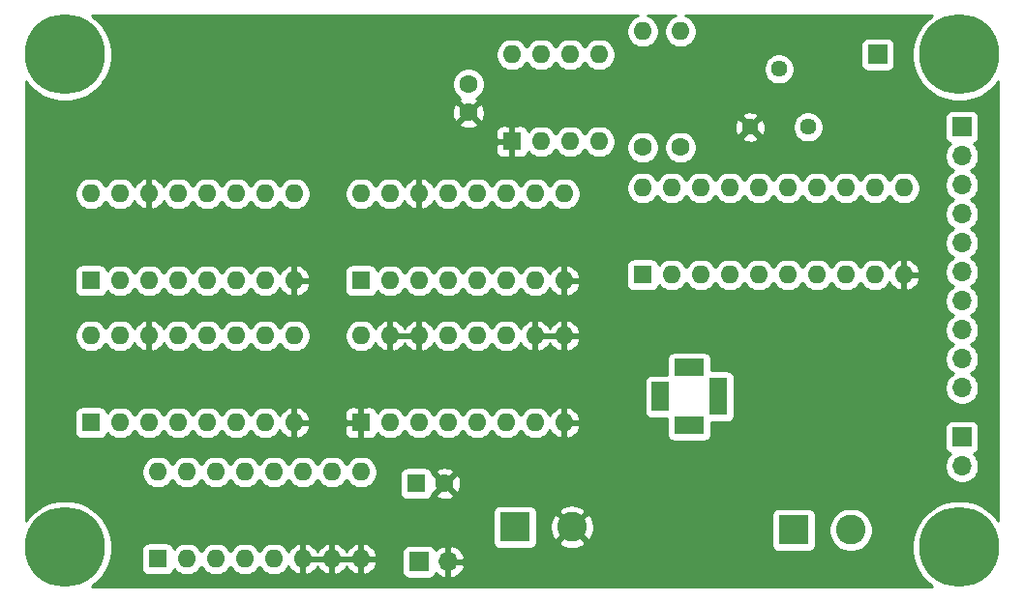
<source format=gbr>
%TF.GenerationSoftware,KiCad,Pcbnew,(5.1.9-0-10_14)*%
%TF.CreationDate,2021-05-25T00:06:21-04:00*%
%TF.ProjectId,sound,736f756e-642e-46b6-9963-61645f706362,rev?*%
%TF.SameCoordinates,Original*%
%TF.FileFunction,Copper,L4,Bot*%
%TF.FilePolarity,Positive*%
%FSLAX46Y46*%
G04 Gerber Fmt 4.6, Leading zero omitted, Abs format (unit mm)*
G04 Created by KiCad (PCBNEW (5.1.9-0-10_14)) date 2021-05-25 00:06:21*
%MOMM*%
%LPD*%
G01*
G04 APERTURE LIST*
%TA.AperFunction,ComponentPad*%
%ADD10O,1.600000X1.600000*%
%TD*%
%TA.AperFunction,ComponentPad*%
%ADD11R,1.600000X1.600000*%
%TD*%
%TA.AperFunction,ComponentPad*%
%ADD12O,1.700000X1.700000*%
%TD*%
%TA.AperFunction,ComponentPad*%
%ADD13R,1.700000X1.700000*%
%TD*%
%TA.AperFunction,ComponentPad*%
%ADD14C,2.600000*%
%TD*%
%TA.AperFunction,ComponentPad*%
%ADD15R,2.600000X2.600000*%
%TD*%
%TA.AperFunction,ComponentPad*%
%ADD16C,1.600000*%
%TD*%
%TA.AperFunction,ComponentPad*%
%ADD17C,1.440000*%
%TD*%
%TA.AperFunction,ComponentPad*%
%ADD18C,0.800000*%
%TD*%
%TA.AperFunction,ComponentPad*%
%ADD19C,7.000000*%
%TD*%
%TA.AperFunction,ComponentPad*%
%ADD20R,2.600000X1.500000*%
%TD*%
%TA.AperFunction,ComponentPad*%
%ADD21R,1.600000X3.300000*%
%TD*%
%TA.AperFunction,ComponentPad*%
%ADD22R,1.500000X2.600000*%
%TD*%
%TA.AperFunction,Conductor*%
%ADD23C,0.254000*%
%TD*%
%TA.AperFunction,Conductor*%
%ADD24C,0.100000*%
%TD*%
G04 APERTURE END LIST*
D10*
%TO.P,U7,16*%
%TO.N,VCC*%
X133858000Y-112268000D03*
%TO.P,U7,8*%
%TO.N,GND*%
X151638000Y-119888000D03*
%TO.P,U7,15*%
%TO.N,Net-(U1-Pad2)*%
X136398000Y-112268000D03*
%TO.P,U7,7*%
%TO.N,GND*%
X149098000Y-119888000D03*
%TO.P,U7,14*%
%TO.N,Net-(U1-Pad6)*%
X138938000Y-112268000D03*
%TO.P,U7,6*%
%TO.N,GND*%
X146558000Y-119888000D03*
%TO.P,U7,13*%
%TO.N,SPEAKER*%
X141478000Y-112268000D03*
%TO.P,U7,5*%
%TO.N,Net-(U7-Pad5)*%
X144018000Y-119888000D03*
%TO.P,U7,12*%
%TO.N,Net-(U1-Pad7)*%
X144018000Y-112268000D03*
%TO.P,U7,4*%
%TO.N,Net-(U7-Pad4)*%
X141478000Y-119888000D03*
%TO.P,U7,11*%
%TO.N,Net-(U1-Pad3)*%
X146558000Y-112268000D03*
%TO.P,U7,3*%
%TO.N,Net-(U7-Pad3)*%
X138938000Y-119888000D03*
%TO.P,U7,10*%
%TO.N,OCTAVE_00*%
X149098000Y-112268000D03*
%TO.P,U7,2*%
%TO.N,Net-(U7-Pad2)*%
X136398000Y-119888000D03*
%TO.P,U7,9*%
%TO.N,OCTAVE_01*%
X151638000Y-112268000D03*
D11*
%TO.P,U7,1*%
%TO.N,Net-(U7-Pad1)*%
X133858000Y-119888000D03*
%TD*%
D12*
%TO.P,J6,10*%
%TO.N,BUS_00*%
X204216000Y-104902000D03*
%TO.P,J6,9*%
%TO.N,BUS_01*%
X204216000Y-102362000D03*
%TO.P,J6,8*%
%TO.N,BUS_02*%
X204216000Y-99822000D03*
%TO.P,J6,7*%
%TO.N,BUS_03*%
X204216000Y-97282000D03*
%TO.P,J6,6*%
%TO.N,BUS_04*%
X204216000Y-94742000D03*
%TO.P,J6,5*%
%TO.N,BUS_05*%
X204216000Y-92202000D03*
%TO.P,J6,4*%
%TO.N,BUS_06*%
X204216000Y-89662000D03*
%TO.P,J6,3*%
%TO.N,BUS_07*%
X204216000Y-87122000D03*
%TO.P,J6,2*%
%TO.N,OCTAVE_00*%
X204216000Y-84582000D03*
D13*
%TO.P,J6,1*%
%TO.N,OCTAVE_01*%
X204216000Y-82042000D03*
%TD*%
D14*
%TO.P,J7,2*%
%TO.N,SPEAKER*%
X194484000Y-117348000D03*
D15*
%TO.P,J7,1*%
%TO.N,Net-(J1-Pad1)*%
X189484000Y-117348000D03*
%TD*%
D10*
%TO.P,R2,2*%
%TO.N,Net-(R1-Pad2)*%
X176276000Y-73660000D03*
D16*
%TO.P,R2,1*%
%TO.N,VCC*%
X176276000Y-83820000D03*
%TD*%
D10*
%TO.P,R1,2*%
%TO.N,Net-(R1-Pad2)*%
X179578000Y-73660000D03*
D16*
%TO.P,R1,1*%
%TO.N,Net-(C1-Pad2)*%
X179578000Y-83820000D03*
%TD*%
%TO.P,C1,2*%
%TO.N,Net-(C1-Pad2)*%
X161036000Y-78272000D03*
%TO.P,C1,1*%
%TO.N,GND*%
X161036000Y-80772000D03*
%TD*%
D17*
%TO.P,RV1,1*%
%TO.N,Net-(RV1-Pad1)*%
X190754000Y-82042000D03*
%TO.P,RV1,2*%
%TO.N,Net-(J1-Pad1)*%
X188214000Y-76962000D03*
%TO.P,RV1,3*%
%TO.N,GND*%
X185674000Y-82042000D03*
%TD*%
D10*
%TO.P,U2,8*%
%TO.N,VCC*%
X164846000Y-75692000D03*
%TO.P,U2,4*%
X172466000Y-83312000D03*
%TO.P,U2,7*%
%TO.N,Net-(R1-Pad2)*%
X167386000Y-75692000D03*
%TO.P,U2,3*%
%TO.N,Net-(U2-Pad3)*%
X169926000Y-83312000D03*
%TO.P,U2,6*%
%TO.N,Net-(C1-Pad2)*%
X169926000Y-75692000D03*
%TO.P,U2,2*%
X167386000Y-83312000D03*
%TO.P,U2,5*%
%TO.N,VCC*%
X172466000Y-75692000D03*
D11*
%TO.P,U2,1*%
%TO.N,GND*%
X164846000Y-83312000D03*
%TD*%
D13*
%TO.P,J3,1*%
%TO.N,LATCH_NOTE*%
X196850000Y-75692000D03*
%TD*%
D18*
%TO.P,REF\u002A\u002A,1*%
%TO.N,N/C*%
X127586155Y-117015845D03*
X125730000Y-116247000D03*
X123873845Y-117015845D03*
X123105000Y-118872000D03*
X123873845Y-120728155D03*
X125730000Y-121497000D03*
X127586155Y-120728155D03*
X128355000Y-118872000D03*
D19*
X125730000Y-118872000D03*
%TD*%
%TO.P,REF\u002A\u002A,1*%
%TO.N,N/C*%
X203962000Y-118872000D03*
D18*
X206587000Y-118872000D03*
X205818155Y-120728155D03*
X203962000Y-121497000D03*
X202105845Y-120728155D03*
X201337000Y-118872000D03*
X202105845Y-117015845D03*
X203962000Y-116247000D03*
X205818155Y-117015845D03*
%TD*%
D19*
%TO.P,REF\u002A\u002A,1*%
%TO.N,N/C*%
X125730000Y-75692000D03*
D18*
X128355000Y-75692000D03*
X127586155Y-77548155D03*
X125730000Y-78317000D03*
X123873845Y-77548155D03*
X123105000Y-75692000D03*
X123873845Y-73835845D03*
X125730000Y-73067000D03*
X127586155Y-73835845D03*
%TD*%
%TO.P,REF\u002A\u002A,1*%
%TO.N,N/C*%
X205818155Y-73835845D03*
X203962000Y-73067000D03*
X202105845Y-73835845D03*
X201337000Y-75692000D03*
X202105845Y-77548155D03*
X203962000Y-78317000D03*
X205818155Y-77548155D03*
X206587000Y-75692000D03*
D19*
X203962000Y-75692000D03*
%TD*%
D10*
%TO.P,U6,20*%
%TO.N,VCC*%
X176276000Y-87376000D03*
%TO.P,U6,10*%
%TO.N,GND*%
X199136000Y-94996000D03*
%TO.P,U6,19*%
%TO.N,Net-(U4-Pad9)*%
X178816000Y-87376000D03*
%TO.P,U6,9*%
%TO.N,Net-(U5-Pad9)*%
X196596000Y-94996000D03*
%TO.P,U6,18*%
%TO.N,BUS_07*%
X181356000Y-87376000D03*
%TO.P,U6,8*%
%TO.N,BUS_03*%
X194056000Y-94996000D03*
%TO.P,U6,17*%
%TO.N,BUS_06*%
X183896000Y-87376000D03*
%TO.P,U6,7*%
%TO.N,BUS_02*%
X191516000Y-94996000D03*
%TO.P,U6,16*%
%TO.N,Net-(U4-Pad10)*%
X186436000Y-87376000D03*
%TO.P,U6,6*%
%TO.N,Net-(U5-Pad10)*%
X188976000Y-94996000D03*
%TO.P,U6,15*%
%TO.N,Net-(U4-Pad1)*%
X188976000Y-87376000D03*
%TO.P,U6,5*%
%TO.N,Net-(U5-Pad1)*%
X186436000Y-94996000D03*
%TO.P,U6,14*%
%TO.N,BUS_05*%
X191516000Y-87376000D03*
%TO.P,U6,4*%
%TO.N,BUS_01*%
X183896000Y-94996000D03*
%TO.P,U6,13*%
%TO.N,BUS_04*%
X194056000Y-87376000D03*
%TO.P,U6,3*%
%TO.N,BUS_00*%
X181356000Y-94996000D03*
%TO.P,U6,12*%
%TO.N,Net-(U4-Pad15)*%
X196596000Y-87376000D03*
%TO.P,U6,2*%
%TO.N,Net-(U5-Pad15)*%
X178816000Y-94996000D03*
%TO.P,U6,11*%
%TO.N,LATCH_NOTE*%
X199136000Y-87376000D03*
D11*
%TO.P,U6,1*%
%TO.N,VCC*%
X176276000Y-94996000D03*
%TD*%
D10*
%TO.P,U5,16*%
%TO.N,VCC*%
X151638000Y-87884000D03*
%TO.P,U5,8*%
%TO.N,GND*%
X169418000Y-95504000D03*
%TO.P,U5,15*%
%TO.N,Net-(U5-Pad15)*%
X154178000Y-87884000D03*
%TO.P,U5,7*%
%TO.N,Net-(U5-Pad7)*%
X166878000Y-95504000D03*
%TO.P,U5,14*%
%TO.N,GND*%
X156718000Y-87884000D03*
%TO.P,U5,6*%
%TO.N,Net-(U5-Pad6)*%
X164338000Y-95504000D03*
%TO.P,U5,13*%
%TO.N,Net-(U4-Pad4)*%
X159258000Y-87884000D03*
%TO.P,U5,5*%
%TO.N,VCC*%
X161798000Y-95504000D03*
%TO.P,U5,12*%
%TO.N,Net-(U5-Pad12)*%
X161798000Y-87884000D03*
%TO.P,U5,4*%
%TO.N,Net-(U2-Pad3)*%
X159258000Y-95504000D03*
%TO.P,U5,11*%
%TO.N,Net-(U1-Pad5)*%
X164338000Y-87884000D03*
%TO.P,U5,3*%
%TO.N,Net-(U5-Pad3)*%
X156718000Y-95504000D03*
%TO.P,U5,10*%
%TO.N,Net-(U5-Pad10)*%
X166878000Y-87884000D03*
%TO.P,U5,2*%
%TO.N,Net-(U5-Pad2)*%
X154178000Y-95504000D03*
%TO.P,U5,9*%
%TO.N,Net-(U5-Pad9)*%
X169418000Y-87884000D03*
D11*
%TO.P,U5,1*%
%TO.N,Net-(U5-Pad1)*%
X151638000Y-95504000D03*
%TD*%
D10*
%TO.P,U4,16*%
%TO.N,VCC*%
X128016000Y-87884000D03*
%TO.P,U4,8*%
%TO.N,GND*%
X145796000Y-95504000D03*
%TO.P,U4,15*%
%TO.N,Net-(U4-Pad15)*%
X130556000Y-87884000D03*
%TO.P,U4,7*%
%TO.N,Net-(U4-Pad7)*%
X143256000Y-95504000D03*
%TO.P,U4,14*%
%TO.N,GND*%
X133096000Y-87884000D03*
%TO.P,U4,6*%
%TO.N,Net-(U4-Pad6)*%
X140716000Y-95504000D03*
%TO.P,U4,13*%
%TO.N,Net-(U3-Pad4)*%
X135636000Y-87884000D03*
%TO.P,U4,5*%
%TO.N,VCC*%
X138176000Y-95504000D03*
%TO.P,U4,12*%
%TO.N,Net-(U4-Pad12)*%
X138176000Y-87884000D03*
%TO.P,U4,4*%
%TO.N,Net-(U4-Pad4)*%
X135636000Y-95504000D03*
%TO.P,U4,11*%
%TO.N,Net-(U1-Pad5)*%
X140716000Y-87884000D03*
%TO.P,U4,3*%
%TO.N,Net-(U4-Pad3)*%
X133096000Y-95504000D03*
%TO.P,U4,10*%
%TO.N,Net-(U4-Pad10)*%
X143256000Y-87884000D03*
%TO.P,U4,2*%
%TO.N,Net-(U4-Pad2)*%
X130556000Y-95504000D03*
%TO.P,U4,9*%
%TO.N,Net-(U4-Pad9)*%
X145796000Y-87884000D03*
D11*
%TO.P,U4,1*%
%TO.N,Net-(U4-Pad1)*%
X128016000Y-95504000D03*
%TD*%
%TO.P,U3,1*%
%TO.N,GND*%
X151638000Y-107950000D03*
D10*
%TO.P,U3,9*%
X169418000Y-100330000D03*
%TO.P,U3,2*%
%TO.N,Net-(U3-Pad2)*%
X154178000Y-107950000D03*
%TO.P,U3,10*%
%TO.N,GND*%
X166878000Y-100330000D03*
%TO.P,U3,3*%
%TO.N,Net-(U3-Pad3)*%
X156718000Y-107950000D03*
%TO.P,U3,11*%
%TO.N,Net-(U1-Pad5)*%
X164338000Y-100330000D03*
%TO.P,U3,4*%
%TO.N,Net-(U3-Pad4)*%
X159258000Y-107950000D03*
%TO.P,U3,12*%
%TO.N,Net-(U3-Pad12)*%
X161798000Y-100330000D03*
%TO.P,U3,5*%
%TO.N,VCC*%
X161798000Y-107950000D03*
%TO.P,U3,13*%
%TO.N,Net-(U1-Pad5)*%
X159258000Y-100330000D03*
%TO.P,U3,6*%
%TO.N,Net-(U3-Pad6)*%
X164338000Y-107950000D03*
%TO.P,U3,14*%
%TO.N,GND*%
X156718000Y-100330000D03*
%TO.P,U3,7*%
%TO.N,Net-(U3-Pad7)*%
X166878000Y-107950000D03*
%TO.P,U3,15*%
%TO.N,GND*%
X154178000Y-100330000D03*
%TO.P,U3,8*%
X169418000Y-107950000D03*
%TO.P,U3,16*%
%TO.N,VCC*%
X151638000Y-100330000D03*
%TD*%
D11*
%TO.P,U1,1*%
%TO.N,Net-(U1-Pad1)*%
X128016000Y-107950000D03*
D10*
%TO.P,U1,9*%
%TO.N,Net-(U1-Pad9)*%
X145796000Y-100330000D03*
%TO.P,U1,2*%
%TO.N,Net-(U1-Pad2)*%
X130556000Y-107950000D03*
%TO.P,U1,10*%
%TO.N,Net-(U1-Pad10)*%
X143256000Y-100330000D03*
%TO.P,U1,3*%
%TO.N,Net-(U1-Pad3)*%
X133096000Y-107950000D03*
%TO.P,U1,11*%
%TO.N,VCC*%
X140716000Y-100330000D03*
%TO.P,U1,4*%
X135636000Y-107950000D03*
%TO.P,U1,12*%
%TO.N,Net-(U1-Pad12)*%
X138176000Y-100330000D03*
%TO.P,U1,5*%
%TO.N,Net-(U1-Pad5)*%
X138176000Y-107950000D03*
%TO.P,U1,13*%
%TO.N,Net-(U1-Pad13)*%
X135636000Y-100330000D03*
%TO.P,U1,6*%
%TO.N,Net-(U1-Pad6)*%
X140716000Y-107950000D03*
%TO.P,U1,14*%
%TO.N,GND*%
X133096000Y-100330000D03*
%TO.P,U1,7*%
%TO.N,Net-(U1-Pad7)*%
X143256000Y-107950000D03*
%TO.P,U1,15*%
%TO.N,Net-(U1-Pad15)*%
X130556000Y-100330000D03*
%TO.P,U1,8*%
%TO.N,GND*%
X145796000Y-107950000D03*
%TO.P,U1,16*%
%TO.N,VCC*%
X128016000Y-100330000D03*
%TD*%
D20*
%TO.P,LS1,R1*%
%TO.N,Net-(J1-Pad1)*%
X180340000Y-103124000D03*
%TO.P,LS1,T*%
%TO.N,SPEAKER*%
X180340000Y-108204000D03*
D21*
%TO.P,LS1,R2*%
%TO.N,Net-(J1-Pad1)*%
X182880000Y-105664000D03*
D22*
%TO.P,LS1,S*%
%TO.N,SPEAKER*%
X177800000Y-105664000D03*
%TD*%
D14*
%TO.P,J5,2*%
%TO.N,GND*%
X170100000Y-117094000D03*
D15*
%TO.P,J5,1*%
%TO.N,VCC*%
X165100000Y-117094000D03*
%TD*%
D12*
%TO.P,J2,2*%
%TO.N,GND*%
X159258000Y-120142000D03*
D13*
%TO.P,J2,1*%
%TO.N,VCC*%
X156718000Y-120142000D03*
%TD*%
D12*
%TO.P,J1,2*%
%TO.N,SPEAKER*%
X204216000Y-111760000D03*
D13*
%TO.P,J1,1*%
%TO.N,Net-(J1-Pad1)*%
X204216000Y-109220000D03*
%TD*%
D16*
%TO.P,C3,2*%
%TO.N,GND*%
X158964000Y-113284000D03*
D11*
%TO.P,C3,1*%
%TO.N,VCC*%
X156464000Y-113284000D03*
%TD*%
D23*
%TO.N,GND*%
X175596273Y-72388320D02*
X175361241Y-72545363D01*
X175161363Y-72745241D01*
X175004320Y-72980273D01*
X174896147Y-73241426D01*
X174841000Y-73518665D01*
X174841000Y-73801335D01*
X174896147Y-74078574D01*
X175004320Y-74339727D01*
X175161363Y-74574759D01*
X175361241Y-74774637D01*
X175596273Y-74931680D01*
X175857426Y-75039853D01*
X176134665Y-75095000D01*
X176417335Y-75095000D01*
X176694574Y-75039853D01*
X176955727Y-74931680D01*
X177190759Y-74774637D01*
X177390637Y-74574759D01*
X177547680Y-74339727D01*
X177655853Y-74078574D01*
X177711000Y-73801335D01*
X177711000Y-73518665D01*
X177655853Y-73241426D01*
X177547680Y-72980273D01*
X177390637Y-72745241D01*
X177190759Y-72545363D01*
X176955727Y-72388320D01*
X176713533Y-72288000D01*
X179140467Y-72288000D01*
X178898273Y-72388320D01*
X178663241Y-72545363D01*
X178463363Y-72745241D01*
X178306320Y-72980273D01*
X178198147Y-73241426D01*
X178143000Y-73518665D01*
X178143000Y-73801335D01*
X178198147Y-74078574D01*
X178306320Y-74339727D01*
X178463363Y-74574759D01*
X178663241Y-74774637D01*
X178898273Y-74931680D01*
X179159426Y-75039853D01*
X179436665Y-75095000D01*
X179719335Y-75095000D01*
X179996574Y-75039853D01*
X180257727Y-74931680D01*
X180391942Y-74842000D01*
X195361928Y-74842000D01*
X195361928Y-76542000D01*
X195374188Y-76666482D01*
X195410498Y-76786180D01*
X195469463Y-76896494D01*
X195548815Y-76993185D01*
X195645506Y-77072537D01*
X195755820Y-77131502D01*
X195875518Y-77167812D01*
X196000000Y-77180072D01*
X197700000Y-77180072D01*
X197824482Y-77167812D01*
X197944180Y-77131502D01*
X198054494Y-77072537D01*
X198151185Y-76993185D01*
X198230537Y-76896494D01*
X198289502Y-76786180D01*
X198325812Y-76666482D01*
X198338072Y-76542000D01*
X198338072Y-74842000D01*
X198325812Y-74717518D01*
X198289502Y-74597820D01*
X198230537Y-74487506D01*
X198151185Y-74390815D01*
X198054494Y-74311463D01*
X197944180Y-74252498D01*
X197824482Y-74216188D01*
X197700000Y-74203928D01*
X196000000Y-74203928D01*
X195875518Y-74216188D01*
X195755820Y-74252498D01*
X195645506Y-74311463D01*
X195548815Y-74390815D01*
X195469463Y-74487506D01*
X195410498Y-74597820D01*
X195374188Y-74717518D01*
X195361928Y-74842000D01*
X180391942Y-74842000D01*
X180492759Y-74774637D01*
X180692637Y-74574759D01*
X180849680Y-74339727D01*
X180957853Y-74078574D01*
X181013000Y-73801335D01*
X181013000Y-73518665D01*
X180957853Y-73241426D01*
X180849680Y-72980273D01*
X180692637Y-72745241D01*
X180492759Y-72545363D01*
X180257727Y-72388320D01*
X180015533Y-72288000D01*
X201613643Y-72288000D01*
X201326091Y-72480136D01*
X200750136Y-73056091D01*
X200297611Y-73733343D01*
X199985906Y-74485865D01*
X199827000Y-75284738D01*
X199827000Y-76099262D01*
X199985906Y-76898135D01*
X200297611Y-77650657D01*
X200750136Y-78327909D01*
X201326091Y-78903864D01*
X202003343Y-79356389D01*
X202755865Y-79668094D01*
X203554738Y-79827000D01*
X204369262Y-79827000D01*
X205168135Y-79668094D01*
X205920657Y-79356389D01*
X206597909Y-78903864D01*
X207173864Y-78327909D01*
X207366000Y-78040357D01*
X207366001Y-116523644D01*
X207173864Y-116236091D01*
X206597909Y-115660136D01*
X205920657Y-115207611D01*
X205168135Y-114895906D01*
X204369262Y-114737000D01*
X203554738Y-114737000D01*
X202755865Y-114895906D01*
X202003343Y-115207611D01*
X201326091Y-115660136D01*
X200750136Y-116236091D01*
X200297611Y-116913343D01*
X199985906Y-117665865D01*
X199827000Y-118464738D01*
X199827000Y-119279262D01*
X199985906Y-120078135D01*
X200297611Y-120830657D01*
X200750136Y-121507909D01*
X201326091Y-122083864D01*
X201613643Y-122276000D01*
X128078357Y-122276000D01*
X128365909Y-122083864D01*
X128941864Y-121507909D01*
X129394389Y-120830657D01*
X129706094Y-120078135D01*
X129865000Y-119279262D01*
X129865000Y-119088000D01*
X132419928Y-119088000D01*
X132419928Y-120688000D01*
X132432188Y-120812482D01*
X132468498Y-120932180D01*
X132527463Y-121042494D01*
X132606815Y-121139185D01*
X132703506Y-121218537D01*
X132813820Y-121277502D01*
X132933518Y-121313812D01*
X133058000Y-121326072D01*
X134658000Y-121326072D01*
X134782482Y-121313812D01*
X134902180Y-121277502D01*
X135012494Y-121218537D01*
X135109185Y-121139185D01*
X135188537Y-121042494D01*
X135247502Y-120932180D01*
X135283812Y-120812482D01*
X135284643Y-120804039D01*
X135483241Y-121002637D01*
X135718273Y-121159680D01*
X135979426Y-121267853D01*
X136256665Y-121323000D01*
X136539335Y-121323000D01*
X136816574Y-121267853D01*
X137077727Y-121159680D01*
X137312759Y-121002637D01*
X137512637Y-120802759D01*
X137668000Y-120570241D01*
X137823363Y-120802759D01*
X138023241Y-121002637D01*
X138258273Y-121159680D01*
X138519426Y-121267853D01*
X138796665Y-121323000D01*
X139079335Y-121323000D01*
X139356574Y-121267853D01*
X139617727Y-121159680D01*
X139852759Y-121002637D01*
X140052637Y-120802759D01*
X140208000Y-120570241D01*
X140363363Y-120802759D01*
X140563241Y-121002637D01*
X140798273Y-121159680D01*
X141059426Y-121267853D01*
X141336665Y-121323000D01*
X141619335Y-121323000D01*
X141896574Y-121267853D01*
X142157727Y-121159680D01*
X142392759Y-121002637D01*
X142592637Y-120802759D01*
X142748000Y-120570241D01*
X142903363Y-120802759D01*
X143103241Y-121002637D01*
X143338273Y-121159680D01*
X143599426Y-121267853D01*
X143876665Y-121323000D01*
X144159335Y-121323000D01*
X144436574Y-121267853D01*
X144697727Y-121159680D01*
X144932759Y-121002637D01*
X145132637Y-120802759D01*
X145289680Y-120567727D01*
X145294067Y-120557135D01*
X145405615Y-120743131D01*
X145594586Y-120951519D01*
X145820580Y-121119037D01*
X146074913Y-121239246D01*
X146208961Y-121279904D01*
X146431000Y-121157915D01*
X146431000Y-120015000D01*
X146685000Y-120015000D01*
X146685000Y-121157915D01*
X146907039Y-121279904D01*
X147041087Y-121239246D01*
X147295420Y-121119037D01*
X147521414Y-120951519D01*
X147710385Y-120743131D01*
X147828000Y-120547018D01*
X147945615Y-120743131D01*
X148134586Y-120951519D01*
X148360580Y-121119037D01*
X148614913Y-121239246D01*
X148748961Y-121279904D01*
X148971000Y-121157915D01*
X148971000Y-120015000D01*
X149225000Y-120015000D01*
X149225000Y-121157915D01*
X149447039Y-121279904D01*
X149581087Y-121239246D01*
X149835420Y-121119037D01*
X150061414Y-120951519D01*
X150250385Y-120743131D01*
X150368000Y-120547018D01*
X150485615Y-120743131D01*
X150674586Y-120951519D01*
X150900580Y-121119037D01*
X151154913Y-121239246D01*
X151288961Y-121279904D01*
X151511000Y-121157915D01*
X151511000Y-120015000D01*
X151765000Y-120015000D01*
X151765000Y-121157915D01*
X151987039Y-121279904D01*
X152121087Y-121239246D01*
X152375420Y-121119037D01*
X152601414Y-120951519D01*
X152790385Y-120743131D01*
X152935070Y-120501881D01*
X153029909Y-120237040D01*
X152908624Y-120015000D01*
X151765000Y-120015000D01*
X151511000Y-120015000D01*
X149225000Y-120015000D01*
X148971000Y-120015000D01*
X146685000Y-120015000D01*
X146431000Y-120015000D01*
X146411000Y-120015000D01*
X146411000Y-119761000D01*
X146431000Y-119761000D01*
X146431000Y-118618085D01*
X146685000Y-118618085D01*
X146685000Y-119761000D01*
X148971000Y-119761000D01*
X148971000Y-118618085D01*
X149225000Y-118618085D01*
X149225000Y-119761000D01*
X151511000Y-119761000D01*
X151511000Y-118618085D01*
X151765000Y-118618085D01*
X151765000Y-119761000D01*
X152908624Y-119761000D01*
X153029909Y-119538960D01*
X152941474Y-119292000D01*
X155229928Y-119292000D01*
X155229928Y-120992000D01*
X155242188Y-121116482D01*
X155278498Y-121236180D01*
X155337463Y-121346494D01*
X155416815Y-121443185D01*
X155513506Y-121522537D01*
X155623820Y-121581502D01*
X155743518Y-121617812D01*
X155868000Y-121630072D01*
X157568000Y-121630072D01*
X157692482Y-121617812D01*
X157812180Y-121581502D01*
X157922494Y-121522537D01*
X158019185Y-121443185D01*
X158098537Y-121346494D01*
X158157502Y-121236180D01*
X158181966Y-121155534D01*
X158257731Y-121239588D01*
X158491080Y-121413641D01*
X158753901Y-121538825D01*
X158901110Y-121583476D01*
X159131000Y-121462155D01*
X159131000Y-120269000D01*
X159385000Y-120269000D01*
X159385000Y-121462155D01*
X159614890Y-121583476D01*
X159762099Y-121538825D01*
X160024920Y-121413641D01*
X160258269Y-121239588D01*
X160453178Y-121023355D01*
X160602157Y-120773252D01*
X160699481Y-120498891D01*
X160578814Y-120269000D01*
X159385000Y-120269000D01*
X159131000Y-120269000D01*
X159111000Y-120269000D01*
X159111000Y-120015000D01*
X159131000Y-120015000D01*
X159131000Y-118821845D01*
X159385000Y-118821845D01*
X159385000Y-120015000D01*
X160578814Y-120015000D01*
X160699481Y-119785109D01*
X160602157Y-119510748D01*
X160453178Y-119260645D01*
X160258269Y-119044412D01*
X160024920Y-118870359D01*
X159762099Y-118745175D01*
X159614890Y-118700524D01*
X159385000Y-118821845D01*
X159131000Y-118821845D01*
X158901110Y-118700524D01*
X158753901Y-118745175D01*
X158491080Y-118870359D01*
X158257731Y-119044412D01*
X158181966Y-119128466D01*
X158157502Y-119047820D01*
X158098537Y-118937506D01*
X158019185Y-118840815D01*
X157922494Y-118761463D01*
X157812180Y-118702498D01*
X157692482Y-118666188D01*
X157568000Y-118653928D01*
X155868000Y-118653928D01*
X155743518Y-118666188D01*
X155623820Y-118702498D01*
X155513506Y-118761463D01*
X155416815Y-118840815D01*
X155337463Y-118937506D01*
X155278498Y-119047820D01*
X155242188Y-119167518D01*
X155229928Y-119292000D01*
X152941474Y-119292000D01*
X152935070Y-119274119D01*
X152790385Y-119032869D01*
X152601414Y-118824481D01*
X152375420Y-118656963D01*
X152121087Y-118536754D01*
X151987039Y-118496096D01*
X151765000Y-118618085D01*
X151511000Y-118618085D01*
X151288961Y-118496096D01*
X151154913Y-118536754D01*
X150900580Y-118656963D01*
X150674586Y-118824481D01*
X150485615Y-119032869D01*
X150368000Y-119228982D01*
X150250385Y-119032869D01*
X150061414Y-118824481D01*
X149835420Y-118656963D01*
X149581087Y-118536754D01*
X149447039Y-118496096D01*
X149225000Y-118618085D01*
X148971000Y-118618085D01*
X148748961Y-118496096D01*
X148614913Y-118536754D01*
X148360580Y-118656963D01*
X148134586Y-118824481D01*
X147945615Y-119032869D01*
X147828000Y-119228982D01*
X147710385Y-119032869D01*
X147521414Y-118824481D01*
X147295420Y-118656963D01*
X147041087Y-118536754D01*
X146907039Y-118496096D01*
X146685000Y-118618085D01*
X146431000Y-118618085D01*
X146208961Y-118496096D01*
X146074913Y-118536754D01*
X145820580Y-118656963D01*
X145594586Y-118824481D01*
X145405615Y-119032869D01*
X145294067Y-119218865D01*
X145289680Y-119208273D01*
X145132637Y-118973241D01*
X144932759Y-118773363D01*
X144697727Y-118616320D01*
X144436574Y-118508147D01*
X144159335Y-118453000D01*
X143876665Y-118453000D01*
X143599426Y-118508147D01*
X143338273Y-118616320D01*
X143103241Y-118773363D01*
X142903363Y-118973241D01*
X142748000Y-119205759D01*
X142592637Y-118973241D01*
X142392759Y-118773363D01*
X142157727Y-118616320D01*
X141896574Y-118508147D01*
X141619335Y-118453000D01*
X141336665Y-118453000D01*
X141059426Y-118508147D01*
X140798273Y-118616320D01*
X140563241Y-118773363D01*
X140363363Y-118973241D01*
X140208000Y-119205759D01*
X140052637Y-118973241D01*
X139852759Y-118773363D01*
X139617727Y-118616320D01*
X139356574Y-118508147D01*
X139079335Y-118453000D01*
X138796665Y-118453000D01*
X138519426Y-118508147D01*
X138258273Y-118616320D01*
X138023241Y-118773363D01*
X137823363Y-118973241D01*
X137668000Y-119205759D01*
X137512637Y-118973241D01*
X137312759Y-118773363D01*
X137077727Y-118616320D01*
X136816574Y-118508147D01*
X136539335Y-118453000D01*
X136256665Y-118453000D01*
X135979426Y-118508147D01*
X135718273Y-118616320D01*
X135483241Y-118773363D01*
X135284643Y-118971961D01*
X135283812Y-118963518D01*
X135247502Y-118843820D01*
X135188537Y-118733506D01*
X135109185Y-118636815D01*
X135012494Y-118557463D01*
X134902180Y-118498498D01*
X134782482Y-118462188D01*
X134658000Y-118449928D01*
X133058000Y-118449928D01*
X132933518Y-118462188D01*
X132813820Y-118498498D01*
X132703506Y-118557463D01*
X132606815Y-118636815D01*
X132527463Y-118733506D01*
X132468498Y-118843820D01*
X132432188Y-118963518D01*
X132419928Y-119088000D01*
X129865000Y-119088000D01*
X129865000Y-118464738D01*
X129706094Y-117665865D01*
X129394389Y-116913343D01*
X128941864Y-116236091D01*
X128499773Y-115794000D01*
X163161928Y-115794000D01*
X163161928Y-118394000D01*
X163174188Y-118518482D01*
X163210498Y-118638180D01*
X163269463Y-118748494D01*
X163348815Y-118845185D01*
X163445506Y-118924537D01*
X163555820Y-118983502D01*
X163675518Y-119019812D01*
X163800000Y-119032072D01*
X166400000Y-119032072D01*
X166524482Y-119019812D01*
X166644180Y-118983502D01*
X166754494Y-118924537D01*
X166851185Y-118845185D01*
X166930537Y-118748494D01*
X166989502Y-118638180D01*
X167025812Y-118518482D01*
X167033224Y-118443224D01*
X168930381Y-118443224D01*
X169062317Y-118738312D01*
X169403045Y-118909159D01*
X169770557Y-119010250D01*
X170150729Y-119037701D01*
X170528951Y-118990457D01*
X170890690Y-118870333D01*
X171137683Y-118738312D01*
X171269619Y-118443224D01*
X170100000Y-117273605D01*
X168930381Y-118443224D01*
X167033224Y-118443224D01*
X167038072Y-118394000D01*
X167038072Y-117144729D01*
X168156299Y-117144729D01*
X168203543Y-117522951D01*
X168323667Y-117884690D01*
X168455688Y-118131683D01*
X168750776Y-118263619D01*
X169920395Y-117094000D01*
X170279605Y-117094000D01*
X171449224Y-118263619D01*
X171744312Y-118131683D01*
X171915159Y-117790955D01*
X172016250Y-117423443D01*
X172043701Y-117043271D01*
X171996457Y-116665049D01*
X171876333Y-116303310D01*
X171744312Y-116056317D01*
X171725711Y-116048000D01*
X187545928Y-116048000D01*
X187545928Y-118648000D01*
X187558188Y-118772482D01*
X187594498Y-118892180D01*
X187653463Y-119002494D01*
X187732815Y-119099185D01*
X187829506Y-119178537D01*
X187939820Y-119237502D01*
X188059518Y-119273812D01*
X188184000Y-119286072D01*
X190784000Y-119286072D01*
X190908482Y-119273812D01*
X191028180Y-119237502D01*
X191138494Y-119178537D01*
X191235185Y-119099185D01*
X191314537Y-119002494D01*
X191373502Y-118892180D01*
X191409812Y-118772482D01*
X191422072Y-118648000D01*
X191422072Y-117157419D01*
X192549000Y-117157419D01*
X192549000Y-117538581D01*
X192623361Y-117912419D01*
X192769225Y-118264566D01*
X192980987Y-118581491D01*
X193250509Y-118851013D01*
X193567434Y-119062775D01*
X193919581Y-119208639D01*
X194293419Y-119283000D01*
X194674581Y-119283000D01*
X195048419Y-119208639D01*
X195400566Y-119062775D01*
X195717491Y-118851013D01*
X195987013Y-118581491D01*
X196198775Y-118264566D01*
X196344639Y-117912419D01*
X196419000Y-117538581D01*
X196419000Y-117157419D01*
X196344639Y-116783581D01*
X196198775Y-116431434D01*
X195987013Y-116114509D01*
X195717491Y-115844987D01*
X195400566Y-115633225D01*
X195048419Y-115487361D01*
X194674581Y-115413000D01*
X194293419Y-115413000D01*
X193919581Y-115487361D01*
X193567434Y-115633225D01*
X193250509Y-115844987D01*
X192980987Y-116114509D01*
X192769225Y-116431434D01*
X192623361Y-116783581D01*
X192549000Y-117157419D01*
X191422072Y-117157419D01*
X191422072Y-116048000D01*
X191409812Y-115923518D01*
X191373502Y-115803820D01*
X191314537Y-115693506D01*
X191235185Y-115596815D01*
X191138494Y-115517463D01*
X191028180Y-115458498D01*
X190908482Y-115422188D01*
X190784000Y-115409928D01*
X188184000Y-115409928D01*
X188059518Y-115422188D01*
X187939820Y-115458498D01*
X187829506Y-115517463D01*
X187732815Y-115596815D01*
X187653463Y-115693506D01*
X187594498Y-115803820D01*
X187558188Y-115923518D01*
X187545928Y-116048000D01*
X171725711Y-116048000D01*
X171449224Y-115924381D01*
X170279605Y-117094000D01*
X169920395Y-117094000D01*
X168750776Y-115924381D01*
X168455688Y-116056317D01*
X168284841Y-116397045D01*
X168183750Y-116764557D01*
X168156299Y-117144729D01*
X167038072Y-117144729D01*
X167038072Y-115794000D01*
X167033225Y-115744776D01*
X168930381Y-115744776D01*
X170100000Y-116914395D01*
X171269619Y-115744776D01*
X171137683Y-115449688D01*
X170796955Y-115278841D01*
X170429443Y-115177750D01*
X170049271Y-115150299D01*
X169671049Y-115197543D01*
X169309310Y-115317667D01*
X169062317Y-115449688D01*
X168930381Y-115744776D01*
X167033225Y-115744776D01*
X167025812Y-115669518D01*
X166989502Y-115549820D01*
X166930537Y-115439506D01*
X166851185Y-115342815D01*
X166754494Y-115263463D01*
X166644180Y-115204498D01*
X166524482Y-115168188D01*
X166400000Y-115155928D01*
X163800000Y-115155928D01*
X163675518Y-115168188D01*
X163555820Y-115204498D01*
X163445506Y-115263463D01*
X163348815Y-115342815D01*
X163269463Y-115439506D01*
X163210498Y-115549820D01*
X163174188Y-115669518D01*
X163161928Y-115794000D01*
X128499773Y-115794000D01*
X128365909Y-115660136D01*
X127688657Y-115207611D01*
X126936135Y-114895906D01*
X126137262Y-114737000D01*
X125322738Y-114737000D01*
X124523865Y-114895906D01*
X123771343Y-115207611D01*
X123094091Y-115660136D01*
X122518136Y-116236091D01*
X122326000Y-116523643D01*
X122326000Y-112126665D01*
X132423000Y-112126665D01*
X132423000Y-112409335D01*
X132478147Y-112686574D01*
X132586320Y-112947727D01*
X132743363Y-113182759D01*
X132943241Y-113382637D01*
X133178273Y-113539680D01*
X133439426Y-113647853D01*
X133716665Y-113703000D01*
X133999335Y-113703000D01*
X134276574Y-113647853D01*
X134537727Y-113539680D01*
X134772759Y-113382637D01*
X134972637Y-113182759D01*
X135128000Y-112950241D01*
X135283363Y-113182759D01*
X135483241Y-113382637D01*
X135718273Y-113539680D01*
X135979426Y-113647853D01*
X136256665Y-113703000D01*
X136539335Y-113703000D01*
X136816574Y-113647853D01*
X137077727Y-113539680D01*
X137312759Y-113382637D01*
X137512637Y-113182759D01*
X137668000Y-112950241D01*
X137823363Y-113182759D01*
X138023241Y-113382637D01*
X138258273Y-113539680D01*
X138519426Y-113647853D01*
X138796665Y-113703000D01*
X139079335Y-113703000D01*
X139356574Y-113647853D01*
X139617727Y-113539680D01*
X139852759Y-113382637D01*
X140052637Y-113182759D01*
X140208000Y-112950241D01*
X140363363Y-113182759D01*
X140563241Y-113382637D01*
X140798273Y-113539680D01*
X141059426Y-113647853D01*
X141336665Y-113703000D01*
X141619335Y-113703000D01*
X141896574Y-113647853D01*
X142157727Y-113539680D01*
X142392759Y-113382637D01*
X142592637Y-113182759D01*
X142748000Y-112950241D01*
X142903363Y-113182759D01*
X143103241Y-113382637D01*
X143338273Y-113539680D01*
X143599426Y-113647853D01*
X143876665Y-113703000D01*
X144159335Y-113703000D01*
X144436574Y-113647853D01*
X144697727Y-113539680D01*
X144932759Y-113382637D01*
X145132637Y-113182759D01*
X145288000Y-112950241D01*
X145443363Y-113182759D01*
X145643241Y-113382637D01*
X145878273Y-113539680D01*
X146139426Y-113647853D01*
X146416665Y-113703000D01*
X146699335Y-113703000D01*
X146976574Y-113647853D01*
X147237727Y-113539680D01*
X147472759Y-113382637D01*
X147672637Y-113182759D01*
X147828000Y-112950241D01*
X147983363Y-113182759D01*
X148183241Y-113382637D01*
X148418273Y-113539680D01*
X148679426Y-113647853D01*
X148956665Y-113703000D01*
X149239335Y-113703000D01*
X149516574Y-113647853D01*
X149777727Y-113539680D01*
X150012759Y-113382637D01*
X150212637Y-113182759D01*
X150368000Y-112950241D01*
X150523363Y-113182759D01*
X150723241Y-113382637D01*
X150958273Y-113539680D01*
X151219426Y-113647853D01*
X151496665Y-113703000D01*
X151779335Y-113703000D01*
X152056574Y-113647853D01*
X152317727Y-113539680D01*
X152552759Y-113382637D01*
X152752637Y-113182759D01*
X152909680Y-112947727D01*
X153017853Y-112686574D01*
X153058148Y-112484000D01*
X155025928Y-112484000D01*
X155025928Y-114084000D01*
X155038188Y-114208482D01*
X155074498Y-114328180D01*
X155133463Y-114438494D01*
X155212815Y-114535185D01*
X155309506Y-114614537D01*
X155419820Y-114673502D01*
X155539518Y-114709812D01*
X155664000Y-114722072D01*
X157264000Y-114722072D01*
X157388482Y-114709812D01*
X157508180Y-114673502D01*
X157618494Y-114614537D01*
X157715185Y-114535185D01*
X157794537Y-114438494D01*
X157853502Y-114328180D01*
X157869117Y-114276702D01*
X158150903Y-114276702D01*
X158222486Y-114520671D01*
X158477996Y-114641571D01*
X158752184Y-114710300D01*
X159034512Y-114724217D01*
X159314130Y-114682787D01*
X159580292Y-114587603D01*
X159705514Y-114520671D01*
X159777097Y-114276702D01*
X158964000Y-113463605D01*
X158150903Y-114276702D01*
X157869117Y-114276702D01*
X157889812Y-114208482D01*
X157902072Y-114084000D01*
X157902072Y-114076785D01*
X157971298Y-114097097D01*
X158784395Y-113284000D01*
X159143605Y-113284000D01*
X159956702Y-114097097D01*
X160200671Y-114025514D01*
X160321571Y-113770004D01*
X160390300Y-113495816D01*
X160404217Y-113213488D01*
X160362787Y-112933870D01*
X160267603Y-112667708D01*
X160200671Y-112542486D01*
X159956702Y-112470903D01*
X159143605Y-113284000D01*
X158784395Y-113284000D01*
X157971298Y-112470903D01*
X157902072Y-112491215D01*
X157902072Y-112484000D01*
X157889812Y-112359518D01*
X157869118Y-112291298D01*
X158150903Y-112291298D01*
X158964000Y-113104395D01*
X159777097Y-112291298D01*
X159705514Y-112047329D01*
X159450004Y-111926429D01*
X159175816Y-111857700D01*
X158893488Y-111843783D01*
X158613870Y-111885213D01*
X158347708Y-111980397D01*
X158222486Y-112047329D01*
X158150903Y-112291298D01*
X157869118Y-112291298D01*
X157853502Y-112239820D01*
X157794537Y-112129506D01*
X157715185Y-112032815D01*
X157618494Y-111953463D01*
X157508180Y-111894498D01*
X157388482Y-111858188D01*
X157264000Y-111845928D01*
X155664000Y-111845928D01*
X155539518Y-111858188D01*
X155419820Y-111894498D01*
X155309506Y-111953463D01*
X155212815Y-112032815D01*
X155133463Y-112129506D01*
X155074498Y-112239820D01*
X155038188Y-112359518D01*
X155025928Y-112484000D01*
X153058148Y-112484000D01*
X153073000Y-112409335D01*
X153073000Y-112126665D01*
X153017853Y-111849426D01*
X152909680Y-111588273D01*
X152752637Y-111353241D01*
X152552759Y-111153363D01*
X152317727Y-110996320D01*
X152056574Y-110888147D01*
X151779335Y-110833000D01*
X151496665Y-110833000D01*
X151219426Y-110888147D01*
X150958273Y-110996320D01*
X150723241Y-111153363D01*
X150523363Y-111353241D01*
X150368000Y-111585759D01*
X150212637Y-111353241D01*
X150012759Y-111153363D01*
X149777727Y-110996320D01*
X149516574Y-110888147D01*
X149239335Y-110833000D01*
X148956665Y-110833000D01*
X148679426Y-110888147D01*
X148418273Y-110996320D01*
X148183241Y-111153363D01*
X147983363Y-111353241D01*
X147828000Y-111585759D01*
X147672637Y-111353241D01*
X147472759Y-111153363D01*
X147237727Y-110996320D01*
X146976574Y-110888147D01*
X146699335Y-110833000D01*
X146416665Y-110833000D01*
X146139426Y-110888147D01*
X145878273Y-110996320D01*
X145643241Y-111153363D01*
X145443363Y-111353241D01*
X145288000Y-111585759D01*
X145132637Y-111353241D01*
X144932759Y-111153363D01*
X144697727Y-110996320D01*
X144436574Y-110888147D01*
X144159335Y-110833000D01*
X143876665Y-110833000D01*
X143599426Y-110888147D01*
X143338273Y-110996320D01*
X143103241Y-111153363D01*
X142903363Y-111353241D01*
X142748000Y-111585759D01*
X142592637Y-111353241D01*
X142392759Y-111153363D01*
X142157727Y-110996320D01*
X141896574Y-110888147D01*
X141619335Y-110833000D01*
X141336665Y-110833000D01*
X141059426Y-110888147D01*
X140798273Y-110996320D01*
X140563241Y-111153363D01*
X140363363Y-111353241D01*
X140208000Y-111585759D01*
X140052637Y-111353241D01*
X139852759Y-111153363D01*
X139617727Y-110996320D01*
X139356574Y-110888147D01*
X139079335Y-110833000D01*
X138796665Y-110833000D01*
X138519426Y-110888147D01*
X138258273Y-110996320D01*
X138023241Y-111153363D01*
X137823363Y-111353241D01*
X137668000Y-111585759D01*
X137512637Y-111353241D01*
X137312759Y-111153363D01*
X137077727Y-110996320D01*
X136816574Y-110888147D01*
X136539335Y-110833000D01*
X136256665Y-110833000D01*
X135979426Y-110888147D01*
X135718273Y-110996320D01*
X135483241Y-111153363D01*
X135283363Y-111353241D01*
X135128000Y-111585759D01*
X134972637Y-111353241D01*
X134772759Y-111153363D01*
X134537727Y-110996320D01*
X134276574Y-110888147D01*
X133999335Y-110833000D01*
X133716665Y-110833000D01*
X133439426Y-110888147D01*
X133178273Y-110996320D01*
X132943241Y-111153363D01*
X132743363Y-111353241D01*
X132586320Y-111588273D01*
X132478147Y-111849426D01*
X132423000Y-112126665D01*
X122326000Y-112126665D01*
X122326000Y-107150000D01*
X126577928Y-107150000D01*
X126577928Y-108750000D01*
X126590188Y-108874482D01*
X126626498Y-108994180D01*
X126685463Y-109104494D01*
X126764815Y-109201185D01*
X126861506Y-109280537D01*
X126971820Y-109339502D01*
X127091518Y-109375812D01*
X127216000Y-109388072D01*
X128816000Y-109388072D01*
X128940482Y-109375812D01*
X129060180Y-109339502D01*
X129170494Y-109280537D01*
X129267185Y-109201185D01*
X129346537Y-109104494D01*
X129405502Y-108994180D01*
X129441812Y-108874482D01*
X129442643Y-108866039D01*
X129641241Y-109064637D01*
X129876273Y-109221680D01*
X130137426Y-109329853D01*
X130414665Y-109385000D01*
X130697335Y-109385000D01*
X130974574Y-109329853D01*
X131235727Y-109221680D01*
X131470759Y-109064637D01*
X131670637Y-108864759D01*
X131826000Y-108632241D01*
X131981363Y-108864759D01*
X132181241Y-109064637D01*
X132416273Y-109221680D01*
X132677426Y-109329853D01*
X132954665Y-109385000D01*
X133237335Y-109385000D01*
X133514574Y-109329853D01*
X133775727Y-109221680D01*
X134010759Y-109064637D01*
X134210637Y-108864759D01*
X134366000Y-108632241D01*
X134521363Y-108864759D01*
X134721241Y-109064637D01*
X134956273Y-109221680D01*
X135217426Y-109329853D01*
X135494665Y-109385000D01*
X135777335Y-109385000D01*
X136054574Y-109329853D01*
X136315727Y-109221680D01*
X136550759Y-109064637D01*
X136750637Y-108864759D01*
X136906000Y-108632241D01*
X137061363Y-108864759D01*
X137261241Y-109064637D01*
X137496273Y-109221680D01*
X137757426Y-109329853D01*
X138034665Y-109385000D01*
X138317335Y-109385000D01*
X138594574Y-109329853D01*
X138855727Y-109221680D01*
X139090759Y-109064637D01*
X139290637Y-108864759D01*
X139446000Y-108632241D01*
X139601363Y-108864759D01*
X139801241Y-109064637D01*
X140036273Y-109221680D01*
X140297426Y-109329853D01*
X140574665Y-109385000D01*
X140857335Y-109385000D01*
X141134574Y-109329853D01*
X141395727Y-109221680D01*
X141630759Y-109064637D01*
X141830637Y-108864759D01*
X141986000Y-108632241D01*
X142141363Y-108864759D01*
X142341241Y-109064637D01*
X142576273Y-109221680D01*
X142837426Y-109329853D01*
X143114665Y-109385000D01*
X143397335Y-109385000D01*
X143674574Y-109329853D01*
X143935727Y-109221680D01*
X144170759Y-109064637D01*
X144370637Y-108864759D01*
X144527680Y-108629727D01*
X144532067Y-108619135D01*
X144643615Y-108805131D01*
X144832586Y-109013519D01*
X145058580Y-109181037D01*
X145312913Y-109301246D01*
X145446961Y-109341904D01*
X145669000Y-109219915D01*
X145669000Y-108077000D01*
X145923000Y-108077000D01*
X145923000Y-109219915D01*
X146145039Y-109341904D01*
X146279087Y-109301246D01*
X146533420Y-109181037D01*
X146759414Y-109013519D01*
X146948385Y-108805131D01*
X146981448Y-108750000D01*
X150199928Y-108750000D01*
X150212188Y-108874482D01*
X150248498Y-108994180D01*
X150307463Y-109104494D01*
X150386815Y-109201185D01*
X150483506Y-109280537D01*
X150593820Y-109339502D01*
X150713518Y-109375812D01*
X150838000Y-109388072D01*
X151352250Y-109385000D01*
X151511000Y-109226250D01*
X151511000Y-108077000D01*
X150361750Y-108077000D01*
X150203000Y-108235750D01*
X150199928Y-108750000D01*
X146981448Y-108750000D01*
X147093070Y-108563881D01*
X147187909Y-108299040D01*
X147066624Y-108077000D01*
X145923000Y-108077000D01*
X145669000Y-108077000D01*
X145649000Y-108077000D01*
X145649000Y-107823000D01*
X145669000Y-107823000D01*
X145669000Y-106680085D01*
X145923000Y-106680085D01*
X145923000Y-107823000D01*
X147066624Y-107823000D01*
X147187909Y-107600960D01*
X147093070Y-107336119D01*
X146981449Y-107150000D01*
X150199928Y-107150000D01*
X150203000Y-107664250D01*
X150361750Y-107823000D01*
X151511000Y-107823000D01*
X151511000Y-106673750D01*
X151765000Y-106673750D01*
X151765000Y-107823000D01*
X151785000Y-107823000D01*
X151785000Y-108077000D01*
X151765000Y-108077000D01*
X151765000Y-109226250D01*
X151923750Y-109385000D01*
X152438000Y-109388072D01*
X152562482Y-109375812D01*
X152682180Y-109339502D01*
X152792494Y-109280537D01*
X152889185Y-109201185D01*
X152968537Y-109104494D01*
X153027502Y-108994180D01*
X153063812Y-108874482D01*
X153064643Y-108866039D01*
X153263241Y-109064637D01*
X153498273Y-109221680D01*
X153759426Y-109329853D01*
X154036665Y-109385000D01*
X154319335Y-109385000D01*
X154596574Y-109329853D01*
X154857727Y-109221680D01*
X155092759Y-109064637D01*
X155292637Y-108864759D01*
X155448000Y-108632241D01*
X155603363Y-108864759D01*
X155803241Y-109064637D01*
X156038273Y-109221680D01*
X156299426Y-109329853D01*
X156576665Y-109385000D01*
X156859335Y-109385000D01*
X157136574Y-109329853D01*
X157397727Y-109221680D01*
X157632759Y-109064637D01*
X157832637Y-108864759D01*
X157988000Y-108632241D01*
X158143363Y-108864759D01*
X158343241Y-109064637D01*
X158578273Y-109221680D01*
X158839426Y-109329853D01*
X159116665Y-109385000D01*
X159399335Y-109385000D01*
X159676574Y-109329853D01*
X159937727Y-109221680D01*
X160172759Y-109064637D01*
X160372637Y-108864759D01*
X160528000Y-108632241D01*
X160683363Y-108864759D01*
X160883241Y-109064637D01*
X161118273Y-109221680D01*
X161379426Y-109329853D01*
X161656665Y-109385000D01*
X161939335Y-109385000D01*
X162216574Y-109329853D01*
X162477727Y-109221680D01*
X162712759Y-109064637D01*
X162912637Y-108864759D01*
X163068000Y-108632241D01*
X163223363Y-108864759D01*
X163423241Y-109064637D01*
X163658273Y-109221680D01*
X163919426Y-109329853D01*
X164196665Y-109385000D01*
X164479335Y-109385000D01*
X164756574Y-109329853D01*
X165017727Y-109221680D01*
X165252759Y-109064637D01*
X165452637Y-108864759D01*
X165608000Y-108632241D01*
X165763363Y-108864759D01*
X165963241Y-109064637D01*
X166198273Y-109221680D01*
X166459426Y-109329853D01*
X166736665Y-109385000D01*
X167019335Y-109385000D01*
X167296574Y-109329853D01*
X167557727Y-109221680D01*
X167792759Y-109064637D01*
X167992637Y-108864759D01*
X168149680Y-108629727D01*
X168154067Y-108619135D01*
X168265615Y-108805131D01*
X168454586Y-109013519D01*
X168680580Y-109181037D01*
X168934913Y-109301246D01*
X169068961Y-109341904D01*
X169291000Y-109219915D01*
X169291000Y-108077000D01*
X169545000Y-108077000D01*
X169545000Y-109219915D01*
X169767039Y-109341904D01*
X169901087Y-109301246D01*
X170155420Y-109181037D01*
X170381414Y-109013519D01*
X170570385Y-108805131D01*
X170715070Y-108563881D01*
X170809909Y-108299040D01*
X170688624Y-108077000D01*
X169545000Y-108077000D01*
X169291000Y-108077000D01*
X169271000Y-108077000D01*
X169271000Y-107823000D01*
X169291000Y-107823000D01*
X169291000Y-106680085D01*
X169545000Y-106680085D01*
X169545000Y-107823000D01*
X170688624Y-107823000D01*
X170809909Y-107600960D01*
X170715070Y-107336119D01*
X170570385Y-107094869D01*
X170381414Y-106886481D01*
X170155420Y-106718963D01*
X169901087Y-106598754D01*
X169767039Y-106558096D01*
X169545000Y-106680085D01*
X169291000Y-106680085D01*
X169068961Y-106558096D01*
X168934913Y-106598754D01*
X168680580Y-106718963D01*
X168454586Y-106886481D01*
X168265615Y-107094869D01*
X168154067Y-107280865D01*
X168149680Y-107270273D01*
X167992637Y-107035241D01*
X167792759Y-106835363D01*
X167557727Y-106678320D01*
X167296574Y-106570147D01*
X167019335Y-106515000D01*
X166736665Y-106515000D01*
X166459426Y-106570147D01*
X166198273Y-106678320D01*
X165963241Y-106835363D01*
X165763363Y-107035241D01*
X165608000Y-107267759D01*
X165452637Y-107035241D01*
X165252759Y-106835363D01*
X165017727Y-106678320D01*
X164756574Y-106570147D01*
X164479335Y-106515000D01*
X164196665Y-106515000D01*
X163919426Y-106570147D01*
X163658273Y-106678320D01*
X163423241Y-106835363D01*
X163223363Y-107035241D01*
X163068000Y-107267759D01*
X162912637Y-107035241D01*
X162712759Y-106835363D01*
X162477727Y-106678320D01*
X162216574Y-106570147D01*
X161939335Y-106515000D01*
X161656665Y-106515000D01*
X161379426Y-106570147D01*
X161118273Y-106678320D01*
X160883241Y-106835363D01*
X160683363Y-107035241D01*
X160528000Y-107267759D01*
X160372637Y-107035241D01*
X160172759Y-106835363D01*
X159937727Y-106678320D01*
X159676574Y-106570147D01*
X159399335Y-106515000D01*
X159116665Y-106515000D01*
X158839426Y-106570147D01*
X158578273Y-106678320D01*
X158343241Y-106835363D01*
X158143363Y-107035241D01*
X157988000Y-107267759D01*
X157832637Y-107035241D01*
X157632759Y-106835363D01*
X157397727Y-106678320D01*
X157136574Y-106570147D01*
X156859335Y-106515000D01*
X156576665Y-106515000D01*
X156299426Y-106570147D01*
X156038273Y-106678320D01*
X155803241Y-106835363D01*
X155603363Y-107035241D01*
X155448000Y-107267759D01*
X155292637Y-107035241D01*
X155092759Y-106835363D01*
X154857727Y-106678320D01*
X154596574Y-106570147D01*
X154319335Y-106515000D01*
X154036665Y-106515000D01*
X153759426Y-106570147D01*
X153498273Y-106678320D01*
X153263241Y-106835363D01*
X153064643Y-107033961D01*
X153063812Y-107025518D01*
X153027502Y-106905820D01*
X152968537Y-106795506D01*
X152889185Y-106698815D01*
X152792494Y-106619463D01*
X152682180Y-106560498D01*
X152562482Y-106524188D01*
X152438000Y-106511928D01*
X151923750Y-106515000D01*
X151765000Y-106673750D01*
X151511000Y-106673750D01*
X151352250Y-106515000D01*
X150838000Y-106511928D01*
X150713518Y-106524188D01*
X150593820Y-106560498D01*
X150483506Y-106619463D01*
X150386815Y-106698815D01*
X150307463Y-106795506D01*
X150248498Y-106905820D01*
X150212188Y-107025518D01*
X150199928Y-107150000D01*
X146981449Y-107150000D01*
X146948385Y-107094869D01*
X146759414Y-106886481D01*
X146533420Y-106718963D01*
X146279087Y-106598754D01*
X146145039Y-106558096D01*
X145923000Y-106680085D01*
X145669000Y-106680085D01*
X145446961Y-106558096D01*
X145312913Y-106598754D01*
X145058580Y-106718963D01*
X144832586Y-106886481D01*
X144643615Y-107094869D01*
X144532067Y-107280865D01*
X144527680Y-107270273D01*
X144370637Y-107035241D01*
X144170759Y-106835363D01*
X143935727Y-106678320D01*
X143674574Y-106570147D01*
X143397335Y-106515000D01*
X143114665Y-106515000D01*
X142837426Y-106570147D01*
X142576273Y-106678320D01*
X142341241Y-106835363D01*
X142141363Y-107035241D01*
X141986000Y-107267759D01*
X141830637Y-107035241D01*
X141630759Y-106835363D01*
X141395727Y-106678320D01*
X141134574Y-106570147D01*
X140857335Y-106515000D01*
X140574665Y-106515000D01*
X140297426Y-106570147D01*
X140036273Y-106678320D01*
X139801241Y-106835363D01*
X139601363Y-107035241D01*
X139446000Y-107267759D01*
X139290637Y-107035241D01*
X139090759Y-106835363D01*
X138855727Y-106678320D01*
X138594574Y-106570147D01*
X138317335Y-106515000D01*
X138034665Y-106515000D01*
X137757426Y-106570147D01*
X137496273Y-106678320D01*
X137261241Y-106835363D01*
X137061363Y-107035241D01*
X136906000Y-107267759D01*
X136750637Y-107035241D01*
X136550759Y-106835363D01*
X136315727Y-106678320D01*
X136054574Y-106570147D01*
X135777335Y-106515000D01*
X135494665Y-106515000D01*
X135217426Y-106570147D01*
X134956273Y-106678320D01*
X134721241Y-106835363D01*
X134521363Y-107035241D01*
X134366000Y-107267759D01*
X134210637Y-107035241D01*
X134010759Y-106835363D01*
X133775727Y-106678320D01*
X133514574Y-106570147D01*
X133237335Y-106515000D01*
X132954665Y-106515000D01*
X132677426Y-106570147D01*
X132416273Y-106678320D01*
X132181241Y-106835363D01*
X131981363Y-107035241D01*
X131826000Y-107267759D01*
X131670637Y-107035241D01*
X131470759Y-106835363D01*
X131235727Y-106678320D01*
X130974574Y-106570147D01*
X130697335Y-106515000D01*
X130414665Y-106515000D01*
X130137426Y-106570147D01*
X129876273Y-106678320D01*
X129641241Y-106835363D01*
X129442643Y-107033961D01*
X129441812Y-107025518D01*
X129405502Y-106905820D01*
X129346537Y-106795506D01*
X129267185Y-106698815D01*
X129170494Y-106619463D01*
X129060180Y-106560498D01*
X128940482Y-106524188D01*
X128816000Y-106511928D01*
X127216000Y-106511928D01*
X127091518Y-106524188D01*
X126971820Y-106560498D01*
X126861506Y-106619463D01*
X126764815Y-106698815D01*
X126685463Y-106795506D01*
X126626498Y-106905820D01*
X126590188Y-107025518D01*
X126577928Y-107150000D01*
X122326000Y-107150000D01*
X122326000Y-104364000D01*
X176411928Y-104364000D01*
X176411928Y-106964000D01*
X176424188Y-107088482D01*
X176460498Y-107208180D01*
X176519463Y-107318494D01*
X176598815Y-107415185D01*
X176695506Y-107494537D01*
X176805820Y-107553502D01*
X176925518Y-107589812D01*
X177050000Y-107602072D01*
X178401928Y-107602072D01*
X178401928Y-108954000D01*
X178414188Y-109078482D01*
X178450498Y-109198180D01*
X178509463Y-109308494D01*
X178588815Y-109405185D01*
X178685506Y-109484537D01*
X178795820Y-109543502D01*
X178915518Y-109579812D01*
X179040000Y-109592072D01*
X181640000Y-109592072D01*
X181764482Y-109579812D01*
X181884180Y-109543502D01*
X181994494Y-109484537D01*
X182091185Y-109405185D01*
X182170537Y-109308494D01*
X182229502Y-109198180D01*
X182265812Y-109078482D01*
X182278072Y-108954000D01*
X182278072Y-108370000D01*
X202727928Y-108370000D01*
X202727928Y-110070000D01*
X202740188Y-110194482D01*
X202776498Y-110314180D01*
X202835463Y-110424494D01*
X202914815Y-110521185D01*
X203011506Y-110600537D01*
X203121820Y-110659502D01*
X203194380Y-110681513D01*
X203062525Y-110813368D01*
X202900010Y-111056589D01*
X202788068Y-111326842D01*
X202731000Y-111613740D01*
X202731000Y-111906260D01*
X202788068Y-112193158D01*
X202900010Y-112463411D01*
X203062525Y-112706632D01*
X203269368Y-112913475D01*
X203512589Y-113075990D01*
X203782842Y-113187932D01*
X204069740Y-113245000D01*
X204362260Y-113245000D01*
X204649158Y-113187932D01*
X204919411Y-113075990D01*
X205162632Y-112913475D01*
X205369475Y-112706632D01*
X205531990Y-112463411D01*
X205643932Y-112193158D01*
X205701000Y-111906260D01*
X205701000Y-111613740D01*
X205643932Y-111326842D01*
X205531990Y-111056589D01*
X205369475Y-110813368D01*
X205237620Y-110681513D01*
X205310180Y-110659502D01*
X205420494Y-110600537D01*
X205517185Y-110521185D01*
X205596537Y-110424494D01*
X205655502Y-110314180D01*
X205691812Y-110194482D01*
X205704072Y-110070000D01*
X205704072Y-108370000D01*
X205691812Y-108245518D01*
X205655502Y-108125820D01*
X205596537Y-108015506D01*
X205517185Y-107918815D01*
X205420494Y-107839463D01*
X205310180Y-107780498D01*
X205190482Y-107744188D01*
X205066000Y-107731928D01*
X203366000Y-107731928D01*
X203241518Y-107744188D01*
X203121820Y-107780498D01*
X203011506Y-107839463D01*
X202914815Y-107918815D01*
X202835463Y-108015506D01*
X202776498Y-108125820D01*
X202740188Y-108245518D01*
X202727928Y-108370000D01*
X182278072Y-108370000D01*
X182278072Y-107952072D01*
X183680000Y-107952072D01*
X183804482Y-107939812D01*
X183924180Y-107903502D01*
X184034494Y-107844537D01*
X184131185Y-107765185D01*
X184210537Y-107668494D01*
X184269502Y-107558180D01*
X184305812Y-107438482D01*
X184318072Y-107314000D01*
X184318072Y-104014000D01*
X184305812Y-103889518D01*
X184269502Y-103769820D01*
X184210537Y-103659506D01*
X184131185Y-103562815D01*
X184034494Y-103483463D01*
X183924180Y-103424498D01*
X183804482Y-103388188D01*
X183680000Y-103375928D01*
X182278072Y-103375928D01*
X182278072Y-102374000D01*
X182265812Y-102249518D01*
X182229502Y-102129820D01*
X182170537Y-102019506D01*
X182091185Y-101922815D01*
X181994494Y-101843463D01*
X181884180Y-101784498D01*
X181764482Y-101748188D01*
X181640000Y-101735928D01*
X179040000Y-101735928D01*
X178915518Y-101748188D01*
X178795820Y-101784498D01*
X178685506Y-101843463D01*
X178588815Y-101922815D01*
X178509463Y-102019506D01*
X178450498Y-102129820D01*
X178414188Y-102249518D01*
X178401928Y-102374000D01*
X178401928Y-103725928D01*
X177050000Y-103725928D01*
X176925518Y-103738188D01*
X176805820Y-103774498D01*
X176695506Y-103833463D01*
X176598815Y-103912815D01*
X176519463Y-104009506D01*
X176460498Y-104119820D01*
X176424188Y-104239518D01*
X176411928Y-104364000D01*
X122326000Y-104364000D01*
X122326000Y-100188665D01*
X126581000Y-100188665D01*
X126581000Y-100471335D01*
X126636147Y-100748574D01*
X126744320Y-101009727D01*
X126901363Y-101244759D01*
X127101241Y-101444637D01*
X127336273Y-101601680D01*
X127597426Y-101709853D01*
X127874665Y-101765000D01*
X128157335Y-101765000D01*
X128434574Y-101709853D01*
X128695727Y-101601680D01*
X128930759Y-101444637D01*
X129130637Y-101244759D01*
X129286000Y-101012241D01*
X129441363Y-101244759D01*
X129641241Y-101444637D01*
X129876273Y-101601680D01*
X130137426Y-101709853D01*
X130414665Y-101765000D01*
X130697335Y-101765000D01*
X130974574Y-101709853D01*
X131235727Y-101601680D01*
X131470759Y-101444637D01*
X131670637Y-101244759D01*
X131827680Y-101009727D01*
X131832067Y-100999135D01*
X131943615Y-101185131D01*
X132132586Y-101393519D01*
X132358580Y-101561037D01*
X132612913Y-101681246D01*
X132746961Y-101721904D01*
X132969000Y-101599915D01*
X132969000Y-100457000D01*
X132949000Y-100457000D01*
X132949000Y-100203000D01*
X132969000Y-100203000D01*
X132969000Y-99060085D01*
X133223000Y-99060085D01*
X133223000Y-100203000D01*
X133243000Y-100203000D01*
X133243000Y-100457000D01*
X133223000Y-100457000D01*
X133223000Y-101599915D01*
X133445039Y-101721904D01*
X133579087Y-101681246D01*
X133833420Y-101561037D01*
X134059414Y-101393519D01*
X134248385Y-101185131D01*
X134359933Y-100999135D01*
X134364320Y-101009727D01*
X134521363Y-101244759D01*
X134721241Y-101444637D01*
X134956273Y-101601680D01*
X135217426Y-101709853D01*
X135494665Y-101765000D01*
X135777335Y-101765000D01*
X136054574Y-101709853D01*
X136315727Y-101601680D01*
X136550759Y-101444637D01*
X136750637Y-101244759D01*
X136906000Y-101012241D01*
X137061363Y-101244759D01*
X137261241Y-101444637D01*
X137496273Y-101601680D01*
X137757426Y-101709853D01*
X138034665Y-101765000D01*
X138317335Y-101765000D01*
X138594574Y-101709853D01*
X138855727Y-101601680D01*
X139090759Y-101444637D01*
X139290637Y-101244759D01*
X139446000Y-101012241D01*
X139601363Y-101244759D01*
X139801241Y-101444637D01*
X140036273Y-101601680D01*
X140297426Y-101709853D01*
X140574665Y-101765000D01*
X140857335Y-101765000D01*
X141134574Y-101709853D01*
X141395727Y-101601680D01*
X141630759Y-101444637D01*
X141830637Y-101244759D01*
X141986000Y-101012241D01*
X142141363Y-101244759D01*
X142341241Y-101444637D01*
X142576273Y-101601680D01*
X142837426Y-101709853D01*
X143114665Y-101765000D01*
X143397335Y-101765000D01*
X143674574Y-101709853D01*
X143935727Y-101601680D01*
X144170759Y-101444637D01*
X144370637Y-101244759D01*
X144526000Y-101012241D01*
X144681363Y-101244759D01*
X144881241Y-101444637D01*
X145116273Y-101601680D01*
X145377426Y-101709853D01*
X145654665Y-101765000D01*
X145937335Y-101765000D01*
X146214574Y-101709853D01*
X146475727Y-101601680D01*
X146710759Y-101444637D01*
X146910637Y-101244759D01*
X147067680Y-101009727D01*
X147175853Y-100748574D01*
X147231000Y-100471335D01*
X147231000Y-100188665D01*
X150203000Y-100188665D01*
X150203000Y-100471335D01*
X150258147Y-100748574D01*
X150366320Y-101009727D01*
X150523363Y-101244759D01*
X150723241Y-101444637D01*
X150958273Y-101601680D01*
X151219426Y-101709853D01*
X151496665Y-101765000D01*
X151779335Y-101765000D01*
X152056574Y-101709853D01*
X152317727Y-101601680D01*
X152552759Y-101444637D01*
X152752637Y-101244759D01*
X152909680Y-101009727D01*
X152914067Y-100999135D01*
X153025615Y-101185131D01*
X153214586Y-101393519D01*
X153440580Y-101561037D01*
X153694913Y-101681246D01*
X153828961Y-101721904D01*
X154051000Y-101599915D01*
X154051000Y-100457000D01*
X154305000Y-100457000D01*
X154305000Y-101599915D01*
X154527039Y-101721904D01*
X154661087Y-101681246D01*
X154915420Y-101561037D01*
X155141414Y-101393519D01*
X155330385Y-101185131D01*
X155448000Y-100989018D01*
X155565615Y-101185131D01*
X155754586Y-101393519D01*
X155980580Y-101561037D01*
X156234913Y-101681246D01*
X156368961Y-101721904D01*
X156591000Y-101599915D01*
X156591000Y-100457000D01*
X154305000Y-100457000D01*
X154051000Y-100457000D01*
X154031000Y-100457000D01*
X154031000Y-100203000D01*
X154051000Y-100203000D01*
X154051000Y-99060085D01*
X154305000Y-99060085D01*
X154305000Y-100203000D01*
X156591000Y-100203000D01*
X156591000Y-99060085D01*
X156845000Y-99060085D01*
X156845000Y-100203000D01*
X156865000Y-100203000D01*
X156865000Y-100457000D01*
X156845000Y-100457000D01*
X156845000Y-101599915D01*
X157067039Y-101721904D01*
X157201087Y-101681246D01*
X157455420Y-101561037D01*
X157681414Y-101393519D01*
X157870385Y-101185131D01*
X157981933Y-100999135D01*
X157986320Y-101009727D01*
X158143363Y-101244759D01*
X158343241Y-101444637D01*
X158578273Y-101601680D01*
X158839426Y-101709853D01*
X159116665Y-101765000D01*
X159399335Y-101765000D01*
X159676574Y-101709853D01*
X159937727Y-101601680D01*
X160172759Y-101444637D01*
X160372637Y-101244759D01*
X160528000Y-101012241D01*
X160683363Y-101244759D01*
X160883241Y-101444637D01*
X161118273Y-101601680D01*
X161379426Y-101709853D01*
X161656665Y-101765000D01*
X161939335Y-101765000D01*
X162216574Y-101709853D01*
X162477727Y-101601680D01*
X162712759Y-101444637D01*
X162912637Y-101244759D01*
X163068000Y-101012241D01*
X163223363Y-101244759D01*
X163423241Y-101444637D01*
X163658273Y-101601680D01*
X163919426Y-101709853D01*
X164196665Y-101765000D01*
X164479335Y-101765000D01*
X164756574Y-101709853D01*
X165017727Y-101601680D01*
X165252759Y-101444637D01*
X165452637Y-101244759D01*
X165609680Y-101009727D01*
X165614067Y-100999135D01*
X165725615Y-101185131D01*
X165914586Y-101393519D01*
X166140580Y-101561037D01*
X166394913Y-101681246D01*
X166528961Y-101721904D01*
X166751000Y-101599915D01*
X166751000Y-100457000D01*
X167005000Y-100457000D01*
X167005000Y-101599915D01*
X167227039Y-101721904D01*
X167361087Y-101681246D01*
X167615420Y-101561037D01*
X167841414Y-101393519D01*
X168030385Y-101185131D01*
X168148000Y-100989018D01*
X168265615Y-101185131D01*
X168454586Y-101393519D01*
X168680580Y-101561037D01*
X168934913Y-101681246D01*
X169068961Y-101721904D01*
X169291000Y-101599915D01*
X169291000Y-100457000D01*
X169545000Y-100457000D01*
X169545000Y-101599915D01*
X169767039Y-101721904D01*
X169901087Y-101681246D01*
X170155420Y-101561037D01*
X170381414Y-101393519D01*
X170570385Y-101185131D01*
X170715070Y-100943881D01*
X170809909Y-100679040D01*
X170688624Y-100457000D01*
X169545000Y-100457000D01*
X169291000Y-100457000D01*
X167005000Y-100457000D01*
X166751000Y-100457000D01*
X166731000Y-100457000D01*
X166731000Y-100203000D01*
X166751000Y-100203000D01*
X166751000Y-99060085D01*
X167005000Y-99060085D01*
X167005000Y-100203000D01*
X169291000Y-100203000D01*
X169291000Y-99060085D01*
X169545000Y-99060085D01*
X169545000Y-100203000D01*
X170688624Y-100203000D01*
X170809909Y-99980960D01*
X170715070Y-99716119D01*
X170570385Y-99474869D01*
X170381414Y-99266481D01*
X170155420Y-99098963D01*
X169901087Y-98978754D01*
X169767039Y-98938096D01*
X169545000Y-99060085D01*
X169291000Y-99060085D01*
X169068961Y-98938096D01*
X168934913Y-98978754D01*
X168680580Y-99098963D01*
X168454586Y-99266481D01*
X168265615Y-99474869D01*
X168148000Y-99670982D01*
X168030385Y-99474869D01*
X167841414Y-99266481D01*
X167615420Y-99098963D01*
X167361087Y-98978754D01*
X167227039Y-98938096D01*
X167005000Y-99060085D01*
X166751000Y-99060085D01*
X166528961Y-98938096D01*
X166394913Y-98978754D01*
X166140580Y-99098963D01*
X165914586Y-99266481D01*
X165725615Y-99474869D01*
X165614067Y-99660865D01*
X165609680Y-99650273D01*
X165452637Y-99415241D01*
X165252759Y-99215363D01*
X165017727Y-99058320D01*
X164756574Y-98950147D01*
X164479335Y-98895000D01*
X164196665Y-98895000D01*
X163919426Y-98950147D01*
X163658273Y-99058320D01*
X163423241Y-99215363D01*
X163223363Y-99415241D01*
X163068000Y-99647759D01*
X162912637Y-99415241D01*
X162712759Y-99215363D01*
X162477727Y-99058320D01*
X162216574Y-98950147D01*
X161939335Y-98895000D01*
X161656665Y-98895000D01*
X161379426Y-98950147D01*
X161118273Y-99058320D01*
X160883241Y-99215363D01*
X160683363Y-99415241D01*
X160528000Y-99647759D01*
X160372637Y-99415241D01*
X160172759Y-99215363D01*
X159937727Y-99058320D01*
X159676574Y-98950147D01*
X159399335Y-98895000D01*
X159116665Y-98895000D01*
X158839426Y-98950147D01*
X158578273Y-99058320D01*
X158343241Y-99215363D01*
X158143363Y-99415241D01*
X157986320Y-99650273D01*
X157981933Y-99660865D01*
X157870385Y-99474869D01*
X157681414Y-99266481D01*
X157455420Y-99098963D01*
X157201087Y-98978754D01*
X157067039Y-98938096D01*
X156845000Y-99060085D01*
X156591000Y-99060085D01*
X156368961Y-98938096D01*
X156234913Y-98978754D01*
X155980580Y-99098963D01*
X155754586Y-99266481D01*
X155565615Y-99474869D01*
X155448000Y-99670982D01*
X155330385Y-99474869D01*
X155141414Y-99266481D01*
X154915420Y-99098963D01*
X154661087Y-98978754D01*
X154527039Y-98938096D01*
X154305000Y-99060085D01*
X154051000Y-99060085D01*
X153828961Y-98938096D01*
X153694913Y-98978754D01*
X153440580Y-99098963D01*
X153214586Y-99266481D01*
X153025615Y-99474869D01*
X152914067Y-99660865D01*
X152909680Y-99650273D01*
X152752637Y-99415241D01*
X152552759Y-99215363D01*
X152317727Y-99058320D01*
X152056574Y-98950147D01*
X151779335Y-98895000D01*
X151496665Y-98895000D01*
X151219426Y-98950147D01*
X150958273Y-99058320D01*
X150723241Y-99215363D01*
X150523363Y-99415241D01*
X150366320Y-99650273D01*
X150258147Y-99911426D01*
X150203000Y-100188665D01*
X147231000Y-100188665D01*
X147175853Y-99911426D01*
X147067680Y-99650273D01*
X146910637Y-99415241D01*
X146710759Y-99215363D01*
X146475727Y-99058320D01*
X146214574Y-98950147D01*
X145937335Y-98895000D01*
X145654665Y-98895000D01*
X145377426Y-98950147D01*
X145116273Y-99058320D01*
X144881241Y-99215363D01*
X144681363Y-99415241D01*
X144526000Y-99647759D01*
X144370637Y-99415241D01*
X144170759Y-99215363D01*
X143935727Y-99058320D01*
X143674574Y-98950147D01*
X143397335Y-98895000D01*
X143114665Y-98895000D01*
X142837426Y-98950147D01*
X142576273Y-99058320D01*
X142341241Y-99215363D01*
X142141363Y-99415241D01*
X141986000Y-99647759D01*
X141830637Y-99415241D01*
X141630759Y-99215363D01*
X141395727Y-99058320D01*
X141134574Y-98950147D01*
X140857335Y-98895000D01*
X140574665Y-98895000D01*
X140297426Y-98950147D01*
X140036273Y-99058320D01*
X139801241Y-99215363D01*
X139601363Y-99415241D01*
X139446000Y-99647759D01*
X139290637Y-99415241D01*
X139090759Y-99215363D01*
X138855727Y-99058320D01*
X138594574Y-98950147D01*
X138317335Y-98895000D01*
X138034665Y-98895000D01*
X137757426Y-98950147D01*
X137496273Y-99058320D01*
X137261241Y-99215363D01*
X137061363Y-99415241D01*
X136906000Y-99647759D01*
X136750637Y-99415241D01*
X136550759Y-99215363D01*
X136315727Y-99058320D01*
X136054574Y-98950147D01*
X135777335Y-98895000D01*
X135494665Y-98895000D01*
X135217426Y-98950147D01*
X134956273Y-99058320D01*
X134721241Y-99215363D01*
X134521363Y-99415241D01*
X134364320Y-99650273D01*
X134359933Y-99660865D01*
X134248385Y-99474869D01*
X134059414Y-99266481D01*
X133833420Y-99098963D01*
X133579087Y-98978754D01*
X133445039Y-98938096D01*
X133223000Y-99060085D01*
X132969000Y-99060085D01*
X132746961Y-98938096D01*
X132612913Y-98978754D01*
X132358580Y-99098963D01*
X132132586Y-99266481D01*
X131943615Y-99474869D01*
X131832067Y-99660865D01*
X131827680Y-99650273D01*
X131670637Y-99415241D01*
X131470759Y-99215363D01*
X131235727Y-99058320D01*
X130974574Y-98950147D01*
X130697335Y-98895000D01*
X130414665Y-98895000D01*
X130137426Y-98950147D01*
X129876273Y-99058320D01*
X129641241Y-99215363D01*
X129441363Y-99415241D01*
X129286000Y-99647759D01*
X129130637Y-99415241D01*
X128930759Y-99215363D01*
X128695727Y-99058320D01*
X128434574Y-98950147D01*
X128157335Y-98895000D01*
X127874665Y-98895000D01*
X127597426Y-98950147D01*
X127336273Y-99058320D01*
X127101241Y-99215363D01*
X126901363Y-99415241D01*
X126744320Y-99650273D01*
X126636147Y-99911426D01*
X126581000Y-100188665D01*
X122326000Y-100188665D01*
X122326000Y-94704000D01*
X126577928Y-94704000D01*
X126577928Y-96304000D01*
X126590188Y-96428482D01*
X126626498Y-96548180D01*
X126685463Y-96658494D01*
X126764815Y-96755185D01*
X126861506Y-96834537D01*
X126971820Y-96893502D01*
X127091518Y-96929812D01*
X127216000Y-96942072D01*
X128816000Y-96942072D01*
X128940482Y-96929812D01*
X129060180Y-96893502D01*
X129170494Y-96834537D01*
X129267185Y-96755185D01*
X129346537Y-96658494D01*
X129405502Y-96548180D01*
X129441812Y-96428482D01*
X129442643Y-96420039D01*
X129641241Y-96618637D01*
X129876273Y-96775680D01*
X130137426Y-96883853D01*
X130414665Y-96939000D01*
X130697335Y-96939000D01*
X130974574Y-96883853D01*
X131235727Y-96775680D01*
X131470759Y-96618637D01*
X131670637Y-96418759D01*
X131826000Y-96186241D01*
X131981363Y-96418759D01*
X132181241Y-96618637D01*
X132416273Y-96775680D01*
X132677426Y-96883853D01*
X132954665Y-96939000D01*
X133237335Y-96939000D01*
X133514574Y-96883853D01*
X133775727Y-96775680D01*
X134010759Y-96618637D01*
X134210637Y-96418759D01*
X134366000Y-96186241D01*
X134521363Y-96418759D01*
X134721241Y-96618637D01*
X134956273Y-96775680D01*
X135217426Y-96883853D01*
X135494665Y-96939000D01*
X135777335Y-96939000D01*
X136054574Y-96883853D01*
X136315727Y-96775680D01*
X136550759Y-96618637D01*
X136750637Y-96418759D01*
X136906000Y-96186241D01*
X137061363Y-96418759D01*
X137261241Y-96618637D01*
X137496273Y-96775680D01*
X137757426Y-96883853D01*
X138034665Y-96939000D01*
X138317335Y-96939000D01*
X138594574Y-96883853D01*
X138855727Y-96775680D01*
X139090759Y-96618637D01*
X139290637Y-96418759D01*
X139446000Y-96186241D01*
X139601363Y-96418759D01*
X139801241Y-96618637D01*
X140036273Y-96775680D01*
X140297426Y-96883853D01*
X140574665Y-96939000D01*
X140857335Y-96939000D01*
X141134574Y-96883853D01*
X141395727Y-96775680D01*
X141630759Y-96618637D01*
X141830637Y-96418759D01*
X141986000Y-96186241D01*
X142141363Y-96418759D01*
X142341241Y-96618637D01*
X142576273Y-96775680D01*
X142837426Y-96883853D01*
X143114665Y-96939000D01*
X143397335Y-96939000D01*
X143674574Y-96883853D01*
X143935727Y-96775680D01*
X144170759Y-96618637D01*
X144370637Y-96418759D01*
X144527680Y-96183727D01*
X144532067Y-96173135D01*
X144643615Y-96359131D01*
X144832586Y-96567519D01*
X145058580Y-96735037D01*
X145312913Y-96855246D01*
X145446961Y-96895904D01*
X145669000Y-96773915D01*
X145669000Y-95631000D01*
X145923000Y-95631000D01*
X145923000Y-96773915D01*
X146145039Y-96895904D01*
X146279087Y-96855246D01*
X146533420Y-96735037D01*
X146759414Y-96567519D01*
X146948385Y-96359131D01*
X147093070Y-96117881D01*
X147187909Y-95853040D01*
X147066624Y-95631000D01*
X145923000Y-95631000D01*
X145669000Y-95631000D01*
X145649000Y-95631000D01*
X145649000Y-95377000D01*
X145669000Y-95377000D01*
X145669000Y-94234085D01*
X145923000Y-94234085D01*
X145923000Y-95377000D01*
X147066624Y-95377000D01*
X147187909Y-95154960D01*
X147093070Y-94890119D01*
X146981449Y-94704000D01*
X150199928Y-94704000D01*
X150199928Y-96304000D01*
X150212188Y-96428482D01*
X150248498Y-96548180D01*
X150307463Y-96658494D01*
X150386815Y-96755185D01*
X150483506Y-96834537D01*
X150593820Y-96893502D01*
X150713518Y-96929812D01*
X150838000Y-96942072D01*
X152438000Y-96942072D01*
X152562482Y-96929812D01*
X152682180Y-96893502D01*
X152792494Y-96834537D01*
X152889185Y-96755185D01*
X152968537Y-96658494D01*
X153027502Y-96548180D01*
X153063812Y-96428482D01*
X153064643Y-96420039D01*
X153263241Y-96618637D01*
X153498273Y-96775680D01*
X153759426Y-96883853D01*
X154036665Y-96939000D01*
X154319335Y-96939000D01*
X154596574Y-96883853D01*
X154857727Y-96775680D01*
X155092759Y-96618637D01*
X155292637Y-96418759D01*
X155448000Y-96186241D01*
X155603363Y-96418759D01*
X155803241Y-96618637D01*
X156038273Y-96775680D01*
X156299426Y-96883853D01*
X156576665Y-96939000D01*
X156859335Y-96939000D01*
X157136574Y-96883853D01*
X157397727Y-96775680D01*
X157632759Y-96618637D01*
X157832637Y-96418759D01*
X157988000Y-96186241D01*
X158143363Y-96418759D01*
X158343241Y-96618637D01*
X158578273Y-96775680D01*
X158839426Y-96883853D01*
X159116665Y-96939000D01*
X159399335Y-96939000D01*
X159676574Y-96883853D01*
X159937727Y-96775680D01*
X160172759Y-96618637D01*
X160372637Y-96418759D01*
X160528000Y-96186241D01*
X160683363Y-96418759D01*
X160883241Y-96618637D01*
X161118273Y-96775680D01*
X161379426Y-96883853D01*
X161656665Y-96939000D01*
X161939335Y-96939000D01*
X162216574Y-96883853D01*
X162477727Y-96775680D01*
X162712759Y-96618637D01*
X162912637Y-96418759D01*
X163068000Y-96186241D01*
X163223363Y-96418759D01*
X163423241Y-96618637D01*
X163658273Y-96775680D01*
X163919426Y-96883853D01*
X164196665Y-96939000D01*
X164479335Y-96939000D01*
X164756574Y-96883853D01*
X165017727Y-96775680D01*
X165252759Y-96618637D01*
X165452637Y-96418759D01*
X165608000Y-96186241D01*
X165763363Y-96418759D01*
X165963241Y-96618637D01*
X166198273Y-96775680D01*
X166459426Y-96883853D01*
X166736665Y-96939000D01*
X167019335Y-96939000D01*
X167296574Y-96883853D01*
X167557727Y-96775680D01*
X167792759Y-96618637D01*
X167992637Y-96418759D01*
X168149680Y-96183727D01*
X168154067Y-96173135D01*
X168265615Y-96359131D01*
X168454586Y-96567519D01*
X168680580Y-96735037D01*
X168934913Y-96855246D01*
X169068961Y-96895904D01*
X169291000Y-96773915D01*
X169291000Y-95631000D01*
X169545000Y-95631000D01*
X169545000Y-96773915D01*
X169767039Y-96895904D01*
X169901087Y-96855246D01*
X170155420Y-96735037D01*
X170381414Y-96567519D01*
X170570385Y-96359131D01*
X170715070Y-96117881D01*
X170809909Y-95853040D01*
X170688624Y-95631000D01*
X169545000Y-95631000D01*
X169291000Y-95631000D01*
X169271000Y-95631000D01*
X169271000Y-95377000D01*
X169291000Y-95377000D01*
X169291000Y-94234085D01*
X169545000Y-94234085D01*
X169545000Y-95377000D01*
X170688624Y-95377000D01*
X170809909Y-95154960D01*
X170715070Y-94890119D01*
X170570385Y-94648869D01*
X170381414Y-94440481D01*
X170155420Y-94272963D01*
X169992586Y-94196000D01*
X174837928Y-94196000D01*
X174837928Y-95796000D01*
X174850188Y-95920482D01*
X174886498Y-96040180D01*
X174945463Y-96150494D01*
X175024815Y-96247185D01*
X175121506Y-96326537D01*
X175231820Y-96385502D01*
X175351518Y-96421812D01*
X175476000Y-96434072D01*
X177076000Y-96434072D01*
X177200482Y-96421812D01*
X177320180Y-96385502D01*
X177430494Y-96326537D01*
X177527185Y-96247185D01*
X177606537Y-96150494D01*
X177665502Y-96040180D01*
X177701812Y-95920482D01*
X177702643Y-95912039D01*
X177901241Y-96110637D01*
X178136273Y-96267680D01*
X178397426Y-96375853D01*
X178674665Y-96431000D01*
X178957335Y-96431000D01*
X179234574Y-96375853D01*
X179495727Y-96267680D01*
X179730759Y-96110637D01*
X179930637Y-95910759D01*
X180086000Y-95678241D01*
X180241363Y-95910759D01*
X180441241Y-96110637D01*
X180676273Y-96267680D01*
X180937426Y-96375853D01*
X181214665Y-96431000D01*
X181497335Y-96431000D01*
X181774574Y-96375853D01*
X182035727Y-96267680D01*
X182270759Y-96110637D01*
X182470637Y-95910759D01*
X182626000Y-95678241D01*
X182781363Y-95910759D01*
X182981241Y-96110637D01*
X183216273Y-96267680D01*
X183477426Y-96375853D01*
X183754665Y-96431000D01*
X184037335Y-96431000D01*
X184314574Y-96375853D01*
X184575727Y-96267680D01*
X184810759Y-96110637D01*
X185010637Y-95910759D01*
X185166000Y-95678241D01*
X185321363Y-95910759D01*
X185521241Y-96110637D01*
X185756273Y-96267680D01*
X186017426Y-96375853D01*
X186294665Y-96431000D01*
X186577335Y-96431000D01*
X186854574Y-96375853D01*
X187115727Y-96267680D01*
X187350759Y-96110637D01*
X187550637Y-95910759D01*
X187706000Y-95678241D01*
X187861363Y-95910759D01*
X188061241Y-96110637D01*
X188296273Y-96267680D01*
X188557426Y-96375853D01*
X188834665Y-96431000D01*
X189117335Y-96431000D01*
X189394574Y-96375853D01*
X189655727Y-96267680D01*
X189890759Y-96110637D01*
X190090637Y-95910759D01*
X190246000Y-95678241D01*
X190401363Y-95910759D01*
X190601241Y-96110637D01*
X190836273Y-96267680D01*
X191097426Y-96375853D01*
X191374665Y-96431000D01*
X191657335Y-96431000D01*
X191934574Y-96375853D01*
X192195727Y-96267680D01*
X192430759Y-96110637D01*
X192630637Y-95910759D01*
X192786000Y-95678241D01*
X192941363Y-95910759D01*
X193141241Y-96110637D01*
X193376273Y-96267680D01*
X193637426Y-96375853D01*
X193914665Y-96431000D01*
X194197335Y-96431000D01*
X194474574Y-96375853D01*
X194735727Y-96267680D01*
X194970759Y-96110637D01*
X195170637Y-95910759D01*
X195326000Y-95678241D01*
X195481363Y-95910759D01*
X195681241Y-96110637D01*
X195916273Y-96267680D01*
X196177426Y-96375853D01*
X196454665Y-96431000D01*
X196737335Y-96431000D01*
X197014574Y-96375853D01*
X197275727Y-96267680D01*
X197510759Y-96110637D01*
X197710637Y-95910759D01*
X197867680Y-95675727D01*
X197872067Y-95665135D01*
X197983615Y-95851131D01*
X198172586Y-96059519D01*
X198398580Y-96227037D01*
X198652913Y-96347246D01*
X198786961Y-96387904D01*
X199009000Y-96265915D01*
X199009000Y-95123000D01*
X199263000Y-95123000D01*
X199263000Y-96265915D01*
X199485039Y-96387904D01*
X199619087Y-96347246D01*
X199873420Y-96227037D01*
X200099414Y-96059519D01*
X200288385Y-95851131D01*
X200433070Y-95609881D01*
X200527909Y-95345040D01*
X200406624Y-95123000D01*
X199263000Y-95123000D01*
X199009000Y-95123000D01*
X198989000Y-95123000D01*
X198989000Y-94869000D01*
X199009000Y-94869000D01*
X199009000Y-93726085D01*
X199263000Y-93726085D01*
X199263000Y-94869000D01*
X200406624Y-94869000D01*
X200527909Y-94646960D01*
X200433070Y-94382119D01*
X200288385Y-94140869D01*
X200099414Y-93932481D01*
X199873420Y-93764963D01*
X199619087Y-93644754D01*
X199485039Y-93604096D01*
X199263000Y-93726085D01*
X199009000Y-93726085D01*
X198786961Y-93604096D01*
X198652913Y-93644754D01*
X198398580Y-93764963D01*
X198172586Y-93932481D01*
X197983615Y-94140869D01*
X197872067Y-94326865D01*
X197867680Y-94316273D01*
X197710637Y-94081241D01*
X197510759Y-93881363D01*
X197275727Y-93724320D01*
X197014574Y-93616147D01*
X196737335Y-93561000D01*
X196454665Y-93561000D01*
X196177426Y-93616147D01*
X195916273Y-93724320D01*
X195681241Y-93881363D01*
X195481363Y-94081241D01*
X195326000Y-94313759D01*
X195170637Y-94081241D01*
X194970759Y-93881363D01*
X194735727Y-93724320D01*
X194474574Y-93616147D01*
X194197335Y-93561000D01*
X193914665Y-93561000D01*
X193637426Y-93616147D01*
X193376273Y-93724320D01*
X193141241Y-93881363D01*
X192941363Y-94081241D01*
X192786000Y-94313759D01*
X192630637Y-94081241D01*
X192430759Y-93881363D01*
X192195727Y-93724320D01*
X191934574Y-93616147D01*
X191657335Y-93561000D01*
X191374665Y-93561000D01*
X191097426Y-93616147D01*
X190836273Y-93724320D01*
X190601241Y-93881363D01*
X190401363Y-94081241D01*
X190246000Y-94313759D01*
X190090637Y-94081241D01*
X189890759Y-93881363D01*
X189655727Y-93724320D01*
X189394574Y-93616147D01*
X189117335Y-93561000D01*
X188834665Y-93561000D01*
X188557426Y-93616147D01*
X188296273Y-93724320D01*
X188061241Y-93881363D01*
X187861363Y-94081241D01*
X187706000Y-94313759D01*
X187550637Y-94081241D01*
X187350759Y-93881363D01*
X187115727Y-93724320D01*
X186854574Y-93616147D01*
X186577335Y-93561000D01*
X186294665Y-93561000D01*
X186017426Y-93616147D01*
X185756273Y-93724320D01*
X185521241Y-93881363D01*
X185321363Y-94081241D01*
X185166000Y-94313759D01*
X185010637Y-94081241D01*
X184810759Y-93881363D01*
X184575727Y-93724320D01*
X184314574Y-93616147D01*
X184037335Y-93561000D01*
X183754665Y-93561000D01*
X183477426Y-93616147D01*
X183216273Y-93724320D01*
X182981241Y-93881363D01*
X182781363Y-94081241D01*
X182626000Y-94313759D01*
X182470637Y-94081241D01*
X182270759Y-93881363D01*
X182035727Y-93724320D01*
X181774574Y-93616147D01*
X181497335Y-93561000D01*
X181214665Y-93561000D01*
X180937426Y-93616147D01*
X180676273Y-93724320D01*
X180441241Y-93881363D01*
X180241363Y-94081241D01*
X180086000Y-94313759D01*
X179930637Y-94081241D01*
X179730759Y-93881363D01*
X179495727Y-93724320D01*
X179234574Y-93616147D01*
X178957335Y-93561000D01*
X178674665Y-93561000D01*
X178397426Y-93616147D01*
X178136273Y-93724320D01*
X177901241Y-93881363D01*
X177702643Y-94079961D01*
X177701812Y-94071518D01*
X177665502Y-93951820D01*
X177606537Y-93841506D01*
X177527185Y-93744815D01*
X177430494Y-93665463D01*
X177320180Y-93606498D01*
X177200482Y-93570188D01*
X177076000Y-93557928D01*
X175476000Y-93557928D01*
X175351518Y-93570188D01*
X175231820Y-93606498D01*
X175121506Y-93665463D01*
X175024815Y-93744815D01*
X174945463Y-93841506D01*
X174886498Y-93951820D01*
X174850188Y-94071518D01*
X174837928Y-94196000D01*
X169992586Y-94196000D01*
X169901087Y-94152754D01*
X169767039Y-94112096D01*
X169545000Y-94234085D01*
X169291000Y-94234085D01*
X169068961Y-94112096D01*
X168934913Y-94152754D01*
X168680580Y-94272963D01*
X168454586Y-94440481D01*
X168265615Y-94648869D01*
X168154067Y-94834865D01*
X168149680Y-94824273D01*
X167992637Y-94589241D01*
X167792759Y-94389363D01*
X167557727Y-94232320D01*
X167296574Y-94124147D01*
X167019335Y-94069000D01*
X166736665Y-94069000D01*
X166459426Y-94124147D01*
X166198273Y-94232320D01*
X165963241Y-94389363D01*
X165763363Y-94589241D01*
X165608000Y-94821759D01*
X165452637Y-94589241D01*
X165252759Y-94389363D01*
X165017727Y-94232320D01*
X164756574Y-94124147D01*
X164479335Y-94069000D01*
X164196665Y-94069000D01*
X163919426Y-94124147D01*
X163658273Y-94232320D01*
X163423241Y-94389363D01*
X163223363Y-94589241D01*
X163068000Y-94821759D01*
X162912637Y-94589241D01*
X162712759Y-94389363D01*
X162477727Y-94232320D01*
X162216574Y-94124147D01*
X161939335Y-94069000D01*
X161656665Y-94069000D01*
X161379426Y-94124147D01*
X161118273Y-94232320D01*
X160883241Y-94389363D01*
X160683363Y-94589241D01*
X160528000Y-94821759D01*
X160372637Y-94589241D01*
X160172759Y-94389363D01*
X159937727Y-94232320D01*
X159676574Y-94124147D01*
X159399335Y-94069000D01*
X159116665Y-94069000D01*
X158839426Y-94124147D01*
X158578273Y-94232320D01*
X158343241Y-94389363D01*
X158143363Y-94589241D01*
X157988000Y-94821759D01*
X157832637Y-94589241D01*
X157632759Y-94389363D01*
X157397727Y-94232320D01*
X157136574Y-94124147D01*
X156859335Y-94069000D01*
X156576665Y-94069000D01*
X156299426Y-94124147D01*
X156038273Y-94232320D01*
X155803241Y-94389363D01*
X155603363Y-94589241D01*
X155448000Y-94821759D01*
X155292637Y-94589241D01*
X155092759Y-94389363D01*
X154857727Y-94232320D01*
X154596574Y-94124147D01*
X154319335Y-94069000D01*
X154036665Y-94069000D01*
X153759426Y-94124147D01*
X153498273Y-94232320D01*
X153263241Y-94389363D01*
X153064643Y-94587961D01*
X153063812Y-94579518D01*
X153027502Y-94459820D01*
X152968537Y-94349506D01*
X152889185Y-94252815D01*
X152792494Y-94173463D01*
X152682180Y-94114498D01*
X152562482Y-94078188D01*
X152438000Y-94065928D01*
X150838000Y-94065928D01*
X150713518Y-94078188D01*
X150593820Y-94114498D01*
X150483506Y-94173463D01*
X150386815Y-94252815D01*
X150307463Y-94349506D01*
X150248498Y-94459820D01*
X150212188Y-94579518D01*
X150199928Y-94704000D01*
X146981449Y-94704000D01*
X146948385Y-94648869D01*
X146759414Y-94440481D01*
X146533420Y-94272963D01*
X146279087Y-94152754D01*
X146145039Y-94112096D01*
X145923000Y-94234085D01*
X145669000Y-94234085D01*
X145446961Y-94112096D01*
X145312913Y-94152754D01*
X145058580Y-94272963D01*
X144832586Y-94440481D01*
X144643615Y-94648869D01*
X144532067Y-94834865D01*
X144527680Y-94824273D01*
X144370637Y-94589241D01*
X144170759Y-94389363D01*
X143935727Y-94232320D01*
X143674574Y-94124147D01*
X143397335Y-94069000D01*
X143114665Y-94069000D01*
X142837426Y-94124147D01*
X142576273Y-94232320D01*
X142341241Y-94389363D01*
X142141363Y-94589241D01*
X141986000Y-94821759D01*
X141830637Y-94589241D01*
X141630759Y-94389363D01*
X141395727Y-94232320D01*
X141134574Y-94124147D01*
X140857335Y-94069000D01*
X140574665Y-94069000D01*
X140297426Y-94124147D01*
X140036273Y-94232320D01*
X139801241Y-94389363D01*
X139601363Y-94589241D01*
X139446000Y-94821759D01*
X139290637Y-94589241D01*
X139090759Y-94389363D01*
X138855727Y-94232320D01*
X138594574Y-94124147D01*
X138317335Y-94069000D01*
X138034665Y-94069000D01*
X137757426Y-94124147D01*
X137496273Y-94232320D01*
X137261241Y-94389363D01*
X137061363Y-94589241D01*
X136906000Y-94821759D01*
X136750637Y-94589241D01*
X136550759Y-94389363D01*
X136315727Y-94232320D01*
X136054574Y-94124147D01*
X135777335Y-94069000D01*
X135494665Y-94069000D01*
X135217426Y-94124147D01*
X134956273Y-94232320D01*
X134721241Y-94389363D01*
X134521363Y-94589241D01*
X134366000Y-94821759D01*
X134210637Y-94589241D01*
X134010759Y-94389363D01*
X133775727Y-94232320D01*
X133514574Y-94124147D01*
X133237335Y-94069000D01*
X132954665Y-94069000D01*
X132677426Y-94124147D01*
X132416273Y-94232320D01*
X132181241Y-94389363D01*
X131981363Y-94589241D01*
X131826000Y-94821759D01*
X131670637Y-94589241D01*
X131470759Y-94389363D01*
X131235727Y-94232320D01*
X130974574Y-94124147D01*
X130697335Y-94069000D01*
X130414665Y-94069000D01*
X130137426Y-94124147D01*
X129876273Y-94232320D01*
X129641241Y-94389363D01*
X129442643Y-94587961D01*
X129441812Y-94579518D01*
X129405502Y-94459820D01*
X129346537Y-94349506D01*
X129267185Y-94252815D01*
X129170494Y-94173463D01*
X129060180Y-94114498D01*
X128940482Y-94078188D01*
X128816000Y-94065928D01*
X127216000Y-94065928D01*
X127091518Y-94078188D01*
X126971820Y-94114498D01*
X126861506Y-94173463D01*
X126764815Y-94252815D01*
X126685463Y-94349506D01*
X126626498Y-94459820D01*
X126590188Y-94579518D01*
X126577928Y-94704000D01*
X122326000Y-94704000D01*
X122326000Y-87742665D01*
X126581000Y-87742665D01*
X126581000Y-88025335D01*
X126636147Y-88302574D01*
X126744320Y-88563727D01*
X126901363Y-88798759D01*
X127101241Y-88998637D01*
X127336273Y-89155680D01*
X127597426Y-89263853D01*
X127874665Y-89319000D01*
X128157335Y-89319000D01*
X128434574Y-89263853D01*
X128695727Y-89155680D01*
X128930759Y-88998637D01*
X129130637Y-88798759D01*
X129286000Y-88566241D01*
X129441363Y-88798759D01*
X129641241Y-88998637D01*
X129876273Y-89155680D01*
X130137426Y-89263853D01*
X130414665Y-89319000D01*
X130697335Y-89319000D01*
X130974574Y-89263853D01*
X131235727Y-89155680D01*
X131470759Y-88998637D01*
X131670637Y-88798759D01*
X131827680Y-88563727D01*
X131832067Y-88553135D01*
X131943615Y-88739131D01*
X132132586Y-88947519D01*
X132358580Y-89115037D01*
X132612913Y-89235246D01*
X132746961Y-89275904D01*
X132969000Y-89153915D01*
X132969000Y-88011000D01*
X132949000Y-88011000D01*
X132949000Y-87757000D01*
X132969000Y-87757000D01*
X132969000Y-86614085D01*
X133223000Y-86614085D01*
X133223000Y-87757000D01*
X133243000Y-87757000D01*
X133243000Y-88011000D01*
X133223000Y-88011000D01*
X133223000Y-89153915D01*
X133445039Y-89275904D01*
X133579087Y-89235246D01*
X133833420Y-89115037D01*
X134059414Y-88947519D01*
X134248385Y-88739131D01*
X134359933Y-88553135D01*
X134364320Y-88563727D01*
X134521363Y-88798759D01*
X134721241Y-88998637D01*
X134956273Y-89155680D01*
X135217426Y-89263853D01*
X135494665Y-89319000D01*
X135777335Y-89319000D01*
X136054574Y-89263853D01*
X136315727Y-89155680D01*
X136550759Y-88998637D01*
X136750637Y-88798759D01*
X136906000Y-88566241D01*
X137061363Y-88798759D01*
X137261241Y-88998637D01*
X137496273Y-89155680D01*
X137757426Y-89263853D01*
X138034665Y-89319000D01*
X138317335Y-89319000D01*
X138594574Y-89263853D01*
X138855727Y-89155680D01*
X139090759Y-88998637D01*
X139290637Y-88798759D01*
X139446000Y-88566241D01*
X139601363Y-88798759D01*
X139801241Y-88998637D01*
X140036273Y-89155680D01*
X140297426Y-89263853D01*
X140574665Y-89319000D01*
X140857335Y-89319000D01*
X141134574Y-89263853D01*
X141395727Y-89155680D01*
X141630759Y-88998637D01*
X141830637Y-88798759D01*
X141986000Y-88566241D01*
X142141363Y-88798759D01*
X142341241Y-88998637D01*
X142576273Y-89155680D01*
X142837426Y-89263853D01*
X143114665Y-89319000D01*
X143397335Y-89319000D01*
X143674574Y-89263853D01*
X143935727Y-89155680D01*
X144170759Y-88998637D01*
X144370637Y-88798759D01*
X144526000Y-88566241D01*
X144681363Y-88798759D01*
X144881241Y-88998637D01*
X145116273Y-89155680D01*
X145377426Y-89263853D01*
X145654665Y-89319000D01*
X145937335Y-89319000D01*
X146214574Y-89263853D01*
X146475727Y-89155680D01*
X146710759Y-88998637D01*
X146910637Y-88798759D01*
X147067680Y-88563727D01*
X147175853Y-88302574D01*
X147231000Y-88025335D01*
X147231000Y-87742665D01*
X150203000Y-87742665D01*
X150203000Y-88025335D01*
X150258147Y-88302574D01*
X150366320Y-88563727D01*
X150523363Y-88798759D01*
X150723241Y-88998637D01*
X150958273Y-89155680D01*
X151219426Y-89263853D01*
X151496665Y-89319000D01*
X151779335Y-89319000D01*
X152056574Y-89263853D01*
X152317727Y-89155680D01*
X152552759Y-88998637D01*
X152752637Y-88798759D01*
X152908000Y-88566241D01*
X153063363Y-88798759D01*
X153263241Y-88998637D01*
X153498273Y-89155680D01*
X153759426Y-89263853D01*
X154036665Y-89319000D01*
X154319335Y-89319000D01*
X154596574Y-89263853D01*
X154857727Y-89155680D01*
X155092759Y-88998637D01*
X155292637Y-88798759D01*
X155449680Y-88563727D01*
X155454067Y-88553135D01*
X155565615Y-88739131D01*
X155754586Y-88947519D01*
X155980580Y-89115037D01*
X156234913Y-89235246D01*
X156368961Y-89275904D01*
X156591000Y-89153915D01*
X156591000Y-88011000D01*
X156571000Y-88011000D01*
X156571000Y-87757000D01*
X156591000Y-87757000D01*
X156591000Y-86614085D01*
X156845000Y-86614085D01*
X156845000Y-87757000D01*
X156865000Y-87757000D01*
X156865000Y-88011000D01*
X156845000Y-88011000D01*
X156845000Y-89153915D01*
X157067039Y-89275904D01*
X157201087Y-89235246D01*
X157455420Y-89115037D01*
X157681414Y-88947519D01*
X157870385Y-88739131D01*
X157981933Y-88553135D01*
X157986320Y-88563727D01*
X158143363Y-88798759D01*
X158343241Y-88998637D01*
X158578273Y-89155680D01*
X158839426Y-89263853D01*
X159116665Y-89319000D01*
X159399335Y-89319000D01*
X159676574Y-89263853D01*
X159937727Y-89155680D01*
X160172759Y-88998637D01*
X160372637Y-88798759D01*
X160528000Y-88566241D01*
X160683363Y-88798759D01*
X160883241Y-88998637D01*
X161118273Y-89155680D01*
X161379426Y-89263853D01*
X161656665Y-89319000D01*
X161939335Y-89319000D01*
X162216574Y-89263853D01*
X162477727Y-89155680D01*
X162712759Y-88998637D01*
X162912637Y-88798759D01*
X163068000Y-88566241D01*
X163223363Y-88798759D01*
X163423241Y-88998637D01*
X163658273Y-89155680D01*
X163919426Y-89263853D01*
X164196665Y-89319000D01*
X164479335Y-89319000D01*
X164756574Y-89263853D01*
X165017727Y-89155680D01*
X165252759Y-88998637D01*
X165452637Y-88798759D01*
X165608000Y-88566241D01*
X165763363Y-88798759D01*
X165963241Y-88998637D01*
X166198273Y-89155680D01*
X166459426Y-89263853D01*
X166736665Y-89319000D01*
X167019335Y-89319000D01*
X167296574Y-89263853D01*
X167557727Y-89155680D01*
X167792759Y-88998637D01*
X167992637Y-88798759D01*
X168148000Y-88566241D01*
X168303363Y-88798759D01*
X168503241Y-88998637D01*
X168738273Y-89155680D01*
X168999426Y-89263853D01*
X169276665Y-89319000D01*
X169559335Y-89319000D01*
X169836574Y-89263853D01*
X170097727Y-89155680D01*
X170332759Y-88998637D01*
X170532637Y-88798759D01*
X170689680Y-88563727D01*
X170797853Y-88302574D01*
X170853000Y-88025335D01*
X170853000Y-87742665D01*
X170797853Y-87465426D01*
X170702269Y-87234665D01*
X174841000Y-87234665D01*
X174841000Y-87517335D01*
X174896147Y-87794574D01*
X175004320Y-88055727D01*
X175161363Y-88290759D01*
X175361241Y-88490637D01*
X175596273Y-88647680D01*
X175857426Y-88755853D01*
X176134665Y-88811000D01*
X176417335Y-88811000D01*
X176694574Y-88755853D01*
X176955727Y-88647680D01*
X177190759Y-88490637D01*
X177390637Y-88290759D01*
X177546000Y-88058241D01*
X177701363Y-88290759D01*
X177901241Y-88490637D01*
X178136273Y-88647680D01*
X178397426Y-88755853D01*
X178674665Y-88811000D01*
X178957335Y-88811000D01*
X179234574Y-88755853D01*
X179495727Y-88647680D01*
X179730759Y-88490637D01*
X179930637Y-88290759D01*
X180086000Y-88058241D01*
X180241363Y-88290759D01*
X180441241Y-88490637D01*
X180676273Y-88647680D01*
X180937426Y-88755853D01*
X181214665Y-88811000D01*
X181497335Y-88811000D01*
X181774574Y-88755853D01*
X182035727Y-88647680D01*
X182270759Y-88490637D01*
X182470637Y-88290759D01*
X182626000Y-88058241D01*
X182781363Y-88290759D01*
X182981241Y-88490637D01*
X183216273Y-88647680D01*
X183477426Y-88755853D01*
X183754665Y-88811000D01*
X184037335Y-88811000D01*
X184314574Y-88755853D01*
X184575727Y-88647680D01*
X184810759Y-88490637D01*
X185010637Y-88290759D01*
X185166000Y-88058241D01*
X185321363Y-88290759D01*
X185521241Y-88490637D01*
X185756273Y-88647680D01*
X186017426Y-88755853D01*
X186294665Y-88811000D01*
X186577335Y-88811000D01*
X186854574Y-88755853D01*
X187115727Y-88647680D01*
X187350759Y-88490637D01*
X187550637Y-88290759D01*
X187706000Y-88058241D01*
X187861363Y-88290759D01*
X188061241Y-88490637D01*
X188296273Y-88647680D01*
X188557426Y-88755853D01*
X188834665Y-88811000D01*
X189117335Y-88811000D01*
X189394574Y-88755853D01*
X189655727Y-88647680D01*
X189890759Y-88490637D01*
X190090637Y-88290759D01*
X190246000Y-88058241D01*
X190401363Y-88290759D01*
X190601241Y-88490637D01*
X190836273Y-88647680D01*
X191097426Y-88755853D01*
X191374665Y-88811000D01*
X191657335Y-88811000D01*
X191934574Y-88755853D01*
X192195727Y-88647680D01*
X192430759Y-88490637D01*
X192630637Y-88290759D01*
X192786000Y-88058241D01*
X192941363Y-88290759D01*
X193141241Y-88490637D01*
X193376273Y-88647680D01*
X193637426Y-88755853D01*
X193914665Y-88811000D01*
X194197335Y-88811000D01*
X194474574Y-88755853D01*
X194735727Y-88647680D01*
X194970759Y-88490637D01*
X195170637Y-88290759D01*
X195326000Y-88058241D01*
X195481363Y-88290759D01*
X195681241Y-88490637D01*
X195916273Y-88647680D01*
X196177426Y-88755853D01*
X196454665Y-88811000D01*
X196737335Y-88811000D01*
X197014574Y-88755853D01*
X197275727Y-88647680D01*
X197510759Y-88490637D01*
X197710637Y-88290759D01*
X197866000Y-88058241D01*
X198021363Y-88290759D01*
X198221241Y-88490637D01*
X198456273Y-88647680D01*
X198717426Y-88755853D01*
X198994665Y-88811000D01*
X199277335Y-88811000D01*
X199554574Y-88755853D01*
X199815727Y-88647680D01*
X200050759Y-88490637D01*
X200250637Y-88290759D01*
X200407680Y-88055727D01*
X200515853Y-87794574D01*
X200571000Y-87517335D01*
X200571000Y-87234665D01*
X200515853Y-86957426D01*
X200407680Y-86696273D01*
X200250637Y-86461241D01*
X200050759Y-86261363D01*
X199815727Y-86104320D01*
X199554574Y-85996147D01*
X199277335Y-85941000D01*
X198994665Y-85941000D01*
X198717426Y-85996147D01*
X198456273Y-86104320D01*
X198221241Y-86261363D01*
X198021363Y-86461241D01*
X197866000Y-86693759D01*
X197710637Y-86461241D01*
X197510759Y-86261363D01*
X197275727Y-86104320D01*
X197014574Y-85996147D01*
X196737335Y-85941000D01*
X196454665Y-85941000D01*
X196177426Y-85996147D01*
X195916273Y-86104320D01*
X195681241Y-86261363D01*
X195481363Y-86461241D01*
X195326000Y-86693759D01*
X195170637Y-86461241D01*
X194970759Y-86261363D01*
X194735727Y-86104320D01*
X194474574Y-85996147D01*
X194197335Y-85941000D01*
X193914665Y-85941000D01*
X193637426Y-85996147D01*
X193376273Y-86104320D01*
X193141241Y-86261363D01*
X192941363Y-86461241D01*
X192786000Y-86693759D01*
X192630637Y-86461241D01*
X192430759Y-86261363D01*
X192195727Y-86104320D01*
X191934574Y-85996147D01*
X191657335Y-85941000D01*
X191374665Y-85941000D01*
X191097426Y-85996147D01*
X190836273Y-86104320D01*
X190601241Y-86261363D01*
X190401363Y-86461241D01*
X190246000Y-86693759D01*
X190090637Y-86461241D01*
X189890759Y-86261363D01*
X189655727Y-86104320D01*
X189394574Y-85996147D01*
X189117335Y-85941000D01*
X188834665Y-85941000D01*
X188557426Y-85996147D01*
X188296273Y-86104320D01*
X188061241Y-86261363D01*
X187861363Y-86461241D01*
X187706000Y-86693759D01*
X187550637Y-86461241D01*
X187350759Y-86261363D01*
X187115727Y-86104320D01*
X186854574Y-85996147D01*
X186577335Y-85941000D01*
X186294665Y-85941000D01*
X186017426Y-85996147D01*
X185756273Y-86104320D01*
X185521241Y-86261363D01*
X185321363Y-86461241D01*
X185166000Y-86693759D01*
X185010637Y-86461241D01*
X184810759Y-86261363D01*
X184575727Y-86104320D01*
X184314574Y-85996147D01*
X184037335Y-85941000D01*
X183754665Y-85941000D01*
X183477426Y-85996147D01*
X183216273Y-86104320D01*
X182981241Y-86261363D01*
X182781363Y-86461241D01*
X182626000Y-86693759D01*
X182470637Y-86461241D01*
X182270759Y-86261363D01*
X182035727Y-86104320D01*
X181774574Y-85996147D01*
X181497335Y-85941000D01*
X181214665Y-85941000D01*
X180937426Y-85996147D01*
X180676273Y-86104320D01*
X180441241Y-86261363D01*
X180241363Y-86461241D01*
X180086000Y-86693759D01*
X179930637Y-86461241D01*
X179730759Y-86261363D01*
X179495727Y-86104320D01*
X179234574Y-85996147D01*
X178957335Y-85941000D01*
X178674665Y-85941000D01*
X178397426Y-85996147D01*
X178136273Y-86104320D01*
X177901241Y-86261363D01*
X177701363Y-86461241D01*
X177546000Y-86693759D01*
X177390637Y-86461241D01*
X177190759Y-86261363D01*
X176955727Y-86104320D01*
X176694574Y-85996147D01*
X176417335Y-85941000D01*
X176134665Y-85941000D01*
X175857426Y-85996147D01*
X175596273Y-86104320D01*
X175361241Y-86261363D01*
X175161363Y-86461241D01*
X175004320Y-86696273D01*
X174896147Y-86957426D01*
X174841000Y-87234665D01*
X170702269Y-87234665D01*
X170689680Y-87204273D01*
X170532637Y-86969241D01*
X170332759Y-86769363D01*
X170097727Y-86612320D01*
X169836574Y-86504147D01*
X169559335Y-86449000D01*
X169276665Y-86449000D01*
X168999426Y-86504147D01*
X168738273Y-86612320D01*
X168503241Y-86769363D01*
X168303363Y-86969241D01*
X168148000Y-87201759D01*
X167992637Y-86969241D01*
X167792759Y-86769363D01*
X167557727Y-86612320D01*
X167296574Y-86504147D01*
X167019335Y-86449000D01*
X166736665Y-86449000D01*
X166459426Y-86504147D01*
X166198273Y-86612320D01*
X165963241Y-86769363D01*
X165763363Y-86969241D01*
X165608000Y-87201759D01*
X165452637Y-86969241D01*
X165252759Y-86769363D01*
X165017727Y-86612320D01*
X164756574Y-86504147D01*
X164479335Y-86449000D01*
X164196665Y-86449000D01*
X163919426Y-86504147D01*
X163658273Y-86612320D01*
X163423241Y-86769363D01*
X163223363Y-86969241D01*
X163068000Y-87201759D01*
X162912637Y-86969241D01*
X162712759Y-86769363D01*
X162477727Y-86612320D01*
X162216574Y-86504147D01*
X161939335Y-86449000D01*
X161656665Y-86449000D01*
X161379426Y-86504147D01*
X161118273Y-86612320D01*
X160883241Y-86769363D01*
X160683363Y-86969241D01*
X160528000Y-87201759D01*
X160372637Y-86969241D01*
X160172759Y-86769363D01*
X159937727Y-86612320D01*
X159676574Y-86504147D01*
X159399335Y-86449000D01*
X159116665Y-86449000D01*
X158839426Y-86504147D01*
X158578273Y-86612320D01*
X158343241Y-86769363D01*
X158143363Y-86969241D01*
X157986320Y-87204273D01*
X157981933Y-87214865D01*
X157870385Y-87028869D01*
X157681414Y-86820481D01*
X157455420Y-86652963D01*
X157201087Y-86532754D01*
X157067039Y-86492096D01*
X156845000Y-86614085D01*
X156591000Y-86614085D01*
X156368961Y-86492096D01*
X156234913Y-86532754D01*
X155980580Y-86652963D01*
X155754586Y-86820481D01*
X155565615Y-87028869D01*
X155454067Y-87214865D01*
X155449680Y-87204273D01*
X155292637Y-86969241D01*
X155092759Y-86769363D01*
X154857727Y-86612320D01*
X154596574Y-86504147D01*
X154319335Y-86449000D01*
X154036665Y-86449000D01*
X153759426Y-86504147D01*
X153498273Y-86612320D01*
X153263241Y-86769363D01*
X153063363Y-86969241D01*
X152908000Y-87201759D01*
X152752637Y-86969241D01*
X152552759Y-86769363D01*
X152317727Y-86612320D01*
X152056574Y-86504147D01*
X151779335Y-86449000D01*
X151496665Y-86449000D01*
X151219426Y-86504147D01*
X150958273Y-86612320D01*
X150723241Y-86769363D01*
X150523363Y-86969241D01*
X150366320Y-87204273D01*
X150258147Y-87465426D01*
X150203000Y-87742665D01*
X147231000Y-87742665D01*
X147175853Y-87465426D01*
X147067680Y-87204273D01*
X146910637Y-86969241D01*
X146710759Y-86769363D01*
X146475727Y-86612320D01*
X146214574Y-86504147D01*
X145937335Y-86449000D01*
X145654665Y-86449000D01*
X145377426Y-86504147D01*
X145116273Y-86612320D01*
X144881241Y-86769363D01*
X144681363Y-86969241D01*
X144526000Y-87201759D01*
X144370637Y-86969241D01*
X144170759Y-86769363D01*
X143935727Y-86612320D01*
X143674574Y-86504147D01*
X143397335Y-86449000D01*
X143114665Y-86449000D01*
X142837426Y-86504147D01*
X142576273Y-86612320D01*
X142341241Y-86769363D01*
X142141363Y-86969241D01*
X141986000Y-87201759D01*
X141830637Y-86969241D01*
X141630759Y-86769363D01*
X141395727Y-86612320D01*
X141134574Y-86504147D01*
X140857335Y-86449000D01*
X140574665Y-86449000D01*
X140297426Y-86504147D01*
X140036273Y-86612320D01*
X139801241Y-86769363D01*
X139601363Y-86969241D01*
X139446000Y-87201759D01*
X139290637Y-86969241D01*
X139090759Y-86769363D01*
X138855727Y-86612320D01*
X138594574Y-86504147D01*
X138317335Y-86449000D01*
X138034665Y-86449000D01*
X137757426Y-86504147D01*
X137496273Y-86612320D01*
X137261241Y-86769363D01*
X137061363Y-86969241D01*
X136906000Y-87201759D01*
X136750637Y-86969241D01*
X136550759Y-86769363D01*
X136315727Y-86612320D01*
X136054574Y-86504147D01*
X135777335Y-86449000D01*
X135494665Y-86449000D01*
X135217426Y-86504147D01*
X134956273Y-86612320D01*
X134721241Y-86769363D01*
X134521363Y-86969241D01*
X134364320Y-87204273D01*
X134359933Y-87214865D01*
X134248385Y-87028869D01*
X134059414Y-86820481D01*
X133833420Y-86652963D01*
X133579087Y-86532754D01*
X133445039Y-86492096D01*
X133223000Y-86614085D01*
X132969000Y-86614085D01*
X132746961Y-86492096D01*
X132612913Y-86532754D01*
X132358580Y-86652963D01*
X132132586Y-86820481D01*
X131943615Y-87028869D01*
X131832067Y-87214865D01*
X131827680Y-87204273D01*
X131670637Y-86969241D01*
X131470759Y-86769363D01*
X131235727Y-86612320D01*
X130974574Y-86504147D01*
X130697335Y-86449000D01*
X130414665Y-86449000D01*
X130137426Y-86504147D01*
X129876273Y-86612320D01*
X129641241Y-86769363D01*
X129441363Y-86969241D01*
X129286000Y-87201759D01*
X129130637Y-86969241D01*
X128930759Y-86769363D01*
X128695727Y-86612320D01*
X128434574Y-86504147D01*
X128157335Y-86449000D01*
X127874665Y-86449000D01*
X127597426Y-86504147D01*
X127336273Y-86612320D01*
X127101241Y-86769363D01*
X126901363Y-86969241D01*
X126744320Y-87204273D01*
X126636147Y-87465426D01*
X126581000Y-87742665D01*
X122326000Y-87742665D01*
X122326000Y-84112000D01*
X163407928Y-84112000D01*
X163420188Y-84236482D01*
X163456498Y-84356180D01*
X163515463Y-84466494D01*
X163594815Y-84563185D01*
X163691506Y-84642537D01*
X163801820Y-84701502D01*
X163921518Y-84737812D01*
X164046000Y-84750072D01*
X164560250Y-84747000D01*
X164719000Y-84588250D01*
X164719000Y-83439000D01*
X163569750Y-83439000D01*
X163411000Y-83597750D01*
X163407928Y-84112000D01*
X122326000Y-84112000D01*
X122326000Y-82512000D01*
X163407928Y-82512000D01*
X163411000Y-83026250D01*
X163569750Y-83185000D01*
X164719000Y-83185000D01*
X164719000Y-82035750D01*
X164973000Y-82035750D01*
X164973000Y-83185000D01*
X164993000Y-83185000D01*
X164993000Y-83439000D01*
X164973000Y-83439000D01*
X164973000Y-84588250D01*
X165131750Y-84747000D01*
X165646000Y-84750072D01*
X165770482Y-84737812D01*
X165890180Y-84701502D01*
X166000494Y-84642537D01*
X166097185Y-84563185D01*
X166176537Y-84466494D01*
X166235502Y-84356180D01*
X166271812Y-84236482D01*
X166272643Y-84228039D01*
X166471241Y-84426637D01*
X166706273Y-84583680D01*
X166967426Y-84691853D01*
X167244665Y-84747000D01*
X167527335Y-84747000D01*
X167804574Y-84691853D01*
X168065727Y-84583680D01*
X168300759Y-84426637D01*
X168500637Y-84226759D01*
X168656000Y-83994241D01*
X168811363Y-84226759D01*
X169011241Y-84426637D01*
X169246273Y-84583680D01*
X169507426Y-84691853D01*
X169784665Y-84747000D01*
X170067335Y-84747000D01*
X170344574Y-84691853D01*
X170605727Y-84583680D01*
X170840759Y-84426637D01*
X171040637Y-84226759D01*
X171196000Y-83994241D01*
X171351363Y-84226759D01*
X171551241Y-84426637D01*
X171786273Y-84583680D01*
X172047426Y-84691853D01*
X172324665Y-84747000D01*
X172607335Y-84747000D01*
X172884574Y-84691853D01*
X173145727Y-84583680D01*
X173380759Y-84426637D01*
X173580637Y-84226759D01*
X173737680Y-83991727D01*
X173845853Y-83730574D01*
X173856178Y-83678665D01*
X174841000Y-83678665D01*
X174841000Y-83961335D01*
X174896147Y-84238574D01*
X175004320Y-84499727D01*
X175161363Y-84734759D01*
X175361241Y-84934637D01*
X175596273Y-85091680D01*
X175857426Y-85199853D01*
X176134665Y-85255000D01*
X176417335Y-85255000D01*
X176694574Y-85199853D01*
X176955727Y-85091680D01*
X177190759Y-84934637D01*
X177390637Y-84734759D01*
X177547680Y-84499727D01*
X177655853Y-84238574D01*
X177711000Y-83961335D01*
X177711000Y-83678665D01*
X178143000Y-83678665D01*
X178143000Y-83961335D01*
X178198147Y-84238574D01*
X178306320Y-84499727D01*
X178463363Y-84734759D01*
X178663241Y-84934637D01*
X178898273Y-85091680D01*
X179159426Y-85199853D01*
X179436665Y-85255000D01*
X179719335Y-85255000D01*
X179996574Y-85199853D01*
X180257727Y-85091680D01*
X180492759Y-84934637D01*
X180692637Y-84734759D01*
X180849680Y-84499727D01*
X180957853Y-84238574D01*
X181013000Y-83961335D01*
X181013000Y-83678665D01*
X180957853Y-83401426D01*
X180849680Y-83140273D01*
X180740959Y-82977560D01*
X184918045Y-82977560D01*
X184979932Y-83213368D01*
X185221790Y-83326266D01*
X185481027Y-83389811D01*
X185747680Y-83401561D01*
X186011501Y-83361063D01*
X186262353Y-83269875D01*
X186368068Y-83213368D01*
X186429955Y-82977560D01*
X185674000Y-82221605D01*
X184918045Y-82977560D01*
X180740959Y-82977560D01*
X180692637Y-82905241D01*
X180492759Y-82705363D01*
X180257727Y-82548320D01*
X179996574Y-82440147D01*
X179719335Y-82385000D01*
X179436665Y-82385000D01*
X179159426Y-82440147D01*
X178898273Y-82548320D01*
X178663241Y-82705363D01*
X178463363Y-82905241D01*
X178306320Y-83140273D01*
X178198147Y-83401426D01*
X178143000Y-83678665D01*
X177711000Y-83678665D01*
X177655853Y-83401426D01*
X177547680Y-83140273D01*
X177390637Y-82905241D01*
X177190759Y-82705363D01*
X176955727Y-82548320D01*
X176694574Y-82440147D01*
X176417335Y-82385000D01*
X176134665Y-82385000D01*
X175857426Y-82440147D01*
X175596273Y-82548320D01*
X175361241Y-82705363D01*
X175161363Y-82905241D01*
X175004320Y-83140273D01*
X174896147Y-83401426D01*
X174841000Y-83678665D01*
X173856178Y-83678665D01*
X173901000Y-83453335D01*
X173901000Y-83170665D01*
X173845853Y-82893426D01*
X173737680Y-82632273D01*
X173580637Y-82397241D01*
X173380759Y-82197363D01*
X173258512Y-82115680D01*
X184314439Y-82115680D01*
X184354937Y-82379501D01*
X184446125Y-82630353D01*
X184502632Y-82736068D01*
X184738440Y-82797955D01*
X185494395Y-82042000D01*
X185853605Y-82042000D01*
X186609560Y-82797955D01*
X186845368Y-82736068D01*
X186958266Y-82494210D01*
X187021811Y-82234973D01*
X187033561Y-81968320D01*
X187024386Y-81908544D01*
X189399000Y-81908544D01*
X189399000Y-82175456D01*
X189451072Y-82437239D01*
X189553215Y-82683833D01*
X189701503Y-82905762D01*
X189890238Y-83094497D01*
X190112167Y-83242785D01*
X190358761Y-83344928D01*
X190620544Y-83397000D01*
X190887456Y-83397000D01*
X191149239Y-83344928D01*
X191395833Y-83242785D01*
X191617762Y-83094497D01*
X191806497Y-82905762D01*
X191954785Y-82683833D01*
X192056928Y-82437239D01*
X192109000Y-82175456D01*
X192109000Y-81908544D01*
X192056928Y-81646761D01*
X191954785Y-81400167D01*
X191815693Y-81192000D01*
X202727928Y-81192000D01*
X202727928Y-82892000D01*
X202740188Y-83016482D01*
X202776498Y-83136180D01*
X202835463Y-83246494D01*
X202914815Y-83343185D01*
X203011506Y-83422537D01*
X203121820Y-83481502D01*
X203194380Y-83503513D01*
X203062525Y-83635368D01*
X202900010Y-83878589D01*
X202788068Y-84148842D01*
X202731000Y-84435740D01*
X202731000Y-84728260D01*
X202788068Y-85015158D01*
X202900010Y-85285411D01*
X203062525Y-85528632D01*
X203269368Y-85735475D01*
X203443760Y-85852000D01*
X203269368Y-85968525D01*
X203062525Y-86175368D01*
X202900010Y-86418589D01*
X202788068Y-86688842D01*
X202731000Y-86975740D01*
X202731000Y-87268260D01*
X202788068Y-87555158D01*
X202900010Y-87825411D01*
X203062525Y-88068632D01*
X203269368Y-88275475D01*
X203443760Y-88392000D01*
X203269368Y-88508525D01*
X203062525Y-88715368D01*
X202900010Y-88958589D01*
X202788068Y-89228842D01*
X202731000Y-89515740D01*
X202731000Y-89808260D01*
X202788068Y-90095158D01*
X202900010Y-90365411D01*
X203062525Y-90608632D01*
X203269368Y-90815475D01*
X203443760Y-90932000D01*
X203269368Y-91048525D01*
X203062525Y-91255368D01*
X202900010Y-91498589D01*
X202788068Y-91768842D01*
X202731000Y-92055740D01*
X202731000Y-92348260D01*
X202788068Y-92635158D01*
X202900010Y-92905411D01*
X203062525Y-93148632D01*
X203269368Y-93355475D01*
X203443760Y-93472000D01*
X203269368Y-93588525D01*
X203062525Y-93795368D01*
X202900010Y-94038589D01*
X202788068Y-94308842D01*
X202731000Y-94595740D01*
X202731000Y-94888260D01*
X202788068Y-95175158D01*
X202900010Y-95445411D01*
X203062525Y-95688632D01*
X203269368Y-95895475D01*
X203443760Y-96012000D01*
X203269368Y-96128525D01*
X203062525Y-96335368D01*
X202900010Y-96578589D01*
X202788068Y-96848842D01*
X202731000Y-97135740D01*
X202731000Y-97428260D01*
X202788068Y-97715158D01*
X202900010Y-97985411D01*
X203062525Y-98228632D01*
X203269368Y-98435475D01*
X203443760Y-98552000D01*
X203269368Y-98668525D01*
X203062525Y-98875368D01*
X202900010Y-99118589D01*
X202788068Y-99388842D01*
X202731000Y-99675740D01*
X202731000Y-99968260D01*
X202788068Y-100255158D01*
X202900010Y-100525411D01*
X203062525Y-100768632D01*
X203269368Y-100975475D01*
X203443760Y-101092000D01*
X203269368Y-101208525D01*
X203062525Y-101415368D01*
X202900010Y-101658589D01*
X202788068Y-101928842D01*
X202731000Y-102215740D01*
X202731000Y-102508260D01*
X202788068Y-102795158D01*
X202900010Y-103065411D01*
X203062525Y-103308632D01*
X203269368Y-103515475D01*
X203443760Y-103632000D01*
X203269368Y-103748525D01*
X203062525Y-103955368D01*
X202900010Y-104198589D01*
X202788068Y-104468842D01*
X202731000Y-104755740D01*
X202731000Y-105048260D01*
X202788068Y-105335158D01*
X202900010Y-105605411D01*
X203062525Y-105848632D01*
X203269368Y-106055475D01*
X203512589Y-106217990D01*
X203782842Y-106329932D01*
X204069740Y-106387000D01*
X204362260Y-106387000D01*
X204649158Y-106329932D01*
X204919411Y-106217990D01*
X205162632Y-106055475D01*
X205369475Y-105848632D01*
X205531990Y-105605411D01*
X205643932Y-105335158D01*
X205701000Y-105048260D01*
X205701000Y-104755740D01*
X205643932Y-104468842D01*
X205531990Y-104198589D01*
X205369475Y-103955368D01*
X205162632Y-103748525D01*
X204988240Y-103632000D01*
X205162632Y-103515475D01*
X205369475Y-103308632D01*
X205531990Y-103065411D01*
X205643932Y-102795158D01*
X205701000Y-102508260D01*
X205701000Y-102215740D01*
X205643932Y-101928842D01*
X205531990Y-101658589D01*
X205369475Y-101415368D01*
X205162632Y-101208525D01*
X204988240Y-101092000D01*
X205162632Y-100975475D01*
X205369475Y-100768632D01*
X205531990Y-100525411D01*
X205643932Y-100255158D01*
X205701000Y-99968260D01*
X205701000Y-99675740D01*
X205643932Y-99388842D01*
X205531990Y-99118589D01*
X205369475Y-98875368D01*
X205162632Y-98668525D01*
X204988240Y-98552000D01*
X205162632Y-98435475D01*
X205369475Y-98228632D01*
X205531990Y-97985411D01*
X205643932Y-97715158D01*
X205701000Y-97428260D01*
X205701000Y-97135740D01*
X205643932Y-96848842D01*
X205531990Y-96578589D01*
X205369475Y-96335368D01*
X205162632Y-96128525D01*
X204988240Y-96012000D01*
X205162632Y-95895475D01*
X205369475Y-95688632D01*
X205531990Y-95445411D01*
X205643932Y-95175158D01*
X205701000Y-94888260D01*
X205701000Y-94595740D01*
X205643932Y-94308842D01*
X205531990Y-94038589D01*
X205369475Y-93795368D01*
X205162632Y-93588525D01*
X204988240Y-93472000D01*
X205162632Y-93355475D01*
X205369475Y-93148632D01*
X205531990Y-92905411D01*
X205643932Y-92635158D01*
X205701000Y-92348260D01*
X205701000Y-92055740D01*
X205643932Y-91768842D01*
X205531990Y-91498589D01*
X205369475Y-91255368D01*
X205162632Y-91048525D01*
X204988240Y-90932000D01*
X205162632Y-90815475D01*
X205369475Y-90608632D01*
X205531990Y-90365411D01*
X205643932Y-90095158D01*
X205701000Y-89808260D01*
X205701000Y-89515740D01*
X205643932Y-89228842D01*
X205531990Y-88958589D01*
X205369475Y-88715368D01*
X205162632Y-88508525D01*
X204988240Y-88392000D01*
X205162632Y-88275475D01*
X205369475Y-88068632D01*
X205531990Y-87825411D01*
X205643932Y-87555158D01*
X205701000Y-87268260D01*
X205701000Y-86975740D01*
X205643932Y-86688842D01*
X205531990Y-86418589D01*
X205369475Y-86175368D01*
X205162632Y-85968525D01*
X204988240Y-85852000D01*
X205162632Y-85735475D01*
X205369475Y-85528632D01*
X205531990Y-85285411D01*
X205643932Y-85015158D01*
X205701000Y-84728260D01*
X205701000Y-84435740D01*
X205643932Y-84148842D01*
X205531990Y-83878589D01*
X205369475Y-83635368D01*
X205237620Y-83503513D01*
X205310180Y-83481502D01*
X205420494Y-83422537D01*
X205517185Y-83343185D01*
X205596537Y-83246494D01*
X205655502Y-83136180D01*
X205691812Y-83016482D01*
X205704072Y-82892000D01*
X205704072Y-81192000D01*
X205691812Y-81067518D01*
X205655502Y-80947820D01*
X205596537Y-80837506D01*
X205517185Y-80740815D01*
X205420494Y-80661463D01*
X205310180Y-80602498D01*
X205190482Y-80566188D01*
X205066000Y-80553928D01*
X203366000Y-80553928D01*
X203241518Y-80566188D01*
X203121820Y-80602498D01*
X203011506Y-80661463D01*
X202914815Y-80740815D01*
X202835463Y-80837506D01*
X202776498Y-80947820D01*
X202740188Y-81067518D01*
X202727928Y-81192000D01*
X191815693Y-81192000D01*
X191806497Y-81178238D01*
X191617762Y-80989503D01*
X191395833Y-80841215D01*
X191149239Y-80739072D01*
X190887456Y-80687000D01*
X190620544Y-80687000D01*
X190358761Y-80739072D01*
X190112167Y-80841215D01*
X189890238Y-80989503D01*
X189701503Y-81178238D01*
X189553215Y-81400167D01*
X189451072Y-81646761D01*
X189399000Y-81908544D01*
X187024386Y-81908544D01*
X186993063Y-81704499D01*
X186901875Y-81453647D01*
X186845368Y-81347932D01*
X186609560Y-81286045D01*
X185853605Y-82042000D01*
X185494395Y-82042000D01*
X184738440Y-81286045D01*
X184502632Y-81347932D01*
X184389734Y-81589790D01*
X184326189Y-81849027D01*
X184314439Y-82115680D01*
X173258512Y-82115680D01*
X173145727Y-82040320D01*
X172884574Y-81932147D01*
X172607335Y-81877000D01*
X172324665Y-81877000D01*
X172047426Y-81932147D01*
X171786273Y-82040320D01*
X171551241Y-82197363D01*
X171351363Y-82397241D01*
X171196000Y-82629759D01*
X171040637Y-82397241D01*
X170840759Y-82197363D01*
X170605727Y-82040320D01*
X170344574Y-81932147D01*
X170067335Y-81877000D01*
X169784665Y-81877000D01*
X169507426Y-81932147D01*
X169246273Y-82040320D01*
X169011241Y-82197363D01*
X168811363Y-82397241D01*
X168656000Y-82629759D01*
X168500637Y-82397241D01*
X168300759Y-82197363D01*
X168065727Y-82040320D01*
X167804574Y-81932147D01*
X167527335Y-81877000D01*
X167244665Y-81877000D01*
X166967426Y-81932147D01*
X166706273Y-82040320D01*
X166471241Y-82197363D01*
X166272643Y-82395961D01*
X166271812Y-82387518D01*
X166235502Y-82267820D01*
X166176537Y-82157506D01*
X166097185Y-82060815D01*
X166000494Y-81981463D01*
X165890180Y-81922498D01*
X165770482Y-81886188D01*
X165646000Y-81873928D01*
X165131750Y-81877000D01*
X164973000Y-82035750D01*
X164719000Y-82035750D01*
X164560250Y-81877000D01*
X164046000Y-81873928D01*
X163921518Y-81886188D01*
X163801820Y-81922498D01*
X163691506Y-81981463D01*
X163594815Y-82060815D01*
X163515463Y-82157506D01*
X163456498Y-82267820D01*
X163420188Y-82387518D01*
X163407928Y-82512000D01*
X122326000Y-82512000D01*
X122326000Y-81764702D01*
X160222903Y-81764702D01*
X160294486Y-82008671D01*
X160549996Y-82129571D01*
X160824184Y-82198300D01*
X161106512Y-82212217D01*
X161386130Y-82170787D01*
X161652292Y-82075603D01*
X161777514Y-82008671D01*
X161849097Y-81764702D01*
X161036000Y-80951605D01*
X160222903Y-81764702D01*
X122326000Y-81764702D01*
X122326000Y-80842512D01*
X159595783Y-80842512D01*
X159637213Y-81122130D01*
X159732397Y-81388292D01*
X159799329Y-81513514D01*
X160043298Y-81585097D01*
X160856395Y-80772000D01*
X161215605Y-80772000D01*
X162028702Y-81585097D01*
X162272671Y-81513514D01*
X162393571Y-81258004D01*
X162431562Y-81106440D01*
X184918045Y-81106440D01*
X185674000Y-81862395D01*
X186429955Y-81106440D01*
X186368068Y-80870632D01*
X186126210Y-80757734D01*
X185866973Y-80694189D01*
X185600320Y-80682439D01*
X185336499Y-80722937D01*
X185085647Y-80814125D01*
X184979932Y-80870632D01*
X184918045Y-81106440D01*
X162431562Y-81106440D01*
X162462300Y-80983816D01*
X162476217Y-80701488D01*
X162434787Y-80421870D01*
X162339603Y-80155708D01*
X162272671Y-80030486D01*
X162028702Y-79958903D01*
X161215605Y-80772000D01*
X160856395Y-80772000D01*
X160043298Y-79958903D01*
X159799329Y-80030486D01*
X159678429Y-80285996D01*
X159609700Y-80560184D01*
X159595783Y-80842512D01*
X122326000Y-80842512D01*
X122326000Y-78040357D01*
X122518136Y-78327909D01*
X123094091Y-78903864D01*
X123771343Y-79356389D01*
X124523865Y-79668094D01*
X125322738Y-79827000D01*
X126137262Y-79827000D01*
X126936135Y-79668094D01*
X127688657Y-79356389D01*
X128365909Y-78903864D01*
X128941864Y-78327909D01*
X129073658Y-78130665D01*
X159601000Y-78130665D01*
X159601000Y-78413335D01*
X159656147Y-78690574D01*
X159764320Y-78951727D01*
X159921363Y-79186759D01*
X160121241Y-79386637D01*
X160321869Y-79520692D01*
X160294486Y-79535329D01*
X160222903Y-79779298D01*
X161036000Y-80592395D01*
X161849097Y-79779298D01*
X161777514Y-79535329D01*
X161748659Y-79521676D01*
X161950759Y-79386637D01*
X162150637Y-79186759D01*
X162307680Y-78951727D01*
X162415853Y-78690574D01*
X162471000Y-78413335D01*
X162471000Y-78130665D01*
X162415853Y-77853426D01*
X162307680Y-77592273D01*
X162150637Y-77357241D01*
X161950759Y-77157363D01*
X161715727Y-77000320D01*
X161454574Y-76892147D01*
X161177335Y-76837000D01*
X160894665Y-76837000D01*
X160617426Y-76892147D01*
X160356273Y-77000320D01*
X160121241Y-77157363D01*
X159921363Y-77357241D01*
X159764320Y-77592273D01*
X159656147Y-77853426D01*
X159601000Y-78130665D01*
X129073658Y-78130665D01*
X129394389Y-77650657D01*
X129706094Y-76898135D01*
X129865000Y-76099262D01*
X129865000Y-75550665D01*
X163411000Y-75550665D01*
X163411000Y-75833335D01*
X163466147Y-76110574D01*
X163574320Y-76371727D01*
X163731363Y-76606759D01*
X163931241Y-76806637D01*
X164166273Y-76963680D01*
X164427426Y-77071853D01*
X164704665Y-77127000D01*
X164987335Y-77127000D01*
X165264574Y-77071853D01*
X165525727Y-76963680D01*
X165760759Y-76806637D01*
X165960637Y-76606759D01*
X166116000Y-76374241D01*
X166271363Y-76606759D01*
X166471241Y-76806637D01*
X166706273Y-76963680D01*
X166967426Y-77071853D01*
X167244665Y-77127000D01*
X167527335Y-77127000D01*
X167804574Y-77071853D01*
X168065727Y-76963680D01*
X168300759Y-76806637D01*
X168500637Y-76606759D01*
X168656000Y-76374241D01*
X168811363Y-76606759D01*
X169011241Y-76806637D01*
X169246273Y-76963680D01*
X169507426Y-77071853D01*
X169784665Y-77127000D01*
X170067335Y-77127000D01*
X170344574Y-77071853D01*
X170605727Y-76963680D01*
X170840759Y-76806637D01*
X171040637Y-76606759D01*
X171196000Y-76374241D01*
X171351363Y-76606759D01*
X171551241Y-76806637D01*
X171786273Y-76963680D01*
X172047426Y-77071853D01*
X172324665Y-77127000D01*
X172607335Y-77127000D01*
X172884574Y-77071853D01*
X173145727Y-76963680D01*
X173347972Y-76828544D01*
X186859000Y-76828544D01*
X186859000Y-77095456D01*
X186911072Y-77357239D01*
X187013215Y-77603833D01*
X187161503Y-77825762D01*
X187350238Y-78014497D01*
X187572167Y-78162785D01*
X187818761Y-78264928D01*
X188080544Y-78317000D01*
X188347456Y-78317000D01*
X188609239Y-78264928D01*
X188855833Y-78162785D01*
X189077762Y-78014497D01*
X189266497Y-77825762D01*
X189414785Y-77603833D01*
X189516928Y-77357239D01*
X189569000Y-77095456D01*
X189569000Y-76828544D01*
X189516928Y-76566761D01*
X189414785Y-76320167D01*
X189266497Y-76098238D01*
X189077762Y-75909503D01*
X188855833Y-75761215D01*
X188609239Y-75659072D01*
X188347456Y-75607000D01*
X188080544Y-75607000D01*
X187818761Y-75659072D01*
X187572167Y-75761215D01*
X187350238Y-75909503D01*
X187161503Y-76098238D01*
X187013215Y-76320167D01*
X186911072Y-76566761D01*
X186859000Y-76828544D01*
X173347972Y-76828544D01*
X173380759Y-76806637D01*
X173580637Y-76606759D01*
X173737680Y-76371727D01*
X173845853Y-76110574D01*
X173901000Y-75833335D01*
X173901000Y-75550665D01*
X173845853Y-75273426D01*
X173737680Y-75012273D01*
X173580637Y-74777241D01*
X173380759Y-74577363D01*
X173145727Y-74420320D01*
X172884574Y-74312147D01*
X172607335Y-74257000D01*
X172324665Y-74257000D01*
X172047426Y-74312147D01*
X171786273Y-74420320D01*
X171551241Y-74577363D01*
X171351363Y-74777241D01*
X171196000Y-75009759D01*
X171040637Y-74777241D01*
X170840759Y-74577363D01*
X170605727Y-74420320D01*
X170344574Y-74312147D01*
X170067335Y-74257000D01*
X169784665Y-74257000D01*
X169507426Y-74312147D01*
X169246273Y-74420320D01*
X169011241Y-74577363D01*
X168811363Y-74777241D01*
X168656000Y-75009759D01*
X168500637Y-74777241D01*
X168300759Y-74577363D01*
X168065727Y-74420320D01*
X167804574Y-74312147D01*
X167527335Y-74257000D01*
X167244665Y-74257000D01*
X166967426Y-74312147D01*
X166706273Y-74420320D01*
X166471241Y-74577363D01*
X166271363Y-74777241D01*
X166116000Y-75009759D01*
X165960637Y-74777241D01*
X165760759Y-74577363D01*
X165525727Y-74420320D01*
X165264574Y-74312147D01*
X164987335Y-74257000D01*
X164704665Y-74257000D01*
X164427426Y-74312147D01*
X164166273Y-74420320D01*
X163931241Y-74577363D01*
X163731363Y-74777241D01*
X163574320Y-75012273D01*
X163466147Y-75273426D01*
X163411000Y-75550665D01*
X129865000Y-75550665D01*
X129865000Y-75284738D01*
X129706094Y-74485865D01*
X129394389Y-73733343D01*
X128941864Y-73056091D01*
X128365909Y-72480136D01*
X128078357Y-72288000D01*
X175838467Y-72288000D01*
X175596273Y-72388320D01*
%TA.AperFunction,Conductor*%
D24*
G36*
X175596273Y-72388320D02*
G01*
X175361241Y-72545363D01*
X175161363Y-72745241D01*
X175004320Y-72980273D01*
X174896147Y-73241426D01*
X174841000Y-73518665D01*
X174841000Y-73801335D01*
X174896147Y-74078574D01*
X175004320Y-74339727D01*
X175161363Y-74574759D01*
X175361241Y-74774637D01*
X175596273Y-74931680D01*
X175857426Y-75039853D01*
X176134665Y-75095000D01*
X176417335Y-75095000D01*
X176694574Y-75039853D01*
X176955727Y-74931680D01*
X177190759Y-74774637D01*
X177390637Y-74574759D01*
X177547680Y-74339727D01*
X177655853Y-74078574D01*
X177711000Y-73801335D01*
X177711000Y-73518665D01*
X177655853Y-73241426D01*
X177547680Y-72980273D01*
X177390637Y-72745241D01*
X177190759Y-72545363D01*
X176955727Y-72388320D01*
X176713533Y-72288000D01*
X179140467Y-72288000D01*
X178898273Y-72388320D01*
X178663241Y-72545363D01*
X178463363Y-72745241D01*
X178306320Y-72980273D01*
X178198147Y-73241426D01*
X178143000Y-73518665D01*
X178143000Y-73801335D01*
X178198147Y-74078574D01*
X178306320Y-74339727D01*
X178463363Y-74574759D01*
X178663241Y-74774637D01*
X178898273Y-74931680D01*
X179159426Y-75039853D01*
X179436665Y-75095000D01*
X179719335Y-75095000D01*
X179996574Y-75039853D01*
X180257727Y-74931680D01*
X180391942Y-74842000D01*
X195361928Y-74842000D01*
X195361928Y-76542000D01*
X195374188Y-76666482D01*
X195410498Y-76786180D01*
X195469463Y-76896494D01*
X195548815Y-76993185D01*
X195645506Y-77072537D01*
X195755820Y-77131502D01*
X195875518Y-77167812D01*
X196000000Y-77180072D01*
X197700000Y-77180072D01*
X197824482Y-77167812D01*
X197944180Y-77131502D01*
X198054494Y-77072537D01*
X198151185Y-76993185D01*
X198230537Y-76896494D01*
X198289502Y-76786180D01*
X198325812Y-76666482D01*
X198338072Y-76542000D01*
X198338072Y-74842000D01*
X198325812Y-74717518D01*
X198289502Y-74597820D01*
X198230537Y-74487506D01*
X198151185Y-74390815D01*
X198054494Y-74311463D01*
X197944180Y-74252498D01*
X197824482Y-74216188D01*
X197700000Y-74203928D01*
X196000000Y-74203928D01*
X195875518Y-74216188D01*
X195755820Y-74252498D01*
X195645506Y-74311463D01*
X195548815Y-74390815D01*
X195469463Y-74487506D01*
X195410498Y-74597820D01*
X195374188Y-74717518D01*
X195361928Y-74842000D01*
X180391942Y-74842000D01*
X180492759Y-74774637D01*
X180692637Y-74574759D01*
X180849680Y-74339727D01*
X180957853Y-74078574D01*
X181013000Y-73801335D01*
X181013000Y-73518665D01*
X180957853Y-73241426D01*
X180849680Y-72980273D01*
X180692637Y-72745241D01*
X180492759Y-72545363D01*
X180257727Y-72388320D01*
X180015533Y-72288000D01*
X201613643Y-72288000D01*
X201326091Y-72480136D01*
X200750136Y-73056091D01*
X200297611Y-73733343D01*
X199985906Y-74485865D01*
X199827000Y-75284738D01*
X199827000Y-76099262D01*
X199985906Y-76898135D01*
X200297611Y-77650657D01*
X200750136Y-78327909D01*
X201326091Y-78903864D01*
X202003343Y-79356389D01*
X202755865Y-79668094D01*
X203554738Y-79827000D01*
X204369262Y-79827000D01*
X205168135Y-79668094D01*
X205920657Y-79356389D01*
X206597909Y-78903864D01*
X207173864Y-78327909D01*
X207366000Y-78040357D01*
X207366001Y-116523644D01*
X207173864Y-116236091D01*
X206597909Y-115660136D01*
X205920657Y-115207611D01*
X205168135Y-114895906D01*
X204369262Y-114737000D01*
X203554738Y-114737000D01*
X202755865Y-114895906D01*
X202003343Y-115207611D01*
X201326091Y-115660136D01*
X200750136Y-116236091D01*
X200297611Y-116913343D01*
X199985906Y-117665865D01*
X199827000Y-118464738D01*
X199827000Y-119279262D01*
X199985906Y-120078135D01*
X200297611Y-120830657D01*
X200750136Y-121507909D01*
X201326091Y-122083864D01*
X201613643Y-122276000D01*
X128078357Y-122276000D01*
X128365909Y-122083864D01*
X128941864Y-121507909D01*
X129394389Y-120830657D01*
X129706094Y-120078135D01*
X129865000Y-119279262D01*
X129865000Y-119088000D01*
X132419928Y-119088000D01*
X132419928Y-120688000D01*
X132432188Y-120812482D01*
X132468498Y-120932180D01*
X132527463Y-121042494D01*
X132606815Y-121139185D01*
X132703506Y-121218537D01*
X132813820Y-121277502D01*
X132933518Y-121313812D01*
X133058000Y-121326072D01*
X134658000Y-121326072D01*
X134782482Y-121313812D01*
X134902180Y-121277502D01*
X135012494Y-121218537D01*
X135109185Y-121139185D01*
X135188537Y-121042494D01*
X135247502Y-120932180D01*
X135283812Y-120812482D01*
X135284643Y-120804039D01*
X135483241Y-121002637D01*
X135718273Y-121159680D01*
X135979426Y-121267853D01*
X136256665Y-121323000D01*
X136539335Y-121323000D01*
X136816574Y-121267853D01*
X137077727Y-121159680D01*
X137312759Y-121002637D01*
X137512637Y-120802759D01*
X137668000Y-120570241D01*
X137823363Y-120802759D01*
X138023241Y-121002637D01*
X138258273Y-121159680D01*
X138519426Y-121267853D01*
X138796665Y-121323000D01*
X139079335Y-121323000D01*
X139356574Y-121267853D01*
X139617727Y-121159680D01*
X139852759Y-121002637D01*
X140052637Y-120802759D01*
X140208000Y-120570241D01*
X140363363Y-120802759D01*
X140563241Y-121002637D01*
X140798273Y-121159680D01*
X141059426Y-121267853D01*
X141336665Y-121323000D01*
X141619335Y-121323000D01*
X141896574Y-121267853D01*
X142157727Y-121159680D01*
X142392759Y-121002637D01*
X142592637Y-120802759D01*
X142748000Y-120570241D01*
X142903363Y-120802759D01*
X143103241Y-121002637D01*
X143338273Y-121159680D01*
X143599426Y-121267853D01*
X143876665Y-121323000D01*
X144159335Y-121323000D01*
X144436574Y-121267853D01*
X144697727Y-121159680D01*
X144932759Y-121002637D01*
X145132637Y-120802759D01*
X145289680Y-120567727D01*
X145294067Y-120557135D01*
X145405615Y-120743131D01*
X145594586Y-120951519D01*
X145820580Y-121119037D01*
X146074913Y-121239246D01*
X146208961Y-121279904D01*
X146431000Y-121157915D01*
X146431000Y-120015000D01*
X146685000Y-120015000D01*
X146685000Y-121157915D01*
X146907039Y-121279904D01*
X147041087Y-121239246D01*
X147295420Y-121119037D01*
X147521414Y-120951519D01*
X147710385Y-120743131D01*
X147828000Y-120547018D01*
X147945615Y-120743131D01*
X148134586Y-120951519D01*
X148360580Y-121119037D01*
X148614913Y-121239246D01*
X148748961Y-121279904D01*
X148971000Y-121157915D01*
X148971000Y-120015000D01*
X149225000Y-120015000D01*
X149225000Y-121157915D01*
X149447039Y-121279904D01*
X149581087Y-121239246D01*
X149835420Y-121119037D01*
X150061414Y-120951519D01*
X150250385Y-120743131D01*
X150368000Y-120547018D01*
X150485615Y-120743131D01*
X150674586Y-120951519D01*
X150900580Y-121119037D01*
X151154913Y-121239246D01*
X151288961Y-121279904D01*
X151511000Y-121157915D01*
X151511000Y-120015000D01*
X151765000Y-120015000D01*
X151765000Y-121157915D01*
X151987039Y-121279904D01*
X152121087Y-121239246D01*
X152375420Y-121119037D01*
X152601414Y-120951519D01*
X152790385Y-120743131D01*
X152935070Y-120501881D01*
X153029909Y-120237040D01*
X152908624Y-120015000D01*
X151765000Y-120015000D01*
X151511000Y-120015000D01*
X149225000Y-120015000D01*
X148971000Y-120015000D01*
X146685000Y-120015000D01*
X146431000Y-120015000D01*
X146411000Y-120015000D01*
X146411000Y-119761000D01*
X146431000Y-119761000D01*
X146431000Y-118618085D01*
X146685000Y-118618085D01*
X146685000Y-119761000D01*
X148971000Y-119761000D01*
X148971000Y-118618085D01*
X149225000Y-118618085D01*
X149225000Y-119761000D01*
X151511000Y-119761000D01*
X151511000Y-118618085D01*
X151765000Y-118618085D01*
X151765000Y-119761000D01*
X152908624Y-119761000D01*
X153029909Y-119538960D01*
X152941474Y-119292000D01*
X155229928Y-119292000D01*
X155229928Y-120992000D01*
X155242188Y-121116482D01*
X155278498Y-121236180D01*
X155337463Y-121346494D01*
X155416815Y-121443185D01*
X155513506Y-121522537D01*
X155623820Y-121581502D01*
X155743518Y-121617812D01*
X155868000Y-121630072D01*
X157568000Y-121630072D01*
X157692482Y-121617812D01*
X157812180Y-121581502D01*
X157922494Y-121522537D01*
X158019185Y-121443185D01*
X158098537Y-121346494D01*
X158157502Y-121236180D01*
X158181966Y-121155534D01*
X158257731Y-121239588D01*
X158491080Y-121413641D01*
X158753901Y-121538825D01*
X158901110Y-121583476D01*
X159131000Y-121462155D01*
X159131000Y-120269000D01*
X159385000Y-120269000D01*
X159385000Y-121462155D01*
X159614890Y-121583476D01*
X159762099Y-121538825D01*
X160024920Y-121413641D01*
X160258269Y-121239588D01*
X160453178Y-121023355D01*
X160602157Y-120773252D01*
X160699481Y-120498891D01*
X160578814Y-120269000D01*
X159385000Y-120269000D01*
X159131000Y-120269000D01*
X159111000Y-120269000D01*
X159111000Y-120015000D01*
X159131000Y-120015000D01*
X159131000Y-118821845D01*
X159385000Y-118821845D01*
X159385000Y-120015000D01*
X160578814Y-120015000D01*
X160699481Y-119785109D01*
X160602157Y-119510748D01*
X160453178Y-119260645D01*
X160258269Y-119044412D01*
X160024920Y-118870359D01*
X159762099Y-118745175D01*
X159614890Y-118700524D01*
X159385000Y-118821845D01*
X159131000Y-118821845D01*
X158901110Y-118700524D01*
X158753901Y-118745175D01*
X158491080Y-118870359D01*
X158257731Y-119044412D01*
X158181966Y-119128466D01*
X158157502Y-119047820D01*
X158098537Y-118937506D01*
X158019185Y-118840815D01*
X157922494Y-118761463D01*
X157812180Y-118702498D01*
X157692482Y-118666188D01*
X157568000Y-118653928D01*
X155868000Y-118653928D01*
X155743518Y-118666188D01*
X155623820Y-118702498D01*
X155513506Y-118761463D01*
X155416815Y-118840815D01*
X155337463Y-118937506D01*
X155278498Y-119047820D01*
X155242188Y-119167518D01*
X155229928Y-119292000D01*
X152941474Y-119292000D01*
X152935070Y-119274119D01*
X152790385Y-119032869D01*
X152601414Y-118824481D01*
X152375420Y-118656963D01*
X152121087Y-118536754D01*
X151987039Y-118496096D01*
X151765000Y-118618085D01*
X151511000Y-118618085D01*
X151288961Y-118496096D01*
X151154913Y-118536754D01*
X150900580Y-118656963D01*
X150674586Y-118824481D01*
X150485615Y-119032869D01*
X150368000Y-119228982D01*
X150250385Y-119032869D01*
X150061414Y-118824481D01*
X149835420Y-118656963D01*
X149581087Y-118536754D01*
X149447039Y-118496096D01*
X149225000Y-118618085D01*
X148971000Y-118618085D01*
X148748961Y-118496096D01*
X148614913Y-118536754D01*
X148360580Y-118656963D01*
X148134586Y-118824481D01*
X147945615Y-119032869D01*
X147828000Y-119228982D01*
X147710385Y-119032869D01*
X147521414Y-118824481D01*
X147295420Y-118656963D01*
X147041087Y-118536754D01*
X146907039Y-118496096D01*
X146685000Y-118618085D01*
X146431000Y-118618085D01*
X146208961Y-118496096D01*
X146074913Y-118536754D01*
X145820580Y-118656963D01*
X145594586Y-118824481D01*
X145405615Y-119032869D01*
X145294067Y-119218865D01*
X145289680Y-119208273D01*
X145132637Y-118973241D01*
X144932759Y-118773363D01*
X144697727Y-118616320D01*
X144436574Y-118508147D01*
X144159335Y-118453000D01*
X143876665Y-118453000D01*
X143599426Y-118508147D01*
X143338273Y-118616320D01*
X143103241Y-118773363D01*
X142903363Y-118973241D01*
X142748000Y-119205759D01*
X142592637Y-118973241D01*
X142392759Y-118773363D01*
X142157727Y-118616320D01*
X141896574Y-118508147D01*
X141619335Y-118453000D01*
X141336665Y-118453000D01*
X141059426Y-118508147D01*
X140798273Y-118616320D01*
X140563241Y-118773363D01*
X140363363Y-118973241D01*
X140208000Y-119205759D01*
X140052637Y-118973241D01*
X139852759Y-118773363D01*
X139617727Y-118616320D01*
X139356574Y-118508147D01*
X139079335Y-118453000D01*
X138796665Y-118453000D01*
X138519426Y-118508147D01*
X138258273Y-118616320D01*
X138023241Y-118773363D01*
X137823363Y-118973241D01*
X137668000Y-119205759D01*
X137512637Y-118973241D01*
X137312759Y-118773363D01*
X137077727Y-118616320D01*
X136816574Y-118508147D01*
X136539335Y-118453000D01*
X136256665Y-118453000D01*
X135979426Y-118508147D01*
X135718273Y-118616320D01*
X135483241Y-118773363D01*
X135284643Y-118971961D01*
X135283812Y-118963518D01*
X135247502Y-118843820D01*
X135188537Y-118733506D01*
X135109185Y-118636815D01*
X135012494Y-118557463D01*
X134902180Y-118498498D01*
X134782482Y-118462188D01*
X134658000Y-118449928D01*
X133058000Y-118449928D01*
X132933518Y-118462188D01*
X132813820Y-118498498D01*
X132703506Y-118557463D01*
X132606815Y-118636815D01*
X132527463Y-118733506D01*
X132468498Y-118843820D01*
X132432188Y-118963518D01*
X132419928Y-119088000D01*
X129865000Y-119088000D01*
X129865000Y-118464738D01*
X129706094Y-117665865D01*
X129394389Y-116913343D01*
X128941864Y-116236091D01*
X128499773Y-115794000D01*
X163161928Y-115794000D01*
X163161928Y-118394000D01*
X163174188Y-118518482D01*
X163210498Y-118638180D01*
X163269463Y-118748494D01*
X163348815Y-118845185D01*
X163445506Y-118924537D01*
X163555820Y-118983502D01*
X163675518Y-119019812D01*
X163800000Y-119032072D01*
X166400000Y-119032072D01*
X166524482Y-119019812D01*
X166644180Y-118983502D01*
X166754494Y-118924537D01*
X166851185Y-118845185D01*
X166930537Y-118748494D01*
X166989502Y-118638180D01*
X167025812Y-118518482D01*
X167033224Y-118443224D01*
X168930381Y-118443224D01*
X169062317Y-118738312D01*
X169403045Y-118909159D01*
X169770557Y-119010250D01*
X170150729Y-119037701D01*
X170528951Y-118990457D01*
X170890690Y-118870333D01*
X171137683Y-118738312D01*
X171269619Y-118443224D01*
X170100000Y-117273605D01*
X168930381Y-118443224D01*
X167033224Y-118443224D01*
X167038072Y-118394000D01*
X167038072Y-117144729D01*
X168156299Y-117144729D01*
X168203543Y-117522951D01*
X168323667Y-117884690D01*
X168455688Y-118131683D01*
X168750776Y-118263619D01*
X169920395Y-117094000D01*
X170279605Y-117094000D01*
X171449224Y-118263619D01*
X171744312Y-118131683D01*
X171915159Y-117790955D01*
X172016250Y-117423443D01*
X172043701Y-117043271D01*
X171996457Y-116665049D01*
X171876333Y-116303310D01*
X171744312Y-116056317D01*
X171725711Y-116048000D01*
X187545928Y-116048000D01*
X187545928Y-118648000D01*
X187558188Y-118772482D01*
X187594498Y-118892180D01*
X187653463Y-119002494D01*
X187732815Y-119099185D01*
X187829506Y-119178537D01*
X187939820Y-119237502D01*
X188059518Y-119273812D01*
X188184000Y-119286072D01*
X190784000Y-119286072D01*
X190908482Y-119273812D01*
X191028180Y-119237502D01*
X191138494Y-119178537D01*
X191235185Y-119099185D01*
X191314537Y-119002494D01*
X191373502Y-118892180D01*
X191409812Y-118772482D01*
X191422072Y-118648000D01*
X191422072Y-117157419D01*
X192549000Y-117157419D01*
X192549000Y-117538581D01*
X192623361Y-117912419D01*
X192769225Y-118264566D01*
X192980987Y-118581491D01*
X193250509Y-118851013D01*
X193567434Y-119062775D01*
X193919581Y-119208639D01*
X194293419Y-119283000D01*
X194674581Y-119283000D01*
X195048419Y-119208639D01*
X195400566Y-119062775D01*
X195717491Y-118851013D01*
X195987013Y-118581491D01*
X196198775Y-118264566D01*
X196344639Y-117912419D01*
X196419000Y-117538581D01*
X196419000Y-117157419D01*
X196344639Y-116783581D01*
X196198775Y-116431434D01*
X195987013Y-116114509D01*
X195717491Y-115844987D01*
X195400566Y-115633225D01*
X195048419Y-115487361D01*
X194674581Y-115413000D01*
X194293419Y-115413000D01*
X193919581Y-115487361D01*
X193567434Y-115633225D01*
X193250509Y-115844987D01*
X192980987Y-116114509D01*
X192769225Y-116431434D01*
X192623361Y-116783581D01*
X192549000Y-117157419D01*
X191422072Y-117157419D01*
X191422072Y-116048000D01*
X191409812Y-115923518D01*
X191373502Y-115803820D01*
X191314537Y-115693506D01*
X191235185Y-115596815D01*
X191138494Y-115517463D01*
X191028180Y-115458498D01*
X190908482Y-115422188D01*
X190784000Y-115409928D01*
X188184000Y-115409928D01*
X188059518Y-115422188D01*
X187939820Y-115458498D01*
X187829506Y-115517463D01*
X187732815Y-115596815D01*
X187653463Y-115693506D01*
X187594498Y-115803820D01*
X187558188Y-115923518D01*
X187545928Y-116048000D01*
X171725711Y-116048000D01*
X171449224Y-115924381D01*
X170279605Y-117094000D01*
X169920395Y-117094000D01*
X168750776Y-115924381D01*
X168455688Y-116056317D01*
X168284841Y-116397045D01*
X168183750Y-116764557D01*
X168156299Y-117144729D01*
X167038072Y-117144729D01*
X167038072Y-115794000D01*
X167033225Y-115744776D01*
X168930381Y-115744776D01*
X170100000Y-116914395D01*
X171269619Y-115744776D01*
X171137683Y-115449688D01*
X170796955Y-115278841D01*
X170429443Y-115177750D01*
X170049271Y-115150299D01*
X169671049Y-115197543D01*
X169309310Y-115317667D01*
X169062317Y-115449688D01*
X168930381Y-115744776D01*
X167033225Y-115744776D01*
X167025812Y-115669518D01*
X166989502Y-115549820D01*
X166930537Y-115439506D01*
X166851185Y-115342815D01*
X166754494Y-115263463D01*
X166644180Y-115204498D01*
X166524482Y-115168188D01*
X166400000Y-115155928D01*
X163800000Y-115155928D01*
X163675518Y-115168188D01*
X163555820Y-115204498D01*
X163445506Y-115263463D01*
X163348815Y-115342815D01*
X163269463Y-115439506D01*
X163210498Y-115549820D01*
X163174188Y-115669518D01*
X163161928Y-115794000D01*
X128499773Y-115794000D01*
X128365909Y-115660136D01*
X127688657Y-115207611D01*
X126936135Y-114895906D01*
X126137262Y-114737000D01*
X125322738Y-114737000D01*
X124523865Y-114895906D01*
X123771343Y-115207611D01*
X123094091Y-115660136D01*
X122518136Y-116236091D01*
X122326000Y-116523643D01*
X122326000Y-112126665D01*
X132423000Y-112126665D01*
X132423000Y-112409335D01*
X132478147Y-112686574D01*
X132586320Y-112947727D01*
X132743363Y-113182759D01*
X132943241Y-113382637D01*
X133178273Y-113539680D01*
X133439426Y-113647853D01*
X133716665Y-113703000D01*
X133999335Y-113703000D01*
X134276574Y-113647853D01*
X134537727Y-113539680D01*
X134772759Y-113382637D01*
X134972637Y-113182759D01*
X135128000Y-112950241D01*
X135283363Y-113182759D01*
X135483241Y-113382637D01*
X135718273Y-113539680D01*
X135979426Y-113647853D01*
X136256665Y-113703000D01*
X136539335Y-113703000D01*
X136816574Y-113647853D01*
X137077727Y-113539680D01*
X137312759Y-113382637D01*
X137512637Y-113182759D01*
X137668000Y-112950241D01*
X137823363Y-113182759D01*
X138023241Y-113382637D01*
X138258273Y-113539680D01*
X138519426Y-113647853D01*
X138796665Y-113703000D01*
X139079335Y-113703000D01*
X139356574Y-113647853D01*
X139617727Y-113539680D01*
X139852759Y-113382637D01*
X140052637Y-113182759D01*
X140208000Y-112950241D01*
X140363363Y-113182759D01*
X140563241Y-113382637D01*
X140798273Y-113539680D01*
X141059426Y-113647853D01*
X141336665Y-113703000D01*
X141619335Y-113703000D01*
X141896574Y-113647853D01*
X142157727Y-113539680D01*
X142392759Y-113382637D01*
X142592637Y-113182759D01*
X142748000Y-112950241D01*
X142903363Y-113182759D01*
X143103241Y-113382637D01*
X143338273Y-113539680D01*
X143599426Y-113647853D01*
X143876665Y-113703000D01*
X144159335Y-113703000D01*
X144436574Y-113647853D01*
X144697727Y-113539680D01*
X144932759Y-113382637D01*
X145132637Y-113182759D01*
X145288000Y-112950241D01*
X145443363Y-113182759D01*
X145643241Y-113382637D01*
X145878273Y-113539680D01*
X146139426Y-113647853D01*
X146416665Y-113703000D01*
X146699335Y-113703000D01*
X146976574Y-113647853D01*
X147237727Y-113539680D01*
X147472759Y-113382637D01*
X147672637Y-113182759D01*
X147828000Y-112950241D01*
X147983363Y-113182759D01*
X148183241Y-113382637D01*
X148418273Y-113539680D01*
X148679426Y-113647853D01*
X148956665Y-113703000D01*
X149239335Y-113703000D01*
X149516574Y-113647853D01*
X149777727Y-113539680D01*
X150012759Y-113382637D01*
X150212637Y-113182759D01*
X150368000Y-112950241D01*
X150523363Y-113182759D01*
X150723241Y-113382637D01*
X150958273Y-113539680D01*
X151219426Y-113647853D01*
X151496665Y-113703000D01*
X151779335Y-113703000D01*
X152056574Y-113647853D01*
X152317727Y-113539680D01*
X152552759Y-113382637D01*
X152752637Y-113182759D01*
X152909680Y-112947727D01*
X153017853Y-112686574D01*
X153058148Y-112484000D01*
X155025928Y-112484000D01*
X155025928Y-114084000D01*
X155038188Y-114208482D01*
X155074498Y-114328180D01*
X155133463Y-114438494D01*
X155212815Y-114535185D01*
X155309506Y-114614537D01*
X155419820Y-114673502D01*
X155539518Y-114709812D01*
X155664000Y-114722072D01*
X157264000Y-114722072D01*
X157388482Y-114709812D01*
X157508180Y-114673502D01*
X157618494Y-114614537D01*
X157715185Y-114535185D01*
X157794537Y-114438494D01*
X157853502Y-114328180D01*
X157869117Y-114276702D01*
X158150903Y-114276702D01*
X158222486Y-114520671D01*
X158477996Y-114641571D01*
X158752184Y-114710300D01*
X159034512Y-114724217D01*
X159314130Y-114682787D01*
X159580292Y-114587603D01*
X159705514Y-114520671D01*
X159777097Y-114276702D01*
X158964000Y-113463605D01*
X158150903Y-114276702D01*
X157869117Y-114276702D01*
X157889812Y-114208482D01*
X157902072Y-114084000D01*
X157902072Y-114076785D01*
X157971298Y-114097097D01*
X158784395Y-113284000D01*
X159143605Y-113284000D01*
X159956702Y-114097097D01*
X160200671Y-114025514D01*
X160321571Y-113770004D01*
X160390300Y-113495816D01*
X160404217Y-113213488D01*
X160362787Y-112933870D01*
X160267603Y-112667708D01*
X160200671Y-112542486D01*
X159956702Y-112470903D01*
X159143605Y-113284000D01*
X158784395Y-113284000D01*
X157971298Y-112470903D01*
X157902072Y-112491215D01*
X157902072Y-112484000D01*
X157889812Y-112359518D01*
X157869118Y-112291298D01*
X158150903Y-112291298D01*
X158964000Y-113104395D01*
X159777097Y-112291298D01*
X159705514Y-112047329D01*
X159450004Y-111926429D01*
X159175816Y-111857700D01*
X158893488Y-111843783D01*
X158613870Y-111885213D01*
X158347708Y-111980397D01*
X158222486Y-112047329D01*
X158150903Y-112291298D01*
X157869118Y-112291298D01*
X157853502Y-112239820D01*
X157794537Y-112129506D01*
X157715185Y-112032815D01*
X157618494Y-111953463D01*
X157508180Y-111894498D01*
X157388482Y-111858188D01*
X157264000Y-111845928D01*
X155664000Y-111845928D01*
X155539518Y-111858188D01*
X155419820Y-111894498D01*
X155309506Y-111953463D01*
X155212815Y-112032815D01*
X155133463Y-112129506D01*
X155074498Y-112239820D01*
X155038188Y-112359518D01*
X155025928Y-112484000D01*
X153058148Y-112484000D01*
X153073000Y-112409335D01*
X153073000Y-112126665D01*
X153017853Y-111849426D01*
X152909680Y-111588273D01*
X152752637Y-111353241D01*
X152552759Y-111153363D01*
X152317727Y-110996320D01*
X152056574Y-110888147D01*
X151779335Y-110833000D01*
X151496665Y-110833000D01*
X151219426Y-110888147D01*
X150958273Y-110996320D01*
X150723241Y-111153363D01*
X150523363Y-111353241D01*
X150368000Y-111585759D01*
X150212637Y-111353241D01*
X150012759Y-111153363D01*
X149777727Y-110996320D01*
X149516574Y-110888147D01*
X149239335Y-110833000D01*
X148956665Y-110833000D01*
X148679426Y-110888147D01*
X148418273Y-110996320D01*
X148183241Y-111153363D01*
X147983363Y-111353241D01*
X147828000Y-111585759D01*
X147672637Y-111353241D01*
X147472759Y-111153363D01*
X147237727Y-110996320D01*
X146976574Y-110888147D01*
X146699335Y-110833000D01*
X146416665Y-110833000D01*
X146139426Y-110888147D01*
X145878273Y-110996320D01*
X145643241Y-111153363D01*
X145443363Y-111353241D01*
X145288000Y-111585759D01*
X145132637Y-111353241D01*
X144932759Y-111153363D01*
X144697727Y-110996320D01*
X144436574Y-110888147D01*
X144159335Y-110833000D01*
X143876665Y-110833000D01*
X143599426Y-110888147D01*
X143338273Y-110996320D01*
X143103241Y-111153363D01*
X142903363Y-111353241D01*
X142748000Y-111585759D01*
X142592637Y-111353241D01*
X142392759Y-111153363D01*
X142157727Y-110996320D01*
X141896574Y-110888147D01*
X141619335Y-110833000D01*
X141336665Y-110833000D01*
X141059426Y-110888147D01*
X140798273Y-110996320D01*
X140563241Y-111153363D01*
X140363363Y-111353241D01*
X140208000Y-111585759D01*
X140052637Y-111353241D01*
X139852759Y-111153363D01*
X139617727Y-110996320D01*
X139356574Y-110888147D01*
X139079335Y-110833000D01*
X138796665Y-110833000D01*
X138519426Y-110888147D01*
X138258273Y-110996320D01*
X138023241Y-111153363D01*
X137823363Y-111353241D01*
X137668000Y-111585759D01*
X137512637Y-111353241D01*
X137312759Y-111153363D01*
X137077727Y-110996320D01*
X136816574Y-110888147D01*
X136539335Y-110833000D01*
X136256665Y-110833000D01*
X135979426Y-110888147D01*
X135718273Y-110996320D01*
X135483241Y-111153363D01*
X135283363Y-111353241D01*
X135128000Y-111585759D01*
X134972637Y-111353241D01*
X134772759Y-111153363D01*
X134537727Y-110996320D01*
X134276574Y-110888147D01*
X133999335Y-110833000D01*
X133716665Y-110833000D01*
X133439426Y-110888147D01*
X133178273Y-110996320D01*
X132943241Y-111153363D01*
X132743363Y-111353241D01*
X132586320Y-111588273D01*
X132478147Y-111849426D01*
X132423000Y-112126665D01*
X122326000Y-112126665D01*
X122326000Y-107150000D01*
X126577928Y-107150000D01*
X126577928Y-108750000D01*
X126590188Y-108874482D01*
X126626498Y-108994180D01*
X126685463Y-109104494D01*
X126764815Y-109201185D01*
X126861506Y-109280537D01*
X126971820Y-109339502D01*
X127091518Y-109375812D01*
X127216000Y-109388072D01*
X128816000Y-109388072D01*
X128940482Y-109375812D01*
X129060180Y-109339502D01*
X129170494Y-109280537D01*
X129267185Y-109201185D01*
X129346537Y-109104494D01*
X129405502Y-108994180D01*
X129441812Y-108874482D01*
X129442643Y-108866039D01*
X129641241Y-109064637D01*
X129876273Y-109221680D01*
X130137426Y-109329853D01*
X130414665Y-109385000D01*
X130697335Y-109385000D01*
X130974574Y-109329853D01*
X131235727Y-109221680D01*
X131470759Y-109064637D01*
X131670637Y-108864759D01*
X131826000Y-108632241D01*
X131981363Y-108864759D01*
X132181241Y-109064637D01*
X132416273Y-109221680D01*
X132677426Y-109329853D01*
X132954665Y-109385000D01*
X133237335Y-109385000D01*
X133514574Y-109329853D01*
X133775727Y-109221680D01*
X134010759Y-109064637D01*
X134210637Y-108864759D01*
X134366000Y-108632241D01*
X134521363Y-108864759D01*
X134721241Y-109064637D01*
X134956273Y-109221680D01*
X135217426Y-109329853D01*
X135494665Y-109385000D01*
X135777335Y-109385000D01*
X136054574Y-109329853D01*
X136315727Y-109221680D01*
X136550759Y-109064637D01*
X136750637Y-108864759D01*
X136906000Y-108632241D01*
X137061363Y-108864759D01*
X137261241Y-109064637D01*
X137496273Y-109221680D01*
X137757426Y-109329853D01*
X138034665Y-109385000D01*
X138317335Y-109385000D01*
X138594574Y-109329853D01*
X138855727Y-109221680D01*
X139090759Y-109064637D01*
X139290637Y-108864759D01*
X139446000Y-108632241D01*
X139601363Y-108864759D01*
X139801241Y-109064637D01*
X140036273Y-109221680D01*
X140297426Y-109329853D01*
X140574665Y-109385000D01*
X140857335Y-109385000D01*
X141134574Y-109329853D01*
X141395727Y-109221680D01*
X141630759Y-109064637D01*
X141830637Y-108864759D01*
X141986000Y-108632241D01*
X142141363Y-108864759D01*
X142341241Y-109064637D01*
X142576273Y-109221680D01*
X142837426Y-109329853D01*
X143114665Y-109385000D01*
X143397335Y-109385000D01*
X143674574Y-109329853D01*
X143935727Y-109221680D01*
X144170759Y-109064637D01*
X144370637Y-108864759D01*
X144527680Y-108629727D01*
X144532067Y-108619135D01*
X144643615Y-108805131D01*
X144832586Y-109013519D01*
X145058580Y-109181037D01*
X145312913Y-109301246D01*
X145446961Y-109341904D01*
X145669000Y-109219915D01*
X145669000Y-108077000D01*
X145923000Y-108077000D01*
X145923000Y-109219915D01*
X146145039Y-109341904D01*
X146279087Y-109301246D01*
X146533420Y-109181037D01*
X146759414Y-109013519D01*
X146948385Y-108805131D01*
X146981448Y-108750000D01*
X150199928Y-108750000D01*
X150212188Y-108874482D01*
X150248498Y-108994180D01*
X150307463Y-109104494D01*
X150386815Y-109201185D01*
X150483506Y-109280537D01*
X150593820Y-109339502D01*
X150713518Y-109375812D01*
X150838000Y-109388072D01*
X151352250Y-109385000D01*
X151511000Y-109226250D01*
X151511000Y-108077000D01*
X150361750Y-108077000D01*
X150203000Y-108235750D01*
X150199928Y-108750000D01*
X146981448Y-108750000D01*
X147093070Y-108563881D01*
X147187909Y-108299040D01*
X147066624Y-108077000D01*
X145923000Y-108077000D01*
X145669000Y-108077000D01*
X145649000Y-108077000D01*
X145649000Y-107823000D01*
X145669000Y-107823000D01*
X145669000Y-106680085D01*
X145923000Y-106680085D01*
X145923000Y-107823000D01*
X147066624Y-107823000D01*
X147187909Y-107600960D01*
X147093070Y-107336119D01*
X146981449Y-107150000D01*
X150199928Y-107150000D01*
X150203000Y-107664250D01*
X150361750Y-107823000D01*
X151511000Y-107823000D01*
X151511000Y-106673750D01*
X151765000Y-106673750D01*
X151765000Y-107823000D01*
X151785000Y-107823000D01*
X151785000Y-108077000D01*
X151765000Y-108077000D01*
X151765000Y-109226250D01*
X151923750Y-109385000D01*
X152438000Y-109388072D01*
X152562482Y-109375812D01*
X152682180Y-109339502D01*
X152792494Y-109280537D01*
X152889185Y-109201185D01*
X152968537Y-109104494D01*
X153027502Y-108994180D01*
X153063812Y-108874482D01*
X153064643Y-108866039D01*
X153263241Y-109064637D01*
X153498273Y-109221680D01*
X153759426Y-109329853D01*
X154036665Y-109385000D01*
X154319335Y-109385000D01*
X154596574Y-109329853D01*
X154857727Y-109221680D01*
X155092759Y-109064637D01*
X155292637Y-108864759D01*
X155448000Y-108632241D01*
X155603363Y-108864759D01*
X155803241Y-109064637D01*
X156038273Y-109221680D01*
X156299426Y-109329853D01*
X156576665Y-109385000D01*
X156859335Y-109385000D01*
X157136574Y-109329853D01*
X157397727Y-109221680D01*
X157632759Y-109064637D01*
X157832637Y-108864759D01*
X157988000Y-108632241D01*
X158143363Y-108864759D01*
X158343241Y-109064637D01*
X158578273Y-109221680D01*
X158839426Y-109329853D01*
X159116665Y-109385000D01*
X159399335Y-109385000D01*
X159676574Y-109329853D01*
X159937727Y-109221680D01*
X160172759Y-109064637D01*
X160372637Y-108864759D01*
X160528000Y-108632241D01*
X160683363Y-108864759D01*
X160883241Y-109064637D01*
X161118273Y-109221680D01*
X161379426Y-109329853D01*
X161656665Y-109385000D01*
X161939335Y-109385000D01*
X162216574Y-109329853D01*
X162477727Y-109221680D01*
X162712759Y-109064637D01*
X162912637Y-108864759D01*
X163068000Y-108632241D01*
X163223363Y-108864759D01*
X163423241Y-109064637D01*
X163658273Y-109221680D01*
X163919426Y-109329853D01*
X164196665Y-109385000D01*
X164479335Y-109385000D01*
X164756574Y-109329853D01*
X165017727Y-109221680D01*
X165252759Y-109064637D01*
X165452637Y-108864759D01*
X165608000Y-108632241D01*
X165763363Y-108864759D01*
X165963241Y-109064637D01*
X166198273Y-109221680D01*
X166459426Y-109329853D01*
X166736665Y-109385000D01*
X167019335Y-109385000D01*
X167296574Y-109329853D01*
X167557727Y-109221680D01*
X167792759Y-109064637D01*
X167992637Y-108864759D01*
X168149680Y-108629727D01*
X168154067Y-108619135D01*
X168265615Y-108805131D01*
X168454586Y-109013519D01*
X168680580Y-109181037D01*
X168934913Y-109301246D01*
X169068961Y-109341904D01*
X169291000Y-109219915D01*
X169291000Y-108077000D01*
X169545000Y-108077000D01*
X169545000Y-109219915D01*
X169767039Y-109341904D01*
X169901087Y-109301246D01*
X170155420Y-109181037D01*
X170381414Y-109013519D01*
X170570385Y-108805131D01*
X170715070Y-108563881D01*
X170809909Y-108299040D01*
X170688624Y-108077000D01*
X169545000Y-108077000D01*
X169291000Y-108077000D01*
X169271000Y-108077000D01*
X169271000Y-107823000D01*
X169291000Y-107823000D01*
X169291000Y-106680085D01*
X169545000Y-106680085D01*
X169545000Y-107823000D01*
X170688624Y-107823000D01*
X170809909Y-107600960D01*
X170715070Y-107336119D01*
X170570385Y-107094869D01*
X170381414Y-106886481D01*
X170155420Y-106718963D01*
X169901087Y-106598754D01*
X169767039Y-106558096D01*
X169545000Y-106680085D01*
X169291000Y-106680085D01*
X169068961Y-106558096D01*
X168934913Y-106598754D01*
X168680580Y-106718963D01*
X168454586Y-106886481D01*
X168265615Y-107094869D01*
X168154067Y-107280865D01*
X168149680Y-107270273D01*
X167992637Y-107035241D01*
X167792759Y-106835363D01*
X167557727Y-106678320D01*
X167296574Y-106570147D01*
X167019335Y-106515000D01*
X166736665Y-106515000D01*
X166459426Y-106570147D01*
X166198273Y-106678320D01*
X165963241Y-106835363D01*
X165763363Y-107035241D01*
X165608000Y-107267759D01*
X165452637Y-107035241D01*
X165252759Y-106835363D01*
X165017727Y-106678320D01*
X164756574Y-106570147D01*
X164479335Y-106515000D01*
X164196665Y-106515000D01*
X163919426Y-106570147D01*
X163658273Y-106678320D01*
X163423241Y-106835363D01*
X163223363Y-107035241D01*
X163068000Y-107267759D01*
X162912637Y-107035241D01*
X162712759Y-106835363D01*
X162477727Y-106678320D01*
X162216574Y-106570147D01*
X161939335Y-106515000D01*
X161656665Y-106515000D01*
X161379426Y-106570147D01*
X161118273Y-106678320D01*
X160883241Y-106835363D01*
X160683363Y-107035241D01*
X160528000Y-107267759D01*
X160372637Y-107035241D01*
X160172759Y-106835363D01*
X159937727Y-106678320D01*
X159676574Y-106570147D01*
X159399335Y-106515000D01*
X159116665Y-106515000D01*
X158839426Y-106570147D01*
X158578273Y-106678320D01*
X158343241Y-106835363D01*
X158143363Y-107035241D01*
X157988000Y-107267759D01*
X157832637Y-107035241D01*
X157632759Y-106835363D01*
X157397727Y-106678320D01*
X157136574Y-106570147D01*
X156859335Y-106515000D01*
X156576665Y-106515000D01*
X156299426Y-106570147D01*
X156038273Y-106678320D01*
X155803241Y-106835363D01*
X155603363Y-107035241D01*
X155448000Y-107267759D01*
X155292637Y-107035241D01*
X155092759Y-106835363D01*
X154857727Y-106678320D01*
X154596574Y-106570147D01*
X154319335Y-106515000D01*
X154036665Y-106515000D01*
X153759426Y-106570147D01*
X153498273Y-106678320D01*
X153263241Y-106835363D01*
X153064643Y-107033961D01*
X153063812Y-107025518D01*
X153027502Y-106905820D01*
X152968537Y-106795506D01*
X152889185Y-106698815D01*
X152792494Y-106619463D01*
X152682180Y-106560498D01*
X152562482Y-106524188D01*
X152438000Y-106511928D01*
X151923750Y-106515000D01*
X151765000Y-106673750D01*
X151511000Y-106673750D01*
X151352250Y-106515000D01*
X150838000Y-106511928D01*
X150713518Y-106524188D01*
X150593820Y-106560498D01*
X150483506Y-106619463D01*
X150386815Y-106698815D01*
X150307463Y-106795506D01*
X150248498Y-106905820D01*
X150212188Y-107025518D01*
X150199928Y-107150000D01*
X146981449Y-107150000D01*
X146948385Y-107094869D01*
X146759414Y-106886481D01*
X146533420Y-106718963D01*
X146279087Y-106598754D01*
X146145039Y-106558096D01*
X145923000Y-106680085D01*
X145669000Y-106680085D01*
X145446961Y-106558096D01*
X145312913Y-106598754D01*
X145058580Y-106718963D01*
X144832586Y-106886481D01*
X144643615Y-107094869D01*
X144532067Y-107280865D01*
X144527680Y-107270273D01*
X144370637Y-107035241D01*
X144170759Y-106835363D01*
X143935727Y-106678320D01*
X143674574Y-106570147D01*
X143397335Y-106515000D01*
X143114665Y-106515000D01*
X142837426Y-106570147D01*
X142576273Y-106678320D01*
X142341241Y-106835363D01*
X142141363Y-107035241D01*
X141986000Y-107267759D01*
X141830637Y-107035241D01*
X141630759Y-106835363D01*
X141395727Y-106678320D01*
X141134574Y-106570147D01*
X140857335Y-106515000D01*
X140574665Y-106515000D01*
X140297426Y-106570147D01*
X140036273Y-106678320D01*
X139801241Y-106835363D01*
X139601363Y-107035241D01*
X139446000Y-107267759D01*
X139290637Y-107035241D01*
X139090759Y-106835363D01*
X138855727Y-106678320D01*
X138594574Y-106570147D01*
X138317335Y-106515000D01*
X138034665Y-106515000D01*
X137757426Y-106570147D01*
X137496273Y-106678320D01*
X137261241Y-106835363D01*
X137061363Y-107035241D01*
X136906000Y-107267759D01*
X136750637Y-107035241D01*
X136550759Y-106835363D01*
X136315727Y-106678320D01*
X136054574Y-106570147D01*
X135777335Y-106515000D01*
X135494665Y-106515000D01*
X135217426Y-106570147D01*
X134956273Y-106678320D01*
X134721241Y-106835363D01*
X134521363Y-107035241D01*
X134366000Y-107267759D01*
X134210637Y-107035241D01*
X134010759Y-106835363D01*
X133775727Y-106678320D01*
X133514574Y-106570147D01*
X133237335Y-106515000D01*
X132954665Y-106515000D01*
X132677426Y-106570147D01*
X132416273Y-106678320D01*
X132181241Y-106835363D01*
X131981363Y-107035241D01*
X131826000Y-107267759D01*
X131670637Y-107035241D01*
X131470759Y-106835363D01*
X131235727Y-106678320D01*
X130974574Y-106570147D01*
X130697335Y-106515000D01*
X130414665Y-106515000D01*
X130137426Y-106570147D01*
X129876273Y-106678320D01*
X129641241Y-106835363D01*
X129442643Y-107033961D01*
X129441812Y-107025518D01*
X129405502Y-106905820D01*
X129346537Y-106795506D01*
X129267185Y-106698815D01*
X129170494Y-106619463D01*
X129060180Y-106560498D01*
X128940482Y-106524188D01*
X128816000Y-106511928D01*
X127216000Y-106511928D01*
X127091518Y-106524188D01*
X126971820Y-106560498D01*
X126861506Y-106619463D01*
X126764815Y-106698815D01*
X126685463Y-106795506D01*
X126626498Y-106905820D01*
X126590188Y-107025518D01*
X126577928Y-107150000D01*
X122326000Y-107150000D01*
X122326000Y-104364000D01*
X176411928Y-104364000D01*
X176411928Y-106964000D01*
X176424188Y-107088482D01*
X176460498Y-107208180D01*
X176519463Y-107318494D01*
X176598815Y-107415185D01*
X176695506Y-107494537D01*
X176805820Y-107553502D01*
X176925518Y-107589812D01*
X177050000Y-107602072D01*
X178401928Y-107602072D01*
X178401928Y-108954000D01*
X178414188Y-109078482D01*
X178450498Y-109198180D01*
X178509463Y-109308494D01*
X178588815Y-109405185D01*
X178685506Y-109484537D01*
X178795820Y-109543502D01*
X178915518Y-109579812D01*
X179040000Y-109592072D01*
X181640000Y-109592072D01*
X181764482Y-109579812D01*
X181884180Y-109543502D01*
X181994494Y-109484537D01*
X182091185Y-109405185D01*
X182170537Y-109308494D01*
X182229502Y-109198180D01*
X182265812Y-109078482D01*
X182278072Y-108954000D01*
X182278072Y-108370000D01*
X202727928Y-108370000D01*
X202727928Y-110070000D01*
X202740188Y-110194482D01*
X202776498Y-110314180D01*
X202835463Y-110424494D01*
X202914815Y-110521185D01*
X203011506Y-110600537D01*
X203121820Y-110659502D01*
X203194380Y-110681513D01*
X203062525Y-110813368D01*
X202900010Y-111056589D01*
X202788068Y-111326842D01*
X202731000Y-111613740D01*
X202731000Y-111906260D01*
X202788068Y-112193158D01*
X202900010Y-112463411D01*
X203062525Y-112706632D01*
X203269368Y-112913475D01*
X203512589Y-113075990D01*
X203782842Y-113187932D01*
X204069740Y-113245000D01*
X204362260Y-113245000D01*
X204649158Y-113187932D01*
X204919411Y-113075990D01*
X205162632Y-112913475D01*
X205369475Y-112706632D01*
X205531990Y-112463411D01*
X205643932Y-112193158D01*
X205701000Y-111906260D01*
X205701000Y-111613740D01*
X205643932Y-111326842D01*
X205531990Y-111056589D01*
X205369475Y-110813368D01*
X205237620Y-110681513D01*
X205310180Y-110659502D01*
X205420494Y-110600537D01*
X205517185Y-110521185D01*
X205596537Y-110424494D01*
X205655502Y-110314180D01*
X205691812Y-110194482D01*
X205704072Y-110070000D01*
X205704072Y-108370000D01*
X205691812Y-108245518D01*
X205655502Y-108125820D01*
X205596537Y-108015506D01*
X205517185Y-107918815D01*
X205420494Y-107839463D01*
X205310180Y-107780498D01*
X205190482Y-107744188D01*
X205066000Y-107731928D01*
X203366000Y-107731928D01*
X203241518Y-107744188D01*
X203121820Y-107780498D01*
X203011506Y-107839463D01*
X202914815Y-107918815D01*
X202835463Y-108015506D01*
X202776498Y-108125820D01*
X202740188Y-108245518D01*
X202727928Y-108370000D01*
X182278072Y-108370000D01*
X182278072Y-107952072D01*
X183680000Y-107952072D01*
X183804482Y-107939812D01*
X183924180Y-107903502D01*
X184034494Y-107844537D01*
X184131185Y-107765185D01*
X184210537Y-107668494D01*
X184269502Y-107558180D01*
X184305812Y-107438482D01*
X184318072Y-107314000D01*
X184318072Y-104014000D01*
X184305812Y-103889518D01*
X184269502Y-103769820D01*
X184210537Y-103659506D01*
X184131185Y-103562815D01*
X184034494Y-103483463D01*
X183924180Y-103424498D01*
X183804482Y-103388188D01*
X183680000Y-103375928D01*
X182278072Y-103375928D01*
X182278072Y-102374000D01*
X182265812Y-102249518D01*
X182229502Y-102129820D01*
X182170537Y-102019506D01*
X182091185Y-101922815D01*
X181994494Y-101843463D01*
X181884180Y-101784498D01*
X181764482Y-101748188D01*
X181640000Y-101735928D01*
X179040000Y-101735928D01*
X178915518Y-101748188D01*
X178795820Y-101784498D01*
X178685506Y-101843463D01*
X178588815Y-101922815D01*
X178509463Y-102019506D01*
X178450498Y-102129820D01*
X178414188Y-102249518D01*
X178401928Y-102374000D01*
X178401928Y-103725928D01*
X177050000Y-103725928D01*
X176925518Y-103738188D01*
X176805820Y-103774498D01*
X176695506Y-103833463D01*
X176598815Y-103912815D01*
X176519463Y-104009506D01*
X176460498Y-104119820D01*
X176424188Y-104239518D01*
X176411928Y-104364000D01*
X122326000Y-104364000D01*
X122326000Y-100188665D01*
X126581000Y-100188665D01*
X126581000Y-100471335D01*
X126636147Y-100748574D01*
X126744320Y-101009727D01*
X126901363Y-101244759D01*
X127101241Y-101444637D01*
X127336273Y-101601680D01*
X127597426Y-101709853D01*
X127874665Y-101765000D01*
X128157335Y-101765000D01*
X128434574Y-101709853D01*
X128695727Y-101601680D01*
X128930759Y-101444637D01*
X129130637Y-101244759D01*
X129286000Y-101012241D01*
X129441363Y-101244759D01*
X129641241Y-101444637D01*
X129876273Y-101601680D01*
X130137426Y-101709853D01*
X130414665Y-101765000D01*
X130697335Y-101765000D01*
X130974574Y-101709853D01*
X131235727Y-101601680D01*
X131470759Y-101444637D01*
X131670637Y-101244759D01*
X131827680Y-101009727D01*
X131832067Y-100999135D01*
X131943615Y-101185131D01*
X132132586Y-101393519D01*
X132358580Y-101561037D01*
X132612913Y-101681246D01*
X132746961Y-101721904D01*
X132969000Y-101599915D01*
X132969000Y-100457000D01*
X132949000Y-100457000D01*
X132949000Y-100203000D01*
X132969000Y-100203000D01*
X132969000Y-99060085D01*
X133223000Y-99060085D01*
X133223000Y-100203000D01*
X133243000Y-100203000D01*
X133243000Y-100457000D01*
X133223000Y-100457000D01*
X133223000Y-101599915D01*
X133445039Y-101721904D01*
X133579087Y-101681246D01*
X133833420Y-101561037D01*
X134059414Y-101393519D01*
X134248385Y-101185131D01*
X134359933Y-100999135D01*
X134364320Y-101009727D01*
X134521363Y-101244759D01*
X134721241Y-101444637D01*
X134956273Y-101601680D01*
X135217426Y-101709853D01*
X135494665Y-101765000D01*
X135777335Y-101765000D01*
X136054574Y-101709853D01*
X136315727Y-101601680D01*
X136550759Y-101444637D01*
X136750637Y-101244759D01*
X136906000Y-101012241D01*
X137061363Y-101244759D01*
X137261241Y-101444637D01*
X137496273Y-101601680D01*
X137757426Y-101709853D01*
X138034665Y-101765000D01*
X138317335Y-101765000D01*
X138594574Y-101709853D01*
X138855727Y-101601680D01*
X139090759Y-101444637D01*
X139290637Y-101244759D01*
X139446000Y-101012241D01*
X139601363Y-101244759D01*
X139801241Y-101444637D01*
X140036273Y-101601680D01*
X140297426Y-101709853D01*
X140574665Y-101765000D01*
X140857335Y-101765000D01*
X141134574Y-101709853D01*
X141395727Y-101601680D01*
X141630759Y-101444637D01*
X141830637Y-101244759D01*
X141986000Y-101012241D01*
X142141363Y-101244759D01*
X142341241Y-101444637D01*
X142576273Y-101601680D01*
X142837426Y-101709853D01*
X143114665Y-101765000D01*
X143397335Y-101765000D01*
X143674574Y-101709853D01*
X143935727Y-101601680D01*
X144170759Y-101444637D01*
X144370637Y-101244759D01*
X144526000Y-101012241D01*
X144681363Y-101244759D01*
X144881241Y-101444637D01*
X145116273Y-101601680D01*
X145377426Y-101709853D01*
X145654665Y-101765000D01*
X145937335Y-101765000D01*
X146214574Y-101709853D01*
X146475727Y-101601680D01*
X146710759Y-101444637D01*
X146910637Y-101244759D01*
X147067680Y-101009727D01*
X147175853Y-100748574D01*
X147231000Y-100471335D01*
X147231000Y-100188665D01*
X150203000Y-100188665D01*
X150203000Y-100471335D01*
X150258147Y-100748574D01*
X150366320Y-101009727D01*
X150523363Y-101244759D01*
X150723241Y-101444637D01*
X150958273Y-101601680D01*
X151219426Y-101709853D01*
X151496665Y-101765000D01*
X151779335Y-101765000D01*
X152056574Y-101709853D01*
X152317727Y-101601680D01*
X152552759Y-101444637D01*
X152752637Y-101244759D01*
X152909680Y-101009727D01*
X152914067Y-100999135D01*
X153025615Y-101185131D01*
X153214586Y-101393519D01*
X153440580Y-101561037D01*
X153694913Y-101681246D01*
X153828961Y-101721904D01*
X154051000Y-101599915D01*
X154051000Y-100457000D01*
X154305000Y-100457000D01*
X154305000Y-101599915D01*
X154527039Y-101721904D01*
X154661087Y-101681246D01*
X154915420Y-101561037D01*
X155141414Y-101393519D01*
X155330385Y-101185131D01*
X155448000Y-100989018D01*
X155565615Y-101185131D01*
X155754586Y-101393519D01*
X155980580Y-101561037D01*
X156234913Y-101681246D01*
X156368961Y-101721904D01*
X156591000Y-101599915D01*
X156591000Y-100457000D01*
X154305000Y-100457000D01*
X154051000Y-100457000D01*
X154031000Y-100457000D01*
X154031000Y-100203000D01*
X154051000Y-100203000D01*
X154051000Y-99060085D01*
X154305000Y-99060085D01*
X154305000Y-100203000D01*
X156591000Y-100203000D01*
X156591000Y-99060085D01*
X156845000Y-99060085D01*
X156845000Y-100203000D01*
X156865000Y-100203000D01*
X156865000Y-100457000D01*
X156845000Y-100457000D01*
X156845000Y-101599915D01*
X157067039Y-101721904D01*
X157201087Y-101681246D01*
X157455420Y-101561037D01*
X157681414Y-101393519D01*
X157870385Y-101185131D01*
X157981933Y-100999135D01*
X157986320Y-101009727D01*
X158143363Y-101244759D01*
X158343241Y-101444637D01*
X158578273Y-101601680D01*
X158839426Y-101709853D01*
X159116665Y-101765000D01*
X159399335Y-101765000D01*
X159676574Y-101709853D01*
X159937727Y-101601680D01*
X160172759Y-101444637D01*
X160372637Y-101244759D01*
X160528000Y-101012241D01*
X160683363Y-101244759D01*
X160883241Y-101444637D01*
X161118273Y-101601680D01*
X161379426Y-101709853D01*
X161656665Y-101765000D01*
X161939335Y-101765000D01*
X162216574Y-101709853D01*
X162477727Y-101601680D01*
X162712759Y-101444637D01*
X162912637Y-101244759D01*
X163068000Y-101012241D01*
X163223363Y-101244759D01*
X163423241Y-101444637D01*
X163658273Y-101601680D01*
X163919426Y-101709853D01*
X164196665Y-101765000D01*
X164479335Y-101765000D01*
X164756574Y-101709853D01*
X165017727Y-101601680D01*
X165252759Y-101444637D01*
X165452637Y-101244759D01*
X165609680Y-101009727D01*
X165614067Y-100999135D01*
X165725615Y-101185131D01*
X165914586Y-101393519D01*
X166140580Y-101561037D01*
X166394913Y-101681246D01*
X166528961Y-101721904D01*
X166751000Y-101599915D01*
X166751000Y-100457000D01*
X167005000Y-100457000D01*
X167005000Y-101599915D01*
X167227039Y-101721904D01*
X167361087Y-101681246D01*
X167615420Y-101561037D01*
X167841414Y-101393519D01*
X168030385Y-101185131D01*
X168148000Y-100989018D01*
X168265615Y-101185131D01*
X168454586Y-101393519D01*
X168680580Y-101561037D01*
X168934913Y-101681246D01*
X169068961Y-101721904D01*
X169291000Y-101599915D01*
X169291000Y-100457000D01*
X169545000Y-100457000D01*
X169545000Y-101599915D01*
X169767039Y-101721904D01*
X169901087Y-101681246D01*
X170155420Y-101561037D01*
X170381414Y-101393519D01*
X170570385Y-101185131D01*
X170715070Y-100943881D01*
X170809909Y-100679040D01*
X170688624Y-100457000D01*
X169545000Y-100457000D01*
X169291000Y-100457000D01*
X167005000Y-100457000D01*
X166751000Y-100457000D01*
X166731000Y-100457000D01*
X166731000Y-100203000D01*
X166751000Y-100203000D01*
X166751000Y-99060085D01*
X167005000Y-99060085D01*
X167005000Y-100203000D01*
X169291000Y-100203000D01*
X169291000Y-99060085D01*
X169545000Y-99060085D01*
X169545000Y-100203000D01*
X170688624Y-100203000D01*
X170809909Y-99980960D01*
X170715070Y-99716119D01*
X170570385Y-99474869D01*
X170381414Y-99266481D01*
X170155420Y-99098963D01*
X169901087Y-98978754D01*
X169767039Y-98938096D01*
X169545000Y-99060085D01*
X169291000Y-99060085D01*
X169068961Y-98938096D01*
X168934913Y-98978754D01*
X168680580Y-99098963D01*
X168454586Y-99266481D01*
X168265615Y-99474869D01*
X168148000Y-99670982D01*
X168030385Y-99474869D01*
X167841414Y-99266481D01*
X167615420Y-99098963D01*
X167361087Y-98978754D01*
X167227039Y-98938096D01*
X167005000Y-99060085D01*
X166751000Y-99060085D01*
X166528961Y-98938096D01*
X166394913Y-98978754D01*
X166140580Y-99098963D01*
X165914586Y-99266481D01*
X165725615Y-99474869D01*
X165614067Y-99660865D01*
X165609680Y-99650273D01*
X165452637Y-99415241D01*
X165252759Y-99215363D01*
X165017727Y-99058320D01*
X164756574Y-98950147D01*
X164479335Y-98895000D01*
X164196665Y-98895000D01*
X163919426Y-98950147D01*
X163658273Y-99058320D01*
X163423241Y-99215363D01*
X163223363Y-99415241D01*
X163068000Y-99647759D01*
X162912637Y-99415241D01*
X162712759Y-99215363D01*
X162477727Y-99058320D01*
X162216574Y-98950147D01*
X161939335Y-98895000D01*
X161656665Y-98895000D01*
X161379426Y-98950147D01*
X161118273Y-99058320D01*
X160883241Y-99215363D01*
X160683363Y-99415241D01*
X160528000Y-99647759D01*
X160372637Y-99415241D01*
X160172759Y-99215363D01*
X159937727Y-99058320D01*
X159676574Y-98950147D01*
X159399335Y-98895000D01*
X159116665Y-98895000D01*
X158839426Y-98950147D01*
X158578273Y-99058320D01*
X158343241Y-99215363D01*
X158143363Y-99415241D01*
X157986320Y-99650273D01*
X157981933Y-99660865D01*
X157870385Y-99474869D01*
X157681414Y-99266481D01*
X157455420Y-99098963D01*
X157201087Y-98978754D01*
X157067039Y-98938096D01*
X156845000Y-99060085D01*
X156591000Y-99060085D01*
X156368961Y-98938096D01*
X156234913Y-98978754D01*
X155980580Y-99098963D01*
X155754586Y-99266481D01*
X155565615Y-99474869D01*
X155448000Y-99670982D01*
X155330385Y-99474869D01*
X155141414Y-99266481D01*
X154915420Y-99098963D01*
X154661087Y-98978754D01*
X154527039Y-98938096D01*
X154305000Y-99060085D01*
X154051000Y-99060085D01*
X153828961Y-98938096D01*
X153694913Y-98978754D01*
X153440580Y-99098963D01*
X153214586Y-99266481D01*
X153025615Y-99474869D01*
X152914067Y-99660865D01*
X152909680Y-99650273D01*
X152752637Y-99415241D01*
X152552759Y-99215363D01*
X152317727Y-99058320D01*
X152056574Y-98950147D01*
X151779335Y-98895000D01*
X151496665Y-98895000D01*
X151219426Y-98950147D01*
X150958273Y-99058320D01*
X150723241Y-99215363D01*
X150523363Y-99415241D01*
X150366320Y-99650273D01*
X150258147Y-99911426D01*
X150203000Y-100188665D01*
X147231000Y-100188665D01*
X147175853Y-99911426D01*
X147067680Y-99650273D01*
X146910637Y-99415241D01*
X146710759Y-99215363D01*
X146475727Y-99058320D01*
X146214574Y-98950147D01*
X145937335Y-98895000D01*
X145654665Y-98895000D01*
X145377426Y-98950147D01*
X145116273Y-99058320D01*
X144881241Y-99215363D01*
X144681363Y-99415241D01*
X144526000Y-99647759D01*
X144370637Y-99415241D01*
X144170759Y-99215363D01*
X143935727Y-99058320D01*
X143674574Y-98950147D01*
X143397335Y-98895000D01*
X143114665Y-98895000D01*
X142837426Y-98950147D01*
X142576273Y-99058320D01*
X142341241Y-99215363D01*
X142141363Y-99415241D01*
X141986000Y-99647759D01*
X141830637Y-99415241D01*
X141630759Y-99215363D01*
X141395727Y-99058320D01*
X141134574Y-98950147D01*
X140857335Y-98895000D01*
X140574665Y-98895000D01*
X140297426Y-98950147D01*
X140036273Y-99058320D01*
X139801241Y-99215363D01*
X139601363Y-99415241D01*
X139446000Y-99647759D01*
X139290637Y-99415241D01*
X139090759Y-99215363D01*
X138855727Y-99058320D01*
X138594574Y-98950147D01*
X138317335Y-98895000D01*
X138034665Y-98895000D01*
X137757426Y-98950147D01*
X137496273Y-99058320D01*
X137261241Y-99215363D01*
X137061363Y-99415241D01*
X136906000Y-99647759D01*
X136750637Y-99415241D01*
X136550759Y-99215363D01*
X136315727Y-99058320D01*
X136054574Y-98950147D01*
X135777335Y-98895000D01*
X135494665Y-98895000D01*
X135217426Y-98950147D01*
X134956273Y-99058320D01*
X134721241Y-99215363D01*
X134521363Y-99415241D01*
X134364320Y-99650273D01*
X134359933Y-99660865D01*
X134248385Y-99474869D01*
X134059414Y-99266481D01*
X133833420Y-99098963D01*
X133579087Y-98978754D01*
X133445039Y-98938096D01*
X133223000Y-99060085D01*
X132969000Y-99060085D01*
X132746961Y-98938096D01*
X132612913Y-98978754D01*
X132358580Y-99098963D01*
X132132586Y-99266481D01*
X131943615Y-99474869D01*
X131832067Y-99660865D01*
X131827680Y-99650273D01*
X131670637Y-99415241D01*
X131470759Y-99215363D01*
X131235727Y-99058320D01*
X130974574Y-98950147D01*
X130697335Y-98895000D01*
X130414665Y-98895000D01*
X130137426Y-98950147D01*
X129876273Y-99058320D01*
X129641241Y-99215363D01*
X129441363Y-99415241D01*
X129286000Y-99647759D01*
X129130637Y-99415241D01*
X128930759Y-99215363D01*
X128695727Y-99058320D01*
X128434574Y-98950147D01*
X128157335Y-98895000D01*
X127874665Y-98895000D01*
X127597426Y-98950147D01*
X127336273Y-99058320D01*
X127101241Y-99215363D01*
X126901363Y-99415241D01*
X126744320Y-99650273D01*
X126636147Y-99911426D01*
X126581000Y-100188665D01*
X122326000Y-100188665D01*
X122326000Y-94704000D01*
X126577928Y-94704000D01*
X126577928Y-96304000D01*
X126590188Y-96428482D01*
X126626498Y-96548180D01*
X126685463Y-96658494D01*
X126764815Y-96755185D01*
X126861506Y-96834537D01*
X126971820Y-96893502D01*
X127091518Y-96929812D01*
X127216000Y-96942072D01*
X128816000Y-96942072D01*
X128940482Y-96929812D01*
X129060180Y-96893502D01*
X129170494Y-96834537D01*
X129267185Y-96755185D01*
X129346537Y-96658494D01*
X129405502Y-96548180D01*
X129441812Y-96428482D01*
X129442643Y-96420039D01*
X129641241Y-96618637D01*
X129876273Y-96775680D01*
X130137426Y-96883853D01*
X130414665Y-96939000D01*
X130697335Y-96939000D01*
X130974574Y-96883853D01*
X131235727Y-96775680D01*
X131470759Y-96618637D01*
X131670637Y-96418759D01*
X131826000Y-96186241D01*
X131981363Y-96418759D01*
X132181241Y-96618637D01*
X132416273Y-96775680D01*
X132677426Y-96883853D01*
X132954665Y-96939000D01*
X133237335Y-96939000D01*
X133514574Y-96883853D01*
X133775727Y-96775680D01*
X134010759Y-96618637D01*
X134210637Y-96418759D01*
X134366000Y-96186241D01*
X134521363Y-96418759D01*
X134721241Y-96618637D01*
X134956273Y-96775680D01*
X135217426Y-96883853D01*
X135494665Y-96939000D01*
X135777335Y-96939000D01*
X136054574Y-96883853D01*
X136315727Y-96775680D01*
X136550759Y-96618637D01*
X136750637Y-96418759D01*
X136906000Y-96186241D01*
X137061363Y-96418759D01*
X137261241Y-96618637D01*
X137496273Y-96775680D01*
X137757426Y-96883853D01*
X138034665Y-96939000D01*
X138317335Y-96939000D01*
X138594574Y-96883853D01*
X138855727Y-96775680D01*
X139090759Y-96618637D01*
X139290637Y-96418759D01*
X139446000Y-96186241D01*
X139601363Y-96418759D01*
X139801241Y-96618637D01*
X140036273Y-96775680D01*
X140297426Y-96883853D01*
X140574665Y-96939000D01*
X140857335Y-96939000D01*
X141134574Y-96883853D01*
X141395727Y-96775680D01*
X141630759Y-96618637D01*
X141830637Y-96418759D01*
X141986000Y-96186241D01*
X142141363Y-96418759D01*
X142341241Y-96618637D01*
X142576273Y-96775680D01*
X142837426Y-96883853D01*
X143114665Y-96939000D01*
X143397335Y-96939000D01*
X143674574Y-96883853D01*
X143935727Y-96775680D01*
X144170759Y-96618637D01*
X144370637Y-96418759D01*
X144527680Y-96183727D01*
X144532067Y-96173135D01*
X144643615Y-96359131D01*
X144832586Y-96567519D01*
X145058580Y-96735037D01*
X145312913Y-96855246D01*
X145446961Y-96895904D01*
X145669000Y-96773915D01*
X145669000Y-95631000D01*
X145923000Y-95631000D01*
X145923000Y-96773915D01*
X146145039Y-96895904D01*
X146279087Y-96855246D01*
X146533420Y-96735037D01*
X146759414Y-96567519D01*
X146948385Y-96359131D01*
X147093070Y-96117881D01*
X147187909Y-95853040D01*
X147066624Y-95631000D01*
X145923000Y-95631000D01*
X145669000Y-95631000D01*
X145649000Y-95631000D01*
X145649000Y-95377000D01*
X145669000Y-95377000D01*
X145669000Y-94234085D01*
X145923000Y-94234085D01*
X145923000Y-95377000D01*
X147066624Y-95377000D01*
X147187909Y-95154960D01*
X147093070Y-94890119D01*
X146981449Y-94704000D01*
X150199928Y-94704000D01*
X150199928Y-96304000D01*
X150212188Y-96428482D01*
X150248498Y-96548180D01*
X150307463Y-96658494D01*
X150386815Y-96755185D01*
X150483506Y-96834537D01*
X150593820Y-96893502D01*
X150713518Y-96929812D01*
X150838000Y-96942072D01*
X152438000Y-96942072D01*
X152562482Y-96929812D01*
X152682180Y-96893502D01*
X152792494Y-96834537D01*
X152889185Y-96755185D01*
X152968537Y-96658494D01*
X153027502Y-96548180D01*
X153063812Y-96428482D01*
X153064643Y-96420039D01*
X153263241Y-96618637D01*
X153498273Y-96775680D01*
X153759426Y-96883853D01*
X154036665Y-96939000D01*
X154319335Y-96939000D01*
X154596574Y-96883853D01*
X154857727Y-96775680D01*
X155092759Y-96618637D01*
X155292637Y-96418759D01*
X155448000Y-96186241D01*
X155603363Y-96418759D01*
X155803241Y-96618637D01*
X156038273Y-96775680D01*
X156299426Y-96883853D01*
X156576665Y-96939000D01*
X156859335Y-96939000D01*
X157136574Y-96883853D01*
X157397727Y-96775680D01*
X157632759Y-96618637D01*
X157832637Y-96418759D01*
X157988000Y-96186241D01*
X158143363Y-96418759D01*
X158343241Y-96618637D01*
X158578273Y-96775680D01*
X158839426Y-96883853D01*
X159116665Y-96939000D01*
X159399335Y-96939000D01*
X159676574Y-96883853D01*
X159937727Y-96775680D01*
X160172759Y-96618637D01*
X160372637Y-96418759D01*
X160528000Y-96186241D01*
X160683363Y-96418759D01*
X160883241Y-96618637D01*
X161118273Y-96775680D01*
X161379426Y-96883853D01*
X161656665Y-96939000D01*
X161939335Y-96939000D01*
X162216574Y-96883853D01*
X162477727Y-96775680D01*
X162712759Y-96618637D01*
X162912637Y-96418759D01*
X163068000Y-96186241D01*
X163223363Y-96418759D01*
X163423241Y-96618637D01*
X163658273Y-96775680D01*
X163919426Y-96883853D01*
X164196665Y-96939000D01*
X164479335Y-96939000D01*
X164756574Y-96883853D01*
X165017727Y-96775680D01*
X165252759Y-96618637D01*
X165452637Y-96418759D01*
X165608000Y-96186241D01*
X165763363Y-96418759D01*
X165963241Y-96618637D01*
X166198273Y-96775680D01*
X166459426Y-96883853D01*
X166736665Y-96939000D01*
X167019335Y-96939000D01*
X167296574Y-96883853D01*
X167557727Y-96775680D01*
X167792759Y-96618637D01*
X167992637Y-96418759D01*
X168149680Y-96183727D01*
X168154067Y-96173135D01*
X168265615Y-96359131D01*
X168454586Y-96567519D01*
X168680580Y-96735037D01*
X168934913Y-96855246D01*
X169068961Y-96895904D01*
X169291000Y-96773915D01*
X169291000Y-95631000D01*
X169545000Y-95631000D01*
X169545000Y-96773915D01*
X169767039Y-96895904D01*
X169901087Y-96855246D01*
X170155420Y-96735037D01*
X170381414Y-96567519D01*
X170570385Y-96359131D01*
X170715070Y-96117881D01*
X170809909Y-95853040D01*
X170688624Y-95631000D01*
X169545000Y-95631000D01*
X169291000Y-95631000D01*
X169271000Y-95631000D01*
X169271000Y-95377000D01*
X169291000Y-95377000D01*
X169291000Y-94234085D01*
X169545000Y-94234085D01*
X169545000Y-95377000D01*
X170688624Y-95377000D01*
X170809909Y-95154960D01*
X170715070Y-94890119D01*
X170570385Y-94648869D01*
X170381414Y-94440481D01*
X170155420Y-94272963D01*
X169992586Y-94196000D01*
X174837928Y-94196000D01*
X174837928Y-95796000D01*
X174850188Y-95920482D01*
X174886498Y-96040180D01*
X174945463Y-96150494D01*
X175024815Y-96247185D01*
X175121506Y-96326537D01*
X175231820Y-96385502D01*
X175351518Y-96421812D01*
X175476000Y-96434072D01*
X177076000Y-96434072D01*
X177200482Y-96421812D01*
X177320180Y-96385502D01*
X177430494Y-96326537D01*
X177527185Y-96247185D01*
X177606537Y-96150494D01*
X177665502Y-96040180D01*
X177701812Y-95920482D01*
X177702643Y-95912039D01*
X177901241Y-96110637D01*
X178136273Y-96267680D01*
X178397426Y-96375853D01*
X178674665Y-96431000D01*
X178957335Y-96431000D01*
X179234574Y-96375853D01*
X179495727Y-96267680D01*
X179730759Y-96110637D01*
X179930637Y-95910759D01*
X180086000Y-95678241D01*
X180241363Y-95910759D01*
X180441241Y-96110637D01*
X180676273Y-96267680D01*
X180937426Y-96375853D01*
X181214665Y-96431000D01*
X181497335Y-96431000D01*
X181774574Y-96375853D01*
X182035727Y-96267680D01*
X182270759Y-96110637D01*
X182470637Y-95910759D01*
X182626000Y-95678241D01*
X182781363Y-95910759D01*
X182981241Y-96110637D01*
X183216273Y-96267680D01*
X183477426Y-96375853D01*
X183754665Y-96431000D01*
X184037335Y-96431000D01*
X184314574Y-96375853D01*
X184575727Y-96267680D01*
X184810759Y-96110637D01*
X185010637Y-95910759D01*
X185166000Y-95678241D01*
X185321363Y-95910759D01*
X185521241Y-96110637D01*
X185756273Y-96267680D01*
X186017426Y-96375853D01*
X186294665Y-96431000D01*
X186577335Y-96431000D01*
X186854574Y-96375853D01*
X187115727Y-96267680D01*
X187350759Y-96110637D01*
X187550637Y-95910759D01*
X187706000Y-95678241D01*
X187861363Y-95910759D01*
X188061241Y-96110637D01*
X188296273Y-96267680D01*
X188557426Y-96375853D01*
X188834665Y-96431000D01*
X189117335Y-96431000D01*
X189394574Y-96375853D01*
X189655727Y-96267680D01*
X189890759Y-96110637D01*
X190090637Y-95910759D01*
X190246000Y-95678241D01*
X190401363Y-95910759D01*
X190601241Y-96110637D01*
X190836273Y-96267680D01*
X191097426Y-96375853D01*
X191374665Y-96431000D01*
X191657335Y-96431000D01*
X191934574Y-96375853D01*
X192195727Y-96267680D01*
X192430759Y-96110637D01*
X192630637Y-95910759D01*
X192786000Y-95678241D01*
X192941363Y-95910759D01*
X193141241Y-96110637D01*
X193376273Y-96267680D01*
X193637426Y-96375853D01*
X193914665Y-96431000D01*
X194197335Y-96431000D01*
X194474574Y-96375853D01*
X194735727Y-96267680D01*
X194970759Y-96110637D01*
X195170637Y-95910759D01*
X195326000Y-95678241D01*
X195481363Y-95910759D01*
X195681241Y-96110637D01*
X195916273Y-96267680D01*
X196177426Y-96375853D01*
X196454665Y-96431000D01*
X196737335Y-96431000D01*
X197014574Y-96375853D01*
X197275727Y-96267680D01*
X197510759Y-96110637D01*
X197710637Y-95910759D01*
X197867680Y-95675727D01*
X197872067Y-95665135D01*
X197983615Y-95851131D01*
X198172586Y-96059519D01*
X198398580Y-96227037D01*
X198652913Y-96347246D01*
X198786961Y-96387904D01*
X199009000Y-96265915D01*
X199009000Y-95123000D01*
X199263000Y-95123000D01*
X199263000Y-96265915D01*
X199485039Y-96387904D01*
X199619087Y-96347246D01*
X199873420Y-96227037D01*
X200099414Y-96059519D01*
X200288385Y-95851131D01*
X200433070Y-95609881D01*
X200527909Y-95345040D01*
X200406624Y-95123000D01*
X199263000Y-95123000D01*
X199009000Y-95123000D01*
X198989000Y-95123000D01*
X198989000Y-94869000D01*
X199009000Y-94869000D01*
X199009000Y-93726085D01*
X199263000Y-93726085D01*
X199263000Y-94869000D01*
X200406624Y-94869000D01*
X200527909Y-94646960D01*
X200433070Y-94382119D01*
X200288385Y-94140869D01*
X200099414Y-93932481D01*
X199873420Y-93764963D01*
X199619087Y-93644754D01*
X199485039Y-93604096D01*
X199263000Y-93726085D01*
X199009000Y-93726085D01*
X198786961Y-93604096D01*
X198652913Y-93644754D01*
X198398580Y-93764963D01*
X198172586Y-93932481D01*
X197983615Y-94140869D01*
X197872067Y-94326865D01*
X197867680Y-94316273D01*
X197710637Y-94081241D01*
X197510759Y-93881363D01*
X197275727Y-93724320D01*
X197014574Y-93616147D01*
X196737335Y-93561000D01*
X196454665Y-93561000D01*
X196177426Y-93616147D01*
X195916273Y-93724320D01*
X195681241Y-93881363D01*
X195481363Y-94081241D01*
X195326000Y-94313759D01*
X195170637Y-94081241D01*
X194970759Y-93881363D01*
X194735727Y-93724320D01*
X194474574Y-93616147D01*
X194197335Y-93561000D01*
X193914665Y-93561000D01*
X193637426Y-93616147D01*
X193376273Y-93724320D01*
X193141241Y-93881363D01*
X192941363Y-94081241D01*
X192786000Y-94313759D01*
X192630637Y-94081241D01*
X192430759Y-93881363D01*
X192195727Y-93724320D01*
X191934574Y-93616147D01*
X191657335Y-93561000D01*
X191374665Y-93561000D01*
X191097426Y-93616147D01*
X190836273Y-93724320D01*
X190601241Y-93881363D01*
X190401363Y-94081241D01*
X190246000Y-94313759D01*
X190090637Y-94081241D01*
X189890759Y-93881363D01*
X189655727Y-93724320D01*
X189394574Y-93616147D01*
X189117335Y-93561000D01*
X188834665Y-93561000D01*
X188557426Y-93616147D01*
X188296273Y-93724320D01*
X188061241Y-93881363D01*
X187861363Y-94081241D01*
X187706000Y-94313759D01*
X187550637Y-94081241D01*
X187350759Y-93881363D01*
X187115727Y-93724320D01*
X186854574Y-93616147D01*
X186577335Y-93561000D01*
X186294665Y-93561000D01*
X186017426Y-93616147D01*
X185756273Y-93724320D01*
X185521241Y-93881363D01*
X185321363Y-94081241D01*
X185166000Y-94313759D01*
X185010637Y-94081241D01*
X184810759Y-93881363D01*
X184575727Y-93724320D01*
X184314574Y-93616147D01*
X184037335Y-93561000D01*
X183754665Y-93561000D01*
X183477426Y-93616147D01*
X183216273Y-93724320D01*
X182981241Y-93881363D01*
X182781363Y-94081241D01*
X182626000Y-94313759D01*
X182470637Y-94081241D01*
X182270759Y-93881363D01*
X182035727Y-93724320D01*
X181774574Y-93616147D01*
X181497335Y-93561000D01*
X181214665Y-93561000D01*
X180937426Y-93616147D01*
X180676273Y-93724320D01*
X180441241Y-93881363D01*
X180241363Y-94081241D01*
X180086000Y-94313759D01*
X179930637Y-94081241D01*
X179730759Y-93881363D01*
X179495727Y-93724320D01*
X179234574Y-93616147D01*
X178957335Y-93561000D01*
X178674665Y-93561000D01*
X178397426Y-93616147D01*
X178136273Y-93724320D01*
X177901241Y-93881363D01*
X177702643Y-94079961D01*
X177701812Y-94071518D01*
X177665502Y-93951820D01*
X177606537Y-93841506D01*
X177527185Y-93744815D01*
X177430494Y-93665463D01*
X177320180Y-93606498D01*
X177200482Y-93570188D01*
X177076000Y-93557928D01*
X175476000Y-93557928D01*
X175351518Y-93570188D01*
X175231820Y-93606498D01*
X175121506Y-93665463D01*
X175024815Y-93744815D01*
X174945463Y-93841506D01*
X174886498Y-93951820D01*
X174850188Y-94071518D01*
X174837928Y-94196000D01*
X169992586Y-94196000D01*
X169901087Y-94152754D01*
X169767039Y-94112096D01*
X169545000Y-94234085D01*
X169291000Y-94234085D01*
X169068961Y-94112096D01*
X168934913Y-94152754D01*
X168680580Y-94272963D01*
X168454586Y-94440481D01*
X168265615Y-94648869D01*
X168154067Y-94834865D01*
X168149680Y-94824273D01*
X167992637Y-94589241D01*
X167792759Y-94389363D01*
X167557727Y-94232320D01*
X167296574Y-94124147D01*
X167019335Y-94069000D01*
X166736665Y-94069000D01*
X166459426Y-94124147D01*
X166198273Y-94232320D01*
X165963241Y-94389363D01*
X165763363Y-94589241D01*
X165608000Y-94821759D01*
X165452637Y-94589241D01*
X165252759Y-94389363D01*
X165017727Y-94232320D01*
X164756574Y-94124147D01*
X164479335Y-94069000D01*
X164196665Y-94069000D01*
X163919426Y-94124147D01*
X163658273Y-94232320D01*
X163423241Y-94389363D01*
X163223363Y-94589241D01*
X163068000Y-94821759D01*
X162912637Y-94589241D01*
X162712759Y-94389363D01*
X162477727Y-94232320D01*
X162216574Y-94124147D01*
X161939335Y-94069000D01*
X161656665Y-94069000D01*
X161379426Y-94124147D01*
X161118273Y-94232320D01*
X160883241Y-94389363D01*
X160683363Y-94589241D01*
X160528000Y-94821759D01*
X160372637Y-94589241D01*
X160172759Y-94389363D01*
X159937727Y-94232320D01*
X159676574Y-94124147D01*
X159399335Y-94069000D01*
X159116665Y-94069000D01*
X158839426Y-94124147D01*
X158578273Y-94232320D01*
X158343241Y-94389363D01*
X158143363Y-94589241D01*
X157988000Y-94821759D01*
X157832637Y-94589241D01*
X157632759Y-94389363D01*
X157397727Y-94232320D01*
X157136574Y-94124147D01*
X156859335Y-94069000D01*
X156576665Y-94069000D01*
X156299426Y-94124147D01*
X156038273Y-94232320D01*
X155803241Y-94389363D01*
X155603363Y-94589241D01*
X155448000Y-94821759D01*
X155292637Y-94589241D01*
X155092759Y-94389363D01*
X154857727Y-94232320D01*
X154596574Y-94124147D01*
X154319335Y-94069000D01*
X154036665Y-94069000D01*
X153759426Y-94124147D01*
X153498273Y-94232320D01*
X153263241Y-94389363D01*
X153064643Y-94587961D01*
X153063812Y-94579518D01*
X153027502Y-94459820D01*
X152968537Y-94349506D01*
X152889185Y-94252815D01*
X152792494Y-94173463D01*
X152682180Y-94114498D01*
X152562482Y-94078188D01*
X152438000Y-94065928D01*
X150838000Y-94065928D01*
X150713518Y-94078188D01*
X150593820Y-94114498D01*
X150483506Y-94173463D01*
X150386815Y-94252815D01*
X150307463Y-94349506D01*
X150248498Y-94459820D01*
X150212188Y-94579518D01*
X150199928Y-94704000D01*
X146981449Y-94704000D01*
X146948385Y-94648869D01*
X146759414Y-94440481D01*
X146533420Y-94272963D01*
X146279087Y-94152754D01*
X146145039Y-94112096D01*
X145923000Y-94234085D01*
X145669000Y-94234085D01*
X145446961Y-94112096D01*
X145312913Y-94152754D01*
X145058580Y-94272963D01*
X144832586Y-94440481D01*
X144643615Y-94648869D01*
X144532067Y-94834865D01*
X144527680Y-94824273D01*
X144370637Y-94589241D01*
X144170759Y-94389363D01*
X143935727Y-94232320D01*
X143674574Y-94124147D01*
X143397335Y-94069000D01*
X143114665Y-94069000D01*
X142837426Y-94124147D01*
X142576273Y-94232320D01*
X142341241Y-94389363D01*
X142141363Y-94589241D01*
X141986000Y-94821759D01*
X141830637Y-94589241D01*
X141630759Y-94389363D01*
X141395727Y-94232320D01*
X141134574Y-94124147D01*
X140857335Y-94069000D01*
X140574665Y-94069000D01*
X140297426Y-94124147D01*
X140036273Y-94232320D01*
X139801241Y-94389363D01*
X139601363Y-94589241D01*
X139446000Y-94821759D01*
X139290637Y-94589241D01*
X139090759Y-94389363D01*
X138855727Y-94232320D01*
X138594574Y-94124147D01*
X138317335Y-94069000D01*
X138034665Y-94069000D01*
X137757426Y-94124147D01*
X137496273Y-94232320D01*
X137261241Y-94389363D01*
X137061363Y-94589241D01*
X136906000Y-94821759D01*
X136750637Y-94589241D01*
X136550759Y-94389363D01*
X136315727Y-94232320D01*
X136054574Y-94124147D01*
X135777335Y-94069000D01*
X135494665Y-94069000D01*
X135217426Y-94124147D01*
X134956273Y-94232320D01*
X134721241Y-94389363D01*
X134521363Y-94589241D01*
X134366000Y-94821759D01*
X134210637Y-94589241D01*
X134010759Y-94389363D01*
X133775727Y-94232320D01*
X133514574Y-94124147D01*
X133237335Y-94069000D01*
X132954665Y-94069000D01*
X132677426Y-94124147D01*
X132416273Y-94232320D01*
X132181241Y-94389363D01*
X131981363Y-94589241D01*
X131826000Y-94821759D01*
X131670637Y-94589241D01*
X131470759Y-94389363D01*
X131235727Y-94232320D01*
X130974574Y-94124147D01*
X130697335Y-94069000D01*
X130414665Y-94069000D01*
X130137426Y-94124147D01*
X129876273Y-94232320D01*
X129641241Y-94389363D01*
X129442643Y-94587961D01*
X129441812Y-94579518D01*
X129405502Y-94459820D01*
X129346537Y-94349506D01*
X129267185Y-94252815D01*
X129170494Y-94173463D01*
X129060180Y-94114498D01*
X128940482Y-94078188D01*
X128816000Y-94065928D01*
X127216000Y-94065928D01*
X127091518Y-94078188D01*
X126971820Y-94114498D01*
X126861506Y-94173463D01*
X126764815Y-94252815D01*
X126685463Y-94349506D01*
X126626498Y-94459820D01*
X126590188Y-94579518D01*
X126577928Y-94704000D01*
X122326000Y-94704000D01*
X122326000Y-87742665D01*
X126581000Y-87742665D01*
X126581000Y-88025335D01*
X126636147Y-88302574D01*
X126744320Y-88563727D01*
X126901363Y-88798759D01*
X127101241Y-88998637D01*
X127336273Y-89155680D01*
X127597426Y-89263853D01*
X127874665Y-89319000D01*
X128157335Y-89319000D01*
X128434574Y-89263853D01*
X128695727Y-89155680D01*
X128930759Y-88998637D01*
X129130637Y-88798759D01*
X129286000Y-88566241D01*
X129441363Y-88798759D01*
X129641241Y-88998637D01*
X129876273Y-89155680D01*
X130137426Y-89263853D01*
X130414665Y-89319000D01*
X130697335Y-89319000D01*
X130974574Y-89263853D01*
X131235727Y-89155680D01*
X131470759Y-88998637D01*
X131670637Y-88798759D01*
X131827680Y-88563727D01*
X131832067Y-88553135D01*
X131943615Y-88739131D01*
X132132586Y-88947519D01*
X132358580Y-89115037D01*
X132612913Y-89235246D01*
X132746961Y-89275904D01*
X132969000Y-89153915D01*
X132969000Y-88011000D01*
X132949000Y-88011000D01*
X132949000Y-87757000D01*
X132969000Y-87757000D01*
X132969000Y-86614085D01*
X133223000Y-86614085D01*
X133223000Y-87757000D01*
X133243000Y-87757000D01*
X133243000Y-88011000D01*
X133223000Y-88011000D01*
X133223000Y-89153915D01*
X133445039Y-89275904D01*
X133579087Y-89235246D01*
X133833420Y-89115037D01*
X134059414Y-88947519D01*
X134248385Y-88739131D01*
X134359933Y-88553135D01*
X134364320Y-88563727D01*
X134521363Y-88798759D01*
X134721241Y-88998637D01*
X134956273Y-89155680D01*
X135217426Y-89263853D01*
X135494665Y-89319000D01*
X135777335Y-89319000D01*
X136054574Y-89263853D01*
X136315727Y-89155680D01*
X136550759Y-88998637D01*
X136750637Y-88798759D01*
X136906000Y-88566241D01*
X137061363Y-88798759D01*
X137261241Y-88998637D01*
X137496273Y-89155680D01*
X137757426Y-89263853D01*
X138034665Y-89319000D01*
X138317335Y-89319000D01*
X138594574Y-89263853D01*
X138855727Y-89155680D01*
X139090759Y-88998637D01*
X139290637Y-88798759D01*
X139446000Y-88566241D01*
X139601363Y-88798759D01*
X139801241Y-88998637D01*
X140036273Y-89155680D01*
X140297426Y-89263853D01*
X140574665Y-89319000D01*
X140857335Y-89319000D01*
X141134574Y-89263853D01*
X141395727Y-89155680D01*
X141630759Y-88998637D01*
X141830637Y-88798759D01*
X141986000Y-88566241D01*
X142141363Y-88798759D01*
X142341241Y-88998637D01*
X142576273Y-89155680D01*
X142837426Y-89263853D01*
X143114665Y-89319000D01*
X143397335Y-89319000D01*
X143674574Y-89263853D01*
X143935727Y-89155680D01*
X144170759Y-88998637D01*
X144370637Y-88798759D01*
X144526000Y-88566241D01*
X144681363Y-88798759D01*
X144881241Y-88998637D01*
X145116273Y-89155680D01*
X145377426Y-89263853D01*
X145654665Y-89319000D01*
X145937335Y-89319000D01*
X146214574Y-89263853D01*
X146475727Y-89155680D01*
X146710759Y-88998637D01*
X146910637Y-88798759D01*
X147067680Y-88563727D01*
X147175853Y-88302574D01*
X147231000Y-88025335D01*
X147231000Y-87742665D01*
X150203000Y-87742665D01*
X150203000Y-88025335D01*
X150258147Y-88302574D01*
X150366320Y-88563727D01*
X150523363Y-88798759D01*
X150723241Y-88998637D01*
X150958273Y-89155680D01*
X151219426Y-89263853D01*
X151496665Y-89319000D01*
X151779335Y-89319000D01*
X152056574Y-89263853D01*
X152317727Y-89155680D01*
X152552759Y-88998637D01*
X152752637Y-88798759D01*
X152908000Y-88566241D01*
X153063363Y-88798759D01*
X153263241Y-88998637D01*
X153498273Y-89155680D01*
X153759426Y-89263853D01*
X154036665Y-89319000D01*
X154319335Y-89319000D01*
X154596574Y-89263853D01*
X154857727Y-89155680D01*
X155092759Y-88998637D01*
X155292637Y-88798759D01*
X155449680Y-88563727D01*
X155454067Y-88553135D01*
X155565615Y-88739131D01*
X155754586Y-88947519D01*
X155980580Y-89115037D01*
X156234913Y-89235246D01*
X156368961Y-89275904D01*
X156591000Y-89153915D01*
X156591000Y-88011000D01*
X156571000Y-88011000D01*
X156571000Y-87757000D01*
X156591000Y-87757000D01*
X156591000Y-86614085D01*
X156845000Y-86614085D01*
X156845000Y-87757000D01*
X156865000Y-87757000D01*
X156865000Y-88011000D01*
X156845000Y-88011000D01*
X156845000Y-89153915D01*
X157067039Y-89275904D01*
X157201087Y-89235246D01*
X157455420Y-89115037D01*
X157681414Y-88947519D01*
X157870385Y-88739131D01*
X157981933Y-88553135D01*
X157986320Y-88563727D01*
X158143363Y-88798759D01*
X158343241Y-88998637D01*
X158578273Y-89155680D01*
X158839426Y-89263853D01*
X159116665Y-89319000D01*
X159399335Y-89319000D01*
X159676574Y-89263853D01*
X159937727Y-89155680D01*
X160172759Y-88998637D01*
X160372637Y-88798759D01*
X160528000Y-88566241D01*
X160683363Y-88798759D01*
X160883241Y-88998637D01*
X161118273Y-89155680D01*
X161379426Y-89263853D01*
X161656665Y-89319000D01*
X161939335Y-89319000D01*
X162216574Y-89263853D01*
X162477727Y-89155680D01*
X162712759Y-88998637D01*
X162912637Y-88798759D01*
X163068000Y-88566241D01*
X163223363Y-88798759D01*
X163423241Y-88998637D01*
X163658273Y-89155680D01*
X163919426Y-89263853D01*
X164196665Y-89319000D01*
X164479335Y-89319000D01*
X164756574Y-89263853D01*
X165017727Y-89155680D01*
X165252759Y-88998637D01*
X165452637Y-88798759D01*
X165608000Y-88566241D01*
X165763363Y-88798759D01*
X165963241Y-88998637D01*
X166198273Y-89155680D01*
X166459426Y-89263853D01*
X166736665Y-89319000D01*
X167019335Y-89319000D01*
X167296574Y-89263853D01*
X167557727Y-89155680D01*
X167792759Y-88998637D01*
X167992637Y-88798759D01*
X168148000Y-88566241D01*
X168303363Y-88798759D01*
X168503241Y-88998637D01*
X168738273Y-89155680D01*
X168999426Y-89263853D01*
X169276665Y-89319000D01*
X169559335Y-89319000D01*
X169836574Y-89263853D01*
X170097727Y-89155680D01*
X170332759Y-88998637D01*
X170532637Y-88798759D01*
X170689680Y-88563727D01*
X170797853Y-88302574D01*
X170853000Y-88025335D01*
X170853000Y-87742665D01*
X170797853Y-87465426D01*
X170702269Y-87234665D01*
X174841000Y-87234665D01*
X174841000Y-87517335D01*
X174896147Y-87794574D01*
X175004320Y-88055727D01*
X175161363Y-88290759D01*
X175361241Y-88490637D01*
X175596273Y-88647680D01*
X175857426Y-88755853D01*
X176134665Y-88811000D01*
X176417335Y-88811000D01*
X176694574Y-88755853D01*
X176955727Y-88647680D01*
X177190759Y-88490637D01*
X177390637Y-88290759D01*
X177546000Y-88058241D01*
X177701363Y-88290759D01*
X177901241Y-88490637D01*
X178136273Y-88647680D01*
X178397426Y-88755853D01*
X178674665Y-88811000D01*
X178957335Y-88811000D01*
X179234574Y-88755853D01*
X179495727Y-88647680D01*
X179730759Y-88490637D01*
X179930637Y-88290759D01*
X180086000Y-88058241D01*
X180241363Y-88290759D01*
X180441241Y-88490637D01*
X180676273Y-88647680D01*
X180937426Y-88755853D01*
X181214665Y-88811000D01*
X181497335Y-88811000D01*
X181774574Y-88755853D01*
X182035727Y-88647680D01*
X182270759Y-88490637D01*
X182470637Y-88290759D01*
X182626000Y-88058241D01*
X182781363Y-88290759D01*
X182981241Y-88490637D01*
X183216273Y-88647680D01*
X183477426Y-88755853D01*
X183754665Y-88811000D01*
X184037335Y-88811000D01*
X184314574Y-88755853D01*
X184575727Y-88647680D01*
X184810759Y-88490637D01*
X185010637Y-88290759D01*
X185166000Y-88058241D01*
X185321363Y-88290759D01*
X185521241Y-88490637D01*
X185756273Y-88647680D01*
X186017426Y-88755853D01*
X186294665Y-88811000D01*
X186577335Y-88811000D01*
X186854574Y-88755853D01*
X187115727Y-88647680D01*
X187350759Y-88490637D01*
X187550637Y-88290759D01*
X187706000Y-88058241D01*
X187861363Y-88290759D01*
X188061241Y-88490637D01*
X188296273Y-88647680D01*
X188557426Y-88755853D01*
X188834665Y-88811000D01*
X189117335Y-88811000D01*
X189394574Y-88755853D01*
X189655727Y-88647680D01*
X189890759Y-88490637D01*
X190090637Y-88290759D01*
X190246000Y-88058241D01*
X190401363Y-88290759D01*
X190601241Y-88490637D01*
X190836273Y-88647680D01*
X191097426Y-88755853D01*
X191374665Y-88811000D01*
X191657335Y-88811000D01*
X191934574Y-88755853D01*
X192195727Y-88647680D01*
X192430759Y-88490637D01*
X192630637Y-88290759D01*
X192786000Y-88058241D01*
X192941363Y-88290759D01*
X193141241Y-88490637D01*
X193376273Y-88647680D01*
X193637426Y-88755853D01*
X193914665Y-88811000D01*
X194197335Y-88811000D01*
X194474574Y-88755853D01*
X194735727Y-88647680D01*
X194970759Y-88490637D01*
X195170637Y-88290759D01*
X195326000Y-88058241D01*
X195481363Y-88290759D01*
X195681241Y-88490637D01*
X195916273Y-88647680D01*
X196177426Y-88755853D01*
X196454665Y-88811000D01*
X196737335Y-88811000D01*
X197014574Y-88755853D01*
X197275727Y-88647680D01*
X197510759Y-88490637D01*
X197710637Y-88290759D01*
X197866000Y-88058241D01*
X198021363Y-88290759D01*
X198221241Y-88490637D01*
X198456273Y-88647680D01*
X198717426Y-88755853D01*
X198994665Y-88811000D01*
X199277335Y-88811000D01*
X199554574Y-88755853D01*
X199815727Y-88647680D01*
X200050759Y-88490637D01*
X200250637Y-88290759D01*
X200407680Y-88055727D01*
X200515853Y-87794574D01*
X200571000Y-87517335D01*
X200571000Y-87234665D01*
X200515853Y-86957426D01*
X200407680Y-86696273D01*
X200250637Y-86461241D01*
X200050759Y-86261363D01*
X199815727Y-86104320D01*
X199554574Y-85996147D01*
X199277335Y-85941000D01*
X198994665Y-85941000D01*
X198717426Y-85996147D01*
X198456273Y-86104320D01*
X198221241Y-86261363D01*
X198021363Y-86461241D01*
X197866000Y-86693759D01*
X197710637Y-86461241D01*
X197510759Y-86261363D01*
X197275727Y-86104320D01*
X197014574Y-85996147D01*
X196737335Y-85941000D01*
X196454665Y-85941000D01*
X196177426Y-85996147D01*
X195916273Y-86104320D01*
X195681241Y-86261363D01*
X195481363Y-86461241D01*
X195326000Y-86693759D01*
X195170637Y-86461241D01*
X194970759Y-86261363D01*
X194735727Y-86104320D01*
X194474574Y-85996147D01*
X194197335Y-85941000D01*
X193914665Y-85941000D01*
X193637426Y-85996147D01*
X193376273Y-86104320D01*
X193141241Y-86261363D01*
X192941363Y-86461241D01*
X192786000Y-86693759D01*
X192630637Y-86461241D01*
X192430759Y-86261363D01*
X192195727Y-86104320D01*
X191934574Y-85996147D01*
X191657335Y-85941000D01*
X191374665Y-85941000D01*
X191097426Y-85996147D01*
X190836273Y-86104320D01*
X190601241Y-86261363D01*
X190401363Y-86461241D01*
X190246000Y-86693759D01*
X190090637Y-86461241D01*
X189890759Y-86261363D01*
X189655727Y-86104320D01*
X189394574Y-85996147D01*
X189117335Y-85941000D01*
X188834665Y-85941000D01*
X188557426Y-85996147D01*
X188296273Y-86104320D01*
X188061241Y-86261363D01*
X187861363Y-86461241D01*
X187706000Y-86693759D01*
X187550637Y-86461241D01*
X187350759Y-86261363D01*
X187115727Y-86104320D01*
X186854574Y-85996147D01*
X186577335Y-85941000D01*
X186294665Y-85941000D01*
X186017426Y-85996147D01*
X185756273Y-86104320D01*
X185521241Y-86261363D01*
X185321363Y-86461241D01*
X185166000Y-86693759D01*
X185010637Y-86461241D01*
X184810759Y-86261363D01*
X184575727Y-86104320D01*
X184314574Y-85996147D01*
X184037335Y-85941000D01*
X183754665Y-85941000D01*
X183477426Y-85996147D01*
X183216273Y-86104320D01*
X182981241Y-86261363D01*
X182781363Y-86461241D01*
X182626000Y-86693759D01*
X182470637Y-86461241D01*
X182270759Y-86261363D01*
X182035727Y-86104320D01*
X181774574Y-85996147D01*
X181497335Y-85941000D01*
X181214665Y-85941000D01*
X180937426Y-85996147D01*
X180676273Y-86104320D01*
X180441241Y-86261363D01*
X180241363Y-86461241D01*
X180086000Y-86693759D01*
X179930637Y-86461241D01*
X179730759Y-86261363D01*
X179495727Y-86104320D01*
X179234574Y-85996147D01*
X178957335Y-85941000D01*
X178674665Y-85941000D01*
X178397426Y-85996147D01*
X178136273Y-86104320D01*
X177901241Y-86261363D01*
X177701363Y-86461241D01*
X177546000Y-86693759D01*
X177390637Y-86461241D01*
X177190759Y-86261363D01*
X176955727Y-86104320D01*
X176694574Y-85996147D01*
X176417335Y-85941000D01*
X176134665Y-85941000D01*
X175857426Y-85996147D01*
X175596273Y-86104320D01*
X175361241Y-86261363D01*
X175161363Y-86461241D01*
X175004320Y-86696273D01*
X174896147Y-86957426D01*
X174841000Y-87234665D01*
X170702269Y-87234665D01*
X170689680Y-87204273D01*
X170532637Y-86969241D01*
X170332759Y-86769363D01*
X170097727Y-86612320D01*
X169836574Y-86504147D01*
X169559335Y-86449000D01*
X169276665Y-86449000D01*
X168999426Y-86504147D01*
X168738273Y-86612320D01*
X168503241Y-86769363D01*
X168303363Y-86969241D01*
X168148000Y-87201759D01*
X167992637Y-86969241D01*
X167792759Y-86769363D01*
X167557727Y-86612320D01*
X167296574Y-86504147D01*
X167019335Y-86449000D01*
X166736665Y-86449000D01*
X166459426Y-86504147D01*
X166198273Y-86612320D01*
X165963241Y-86769363D01*
X165763363Y-86969241D01*
X165608000Y-87201759D01*
X165452637Y-86969241D01*
X165252759Y-86769363D01*
X165017727Y-86612320D01*
X164756574Y-86504147D01*
X164479335Y-86449000D01*
X164196665Y-86449000D01*
X163919426Y-86504147D01*
X163658273Y-86612320D01*
X163423241Y-86769363D01*
X163223363Y-86969241D01*
X163068000Y-87201759D01*
X162912637Y-86969241D01*
X162712759Y-86769363D01*
X162477727Y-86612320D01*
X162216574Y-86504147D01*
X161939335Y-86449000D01*
X161656665Y-86449000D01*
X161379426Y-86504147D01*
X161118273Y-86612320D01*
X160883241Y-86769363D01*
X160683363Y-86969241D01*
X160528000Y-87201759D01*
X160372637Y-86969241D01*
X160172759Y-86769363D01*
X159937727Y-86612320D01*
X159676574Y-86504147D01*
X159399335Y-86449000D01*
X159116665Y-86449000D01*
X158839426Y-86504147D01*
X158578273Y-86612320D01*
X158343241Y-86769363D01*
X158143363Y-86969241D01*
X157986320Y-87204273D01*
X157981933Y-87214865D01*
X157870385Y-87028869D01*
X157681414Y-86820481D01*
X157455420Y-86652963D01*
X157201087Y-86532754D01*
X157067039Y-86492096D01*
X156845000Y-86614085D01*
X156591000Y-86614085D01*
X156368961Y-86492096D01*
X156234913Y-86532754D01*
X155980580Y-86652963D01*
X155754586Y-86820481D01*
X155565615Y-87028869D01*
X155454067Y-87214865D01*
X155449680Y-87204273D01*
X155292637Y-86969241D01*
X155092759Y-86769363D01*
X154857727Y-86612320D01*
X154596574Y-86504147D01*
X154319335Y-86449000D01*
X154036665Y-86449000D01*
X153759426Y-86504147D01*
X153498273Y-86612320D01*
X153263241Y-86769363D01*
X153063363Y-86969241D01*
X152908000Y-87201759D01*
X152752637Y-86969241D01*
X152552759Y-86769363D01*
X152317727Y-86612320D01*
X152056574Y-86504147D01*
X151779335Y-86449000D01*
X151496665Y-86449000D01*
X151219426Y-86504147D01*
X150958273Y-86612320D01*
X150723241Y-86769363D01*
X150523363Y-86969241D01*
X150366320Y-87204273D01*
X150258147Y-87465426D01*
X150203000Y-87742665D01*
X147231000Y-87742665D01*
X147175853Y-87465426D01*
X147067680Y-87204273D01*
X146910637Y-86969241D01*
X146710759Y-86769363D01*
X146475727Y-86612320D01*
X146214574Y-86504147D01*
X145937335Y-86449000D01*
X145654665Y-86449000D01*
X145377426Y-86504147D01*
X145116273Y-86612320D01*
X144881241Y-86769363D01*
X144681363Y-86969241D01*
X144526000Y-87201759D01*
X144370637Y-86969241D01*
X144170759Y-86769363D01*
X143935727Y-86612320D01*
X143674574Y-86504147D01*
X143397335Y-86449000D01*
X143114665Y-86449000D01*
X142837426Y-86504147D01*
X142576273Y-86612320D01*
X142341241Y-86769363D01*
X142141363Y-86969241D01*
X141986000Y-87201759D01*
X141830637Y-86969241D01*
X141630759Y-86769363D01*
X141395727Y-86612320D01*
X141134574Y-86504147D01*
X140857335Y-86449000D01*
X140574665Y-86449000D01*
X140297426Y-86504147D01*
X140036273Y-86612320D01*
X139801241Y-86769363D01*
X139601363Y-86969241D01*
X139446000Y-87201759D01*
X139290637Y-86969241D01*
X139090759Y-86769363D01*
X138855727Y-86612320D01*
X138594574Y-86504147D01*
X138317335Y-86449000D01*
X138034665Y-86449000D01*
X137757426Y-86504147D01*
X137496273Y-86612320D01*
X137261241Y-86769363D01*
X137061363Y-86969241D01*
X136906000Y-87201759D01*
X136750637Y-86969241D01*
X136550759Y-86769363D01*
X136315727Y-86612320D01*
X136054574Y-86504147D01*
X135777335Y-86449000D01*
X135494665Y-86449000D01*
X135217426Y-86504147D01*
X134956273Y-86612320D01*
X134721241Y-86769363D01*
X134521363Y-86969241D01*
X134364320Y-87204273D01*
X134359933Y-87214865D01*
X134248385Y-87028869D01*
X134059414Y-86820481D01*
X133833420Y-86652963D01*
X133579087Y-86532754D01*
X133445039Y-86492096D01*
X133223000Y-86614085D01*
X132969000Y-86614085D01*
X132746961Y-86492096D01*
X132612913Y-86532754D01*
X132358580Y-86652963D01*
X132132586Y-86820481D01*
X131943615Y-87028869D01*
X131832067Y-87214865D01*
X131827680Y-87204273D01*
X131670637Y-86969241D01*
X131470759Y-86769363D01*
X131235727Y-86612320D01*
X130974574Y-86504147D01*
X130697335Y-86449000D01*
X130414665Y-86449000D01*
X130137426Y-86504147D01*
X129876273Y-86612320D01*
X129641241Y-86769363D01*
X129441363Y-86969241D01*
X129286000Y-87201759D01*
X129130637Y-86969241D01*
X128930759Y-86769363D01*
X128695727Y-86612320D01*
X128434574Y-86504147D01*
X128157335Y-86449000D01*
X127874665Y-86449000D01*
X127597426Y-86504147D01*
X127336273Y-86612320D01*
X127101241Y-86769363D01*
X126901363Y-86969241D01*
X126744320Y-87204273D01*
X126636147Y-87465426D01*
X126581000Y-87742665D01*
X122326000Y-87742665D01*
X122326000Y-84112000D01*
X163407928Y-84112000D01*
X163420188Y-84236482D01*
X163456498Y-84356180D01*
X163515463Y-84466494D01*
X163594815Y-84563185D01*
X163691506Y-84642537D01*
X163801820Y-84701502D01*
X163921518Y-84737812D01*
X164046000Y-84750072D01*
X164560250Y-84747000D01*
X164719000Y-84588250D01*
X164719000Y-83439000D01*
X163569750Y-83439000D01*
X163411000Y-83597750D01*
X163407928Y-84112000D01*
X122326000Y-84112000D01*
X122326000Y-82512000D01*
X163407928Y-82512000D01*
X163411000Y-83026250D01*
X163569750Y-83185000D01*
X164719000Y-83185000D01*
X164719000Y-82035750D01*
X164973000Y-82035750D01*
X164973000Y-83185000D01*
X164993000Y-83185000D01*
X164993000Y-83439000D01*
X164973000Y-83439000D01*
X164973000Y-84588250D01*
X165131750Y-84747000D01*
X165646000Y-84750072D01*
X165770482Y-84737812D01*
X165890180Y-84701502D01*
X166000494Y-84642537D01*
X166097185Y-84563185D01*
X166176537Y-84466494D01*
X166235502Y-84356180D01*
X166271812Y-84236482D01*
X166272643Y-84228039D01*
X166471241Y-84426637D01*
X166706273Y-84583680D01*
X166967426Y-84691853D01*
X167244665Y-84747000D01*
X167527335Y-84747000D01*
X167804574Y-84691853D01*
X168065727Y-84583680D01*
X168300759Y-84426637D01*
X168500637Y-84226759D01*
X168656000Y-83994241D01*
X168811363Y-84226759D01*
X169011241Y-84426637D01*
X169246273Y-84583680D01*
X169507426Y-84691853D01*
X169784665Y-84747000D01*
X170067335Y-84747000D01*
X170344574Y-84691853D01*
X170605727Y-84583680D01*
X170840759Y-84426637D01*
X171040637Y-84226759D01*
X171196000Y-83994241D01*
X171351363Y-84226759D01*
X171551241Y-84426637D01*
X171786273Y-84583680D01*
X172047426Y-84691853D01*
X172324665Y-84747000D01*
X172607335Y-84747000D01*
X172884574Y-84691853D01*
X173145727Y-84583680D01*
X173380759Y-84426637D01*
X173580637Y-84226759D01*
X173737680Y-83991727D01*
X173845853Y-83730574D01*
X173856178Y-83678665D01*
X174841000Y-83678665D01*
X174841000Y-83961335D01*
X174896147Y-84238574D01*
X175004320Y-84499727D01*
X175161363Y-84734759D01*
X175361241Y-84934637D01*
X175596273Y-85091680D01*
X175857426Y-85199853D01*
X176134665Y-85255000D01*
X176417335Y-85255000D01*
X176694574Y-85199853D01*
X176955727Y-85091680D01*
X177190759Y-84934637D01*
X177390637Y-84734759D01*
X177547680Y-84499727D01*
X177655853Y-84238574D01*
X177711000Y-83961335D01*
X177711000Y-83678665D01*
X178143000Y-83678665D01*
X178143000Y-83961335D01*
X178198147Y-84238574D01*
X178306320Y-84499727D01*
X178463363Y-84734759D01*
X178663241Y-84934637D01*
X178898273Y-85091680D01*
X179159426Y-85199853D01*
X179436665Y-85255000D01*
X179719335Y-85255000D01*
X179996574Y-85199853D01*
X180257727Y-85091680D01*
X180492759Y-84934637D01*
X180692637Y-84734759D01*
X180849680Y-84499727D01*
X180957853Y-84238574D01*
X181013000Y-83961335D01*
X181013000Y-83678665D01*
X180957853Y-83401426D01*
X180849680Y-83140273D01*
X180740959Y-82977560D01*
X184918045Y-82977560D01*
X184979932Y-83213368D01*
X185221790Y-83326266D01*
X185481027Y-83389811D01*
X185747680Y-83401561D01*
X186011501Y-83361063D01*
X186262353Y-83269875D01*
X186368068Y-83213368D01*
X186429955Y-82977560D01*
X185674000Y-82221605D01*
X184918045Y-82977560D01*
X180740959Y-82977560D01*
X180692637Y-82905241D01*
X180492759Y-82705363D01*
X180257727Y-82548320D01*
X179996574Y-82440147D01*
X179719335Y-82385000D01*
X179436665Y-82385000D01*
X179159426Y-82440147D01*
X178898273Y-82548320D01*
X178663241Y-82705363D01*
X178463363Y-82905241D01*
X178306320Y-83140273D01*
X178198147Y-83401426D01*
X178143000Y-83678665D01*
X177711000Y-83678665D01*
X177655853Y-83401426D01*
X177547680Y-83140273D01*
X177390637Y-82905241D01*
X177190759Y-82705363D01*
X176955727Y-82548320D01*
X176694574Y-82440147D01*
X176417335Y-82385000D01*
X176134665Y-82385000D01*
X175857426Y-82440147D01*
X175596273Y-82548320D01*
X175361241Y-82705363D01*
X175161363Y-82905241D01*
X175004320Y-83140273D01*
X174896147Y-8340
... [15152 chars truncated]
</source>
